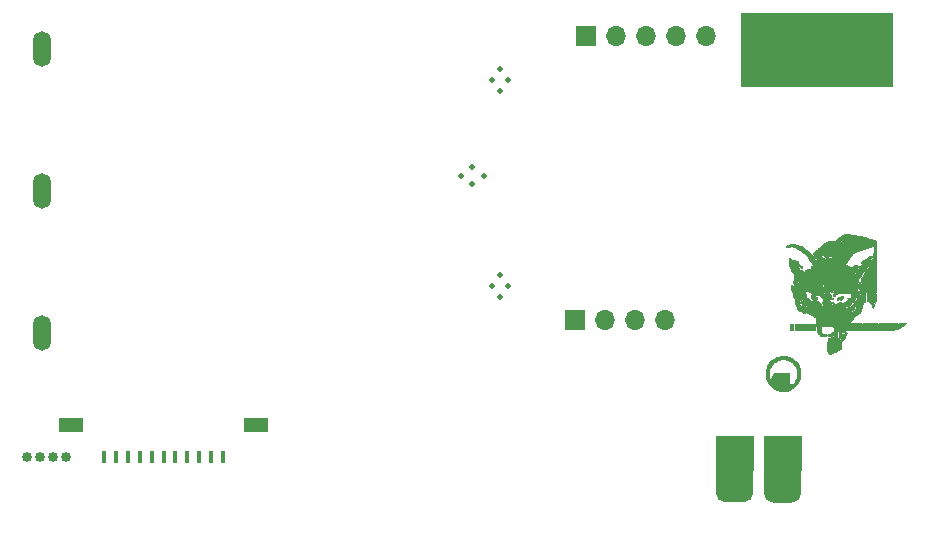
<source format=gbr>
%TF.GenerationSoftware,KiCad,Pcbnew,(5.1.8)-1*%
%TF.CreationDate,2020-11-11T18:37:22-08:00*%
%TF.ProjectId,MicroMotor,4d696372-6f4d-46f7-946f-722e6b696361,rev?*%
%TF.SameCoordinates,Original*%
%TF.FileFunction,Soldermask,Bot*%
%TF.FilePolarity,Negative*%
%FSLAX46Y46*%
G04 Gerber Fmt 4.6, Leading zero omitted, Abs format (unit mm)*
G04 Created by KiCad (PCBNEW (5.1.8)-1) date 2020-11-11 18:37:22*
%MOMM*%
%LPD*%
G01*
G04 APERTURE LIST*
%ADD10C,0.100000*%
%ADD11C,0.010000*%
%ADD12C,0.850000*%
%ADD13O,1.500000X3.000000*%
%ADD14R,1.700000X1.700000*%
%ADD15O,1.700000X1.700000*%
%ADD16C,0.499999*%
%ADD17R,2.000000X1.300000*%
%ADD18R,0.400000X1.000000*%
G04 APERTURE END LIST*
D10*
G36*
X183100000Y-76900000D02*
G01*
X170300000Y-76900000D01*
X170300000Y-70700000D01*
X183100000Y-70700000D01*
X183100000Y-76900000D01*
G37*
X183100000Y-76900000D02*
X170300000Y-76900000D01*
X170300000Y-70700000D01*
X183100000Y-70700000D01*
X183100000Y-76900000D01*
G36*
X171400000Y-109400000D02*
G01*
X168200000Y-109400000D01*
X168200000Y-106500000D01*
X171400000Y-106500000D01*
X171400000Y-109400000D01*
G37*
X171400000Y-109400000D02*
X168200000Y-109400000D01*
X168200000Y-106500000D01*
X171400000Y-106500000D01*
X171400000Y-109400000D01*
G36*
X175450000Y-109400000D02*
G01*
X172250000Y-109400000D01*
X172250000Y-106500000D01*
X175450000Y-106500000D01*
X175450000Y-109400000D01*
G37*
X175450000Y-109400000D02*
X172250000Y-109400000D01*
X172250000Y-106500000D01*
X175450000Y-106500000D01*
X175450000Y-109400000D01*
D11*
%TO.C,G\u002A\u002A\u002A*%
G36*
X176574114Y-94708919D02*
G01*
X176558953Y-94730847D01*
X176556470Y-94737568D01*
X176552056Y-94765076D01*
X176552437Y-94802024D01*
X176556861Y-94844250D01*
X176564575Y-94887594D01*
X176574825Y-94927893D01*
X176586860Y-94960988D01*
X176599926Y-94982717D01*
X176601038Y-94983884D01*
X176625179Y-94997494D01*
X176659665Y-95002229D01*
X176701577Y-94997937D01*
X176730301Y-94990587D01*
X176769457Y-94973252D01*
X176793789Y-94950372D01*
X176803311Y-94922048D01*
X176798034Y-94888380D01*
X176777974Y-94849470D01*
X176743142Y-94805418D01*
X176700711Y-94762877D01*
X176658888Y-94728087D01*
X176623941Y-94707514D01*
X176595730Y-94701133D01*
X176574114Y-94708919D01*
G37*
X176574114Y-94708919D02*
X176558953Y-94730847D01*
X176556470Y-94737568D01*
X176552056Y-94765076D01*
X176552437Y-94802024D01*
X176556861Y-94844250D01*
X176564575Y-94887594D01*
X176574825Y-94927893D01*
X176586860Y-94960988D01*
X176599926Y-94982717D01*
X176601038Y-94983884D01*
X176625179Y-94997494D01*
X176659665Y-95002229D01*
X176701577Y-94997937D01*
X176730301Y-94990587D01*
X176769457Y-94973252D01*
X176793789Y-94950372D01*
X176803311Y-94922048D01*
X176798034Y-94888380D01*
X176777974Y-94849470D01*
X176743142Y-94805418D01*
X176700711Y-94762877D01*
X176658888Y-94728087D01*
X176623941Y-94707514D01*
X176595730Y-94701133D01*
X176574114Y-94708919D01*
G36*
X176336805Y-94538819D02*
G01*
X176301633Y-94558146D01*
X176272847Y-94586046D01*
X176257581Y-94612077D01*
X176247323Y-94653908D01*
X176246473Y-94704702D01*
X176254545Y-94761010D01*
X176271048Y-94819383D01*
X176294807Y-94875023D01*
X176328227Y-94932564D01*
X176362019Y-94974283D01*
X176396253Y-95000227D01*
X176431000Y-95010444D01*
X176466332Y-95004984D01*
X176477437Y-95000104D01*
X176495360Y-94985548D01*
X176508274Y-94967141D01*
X176513202Y-94954407D01*
X176514325Y-94941220D01*
X176511127Y-94923435D01*
X176503091Y-94896907D01*
X176497436Y-94880061D01*
X176486291Y-94842594D01*
X176477150Y-94803292D01*
X176471805Y-94769994D01*
X176471506Y-94766796D01*
X176470078Y-94736688D01*
X176472844Y-94715042D01*
X176481179Y-94694698D01*
X176487557Y-94683301D01*
X176499313Y-94661421D01*
X176503198Y-94646326D01*
X176500287Y-94631688D01*
X176497500Y-94624638D01*
X176479621Y-94593619D01*
X176454701Y-94564688D01*
X176427390Y-94542659D01*
X176410089Y-94534165D01*
X176374308Y-94530134D01*
X176336805Y-94538819D01*
G37*
X176336805Y-94538819D02*
X176301633Y-94558146D01*
X176272847Y-94586046D01*
X176257581Y-94612077D01*
X176247323Y-94653908D01*
X176246473Y-94704702D01*
X176254545Y-94761010D01*
X176271048Y-94819383D01*
X176294807Y-94875023D01*
X176328227Y-94932564D01*
X176362019Y-94974283D01*
X176396253Y-95000227D01*
X176431000Y-95010444D01*
X176466332Y-95004984D01*
X176477437Y-95000104D01*
X176495360Y-94985548D01*
X176508274Y-94967141D01*
X176513202Y-94954407D01*
X176514325Y-94941220D01*
X176511127Y-94923435D01*
X176503091Y-94896907D01*
X176497436Y-94880061D01*
X176486291Y-94842594D01*
X176477150Y-94803292D01*
X176471805Y-94769994D01*
X176471506Y-94766796D01*
X176470078Y-94736688D01*
X176472844Y-94715042D01*
X176481179Y-94694698D01*
X176487557Y-94683301D01*
X176499313Y-94661421D01*
X176503198Y-94646326D01*
X176500287Y-94631688D01*
X176497500Y-94624638D01*
X176479621Y-94593619D01*
X176454701Y-94564688D01*
X176427390Y-94542659D01*
X176410089Y-94534165D01*
X176374308Y-94530134D01*
X176336805Y-94538819D01*
G36*
X174720523Y-91612715D02*
G01*
X174695724Y-91628055D01*
X174680729Y-91651881D01*
X174678191Y-91679441D01*
X174679693Y-91685962D01*
X174689159Y-91702859D01*
X174707923Y-91726332D01*
X174732775Y-91753183D01*
X174760503Y-91780214D01*
X174787897Y-91804229D01*
X174811744Y-91822028D01*
X174822469Y-91828143D01*
X174863213Y-91840520D01*
X174904609Y-91841603D01*
X174940947Y-91831258D01*
X174941531Y-91830960D01*
X174962058Y-91817891D01*
X174977250Y-91804216D01*
X174992125Y-91794285D01*
X175018889Y-91787712D01*
X175040750Y-91785156D01*
X175091926Y-91777987D01*
X175128153Y-91766905D01*
X175149219Y-91751981D01*
X175152124Y-91747597D01*
X175154773Y-91735588D01*
X175148421Y-91721279D01*
X175134873Y-91704335D01*
X175109770Y-91675745D01*
X175049463Y-91680816D01*
X174974623Y-91681631D01*
X174907376Y-91671188D01*
X174849609Y-91649835D01*
X174834131Y-91641184D01*
X174797768Y-91620791D01*
X174769293Y-91609938D01*
X174744724Y-91607628D01*
X174720523Y-91612715D01*
G37*
X174720523Y-91612715D02*
X174695724Y-91628055D01*
X174680729Y-91651881D01*
X174678191Y-91679441D01*
X174679693Y-91685962D01*
X174689159Y-91702859D01*
X174707923Y-91726332D01*
X174732775Y-91753183D01*
X174760503Y-91780214D01*
X174787897Y-91804229D01*
X174811744Y-91822028D01*
X174822469Y-91828143D01*
X174863213Y-91840520D01*
X174904609Y-91841603D01*
X174940947Y-91831258D01*
X174941531Y-91830960D01*
X174962058Y-91817891D01*
X174977250Y-91804216D01*
X174992125Y-91794285D01*
X175018889Y-91787712D01*
X175040750Y-91785156D01*
X175091926Y-91777987D01*
X175128153Y-91766905D01*
X175149219Y-91751981D01*
X175152124Y-91747597D01*
X175154773Y-91735588D01*
X175148421Y-91721279D01*
X175134873Y-91704335D01*
X175109770Y-91675745D01*
X175049463Y-91680816D01*
X174974623Y-91681631D01*
X174907376Y-91671188D01*
X174849609Y-91649835D01*
X174834131Y-91641184D01*
X174797768Y-91620791D01*
X174769293Y-91609938D01*
X174744724Y-91607628D01*
X174720523Y-91612715D01*
G36*
X175393605Y-92103678D02*
G01*
X175363773Y-92113390D01*
X175341383Y-92128595D01*
X175336985Y-92134086D01*
X175326973Y-92161445D01*
X175328798Y-92191267D01*
X175340294Y-92221419D01*
X175359294Y-92249770D01*
X175383632Y-92274186D01*
X175411142Y-92292536D01*
X175439656Y-92302688D01*
X175467007Y-92302508D01*
X175491030Y-92289866D01*
X175493187Y-92287813D01*
X175504376Y-92266476D01*
X175507616Y-92236317D01*
X175503908Y-92201628D01*
X175494251Y-92166699D01*
X175479646Y-92135823D01*
X175461092Y-92113290D01*
X175450983Y-92106653D01*
X175424727Y-92100938D01*
X175393605Y-92103678D01*
G37*
X175393605Y-92103678D02*
X175363773Y-92113390D01*
X175341383Y-92128595D01*
X175336985Y-92134086D01*
X175326973Y-92161445D01*
X175328798Y-92191267D01*
X175340294Y-92221419D01*
X175359294Y-92249770D01*
X175383632Y-92274186D01*
X175411142Y-92292536D01*
X175439656Y-92302688D01*
X175467007Y-92302508D01*
X175491030Y-92289866D01*
X175493187Y-92287813D01*
X175504376Y-92266476D01*
X175507616Y-92236317D01*
X175503908Y-92201628D01*
X175494251Y-92166699D01*
X175479646Y-92135823D01*
X175461092Y-92113290D01*
X175450983Y-92106653D01*
X175424727Y-92100938D01*
X175393605Y-92103678D01*
G36*
X180022767Y-92020501D02*
G01*
X179990584Y-92028300D01*
X179964736Y-92045212D01*
X179941680Y-92073436D01*
X179921271Y-92108638D01*
X179903078Y-92139310D01*
X179885290Y-92162592D01*
X179871909Y-92174111D01*
X179862277Y-92177403D01*
X179846428Y-92179908D01*
X179822715Y-92181684D01*
X179789491Y-92182789D01*
X179745109Y-92183281D01*
X179687922Y-92183218D01*
X179627210Y-92182765D01*
X179403051Y-92180656D01*
X179398154Y-92156844D01*
X179391434Y-92133356D01*
X179384172Y-92116126D01*
X179368626Y-92100614D01*
X179341274Y-92086124D01*
X179306169Y-92074429D01*
X179274585Y-92068188D01*
X179252884Y-92066043D01*
X179242672Y-92068298D01*
X179239886Y-92076143D01*
X179239862Y-92078374D01*
X179245628Y-92104134D01*
X179260669Y-92135589D01*
X179282345Y-92167945D01*
X179301128Y-92189671D01*
X179327351Y-92214711D01*
X179357434Y-92239563D01*
X179393477Y-92265671D01*
X179437581Y-92294475D01*
X179491845Y-92327419D01*
X179555134Y-92364099D01*
X179614538Y-92398449D01*
X179662964Y-92427768D01*
X179703540Y-92454305D01*
X179739393Y-92480313D01*
X179773652Y-92508040D01*
X179809444Y-92539737D01*
X179843510Y-92571578D01*
X179870547Y-92596955D01*
X179893295Y-92617751D01*
X179909375Y-92631832D01*
X179916410Y-92637062D01*
X179916424Y-92637063D01*
X179924105Y-92631763D01*
X179930203Y-92625213D01*
X179943814Y-92615785D01*
X179965680Y-92606819D01*
X179972847Y-92604721D01*
X180020813Y-92586619D01*
X180062676Y-92560354D01*
X180096617Y-92528144D01*
X180120816Y-92492208D01*
X180133454Y-92454766D01*
X180132712Y-92418037D01*
X180131044Y-92411760D01*
X180128290Y-92377915D01*
X180138067Y-92342033D01*
X180158840Y-92309439D01*
X180161277Y-92306763D01*
X180178025Y-92291286D01*
X180198059Y-92277997D01*
X180223331Y-92266288D01*
X180255794Y-92255551D01*
X180297402Y-92245179D01*
X180350108Y-92234565D01*
X180415865Y-92223101D01*
X180446187Y-92218153D01*
X180469338Y-92212862D01*
X180480790Y-92205057D01*
X180484427Y-92194665D01*
X180479927Y-92173725D01*
X180462217Y-92153935D01*
X180433961Y-92136655D01*
X180397822Y-92123247D01*
X180356464Y-92115071D01*
X180324906Y-92113188D01*
X180302798Y-92113967D01*
X180283166Y-92117207D01*
X180262056Y-92124257D01*
X180235519Y-92136466D01*
X180199601Y-92155184D01*
X180195448Y-92157409D01*
X180152620Y-92179541D01*
X180121337Y-92193172D01*
X180099766Y-92198340D01*
X180086072Y-92195085D01*
X180078419Y-92183448D01*
X180074973Y-92163469D01*
X180074724Y-92160040D01*
X180074690Y-92136685D01*
X180079951Y-92118625D01*
X180093044Y-92099021D01*
X180100913Y-92089367D01*
X180118297Y-92064896D01*
X180126750Y-92044849D01*
X180127095Y-92038545D01*
X180124331Y-92029966D01*
X180116781Y-92024704D01*
X180101028Y-92021719D01*
X180073653Y-92019973D01*
X180064829Y-92019617D01*
X180022767Y-92020501D01*
G37*
X180022767Y-92020501D02*
X179990584Y-92028300D01*
X179964736Y-92045212D01*
X179941680Y-92073436D01*
X179921271Y-92108638D01*
X179903078Y-92139310D01*
X179885290Y-92162592D01*
X179871909Y-92174111D01*
X179862277Y-92177403D01*
X179846428Y-92179908D01*
X179822715Y-92181684D01*
X179789491Y-92182789D01*
X179745109Y-92183281D01*
X179687922Y-92183218D01*
X179627210Y-92182765D01*
X179403051Y-92180656D01*
X179398154Y-92156844D01*
X179391434Y-92133356D01*
X179384172Y-92116126D01*
X179368626Y-92100614D01*
X179341274Y-92086124D01*
X179306169Y-92074429D01*
X179274585Y-92068188D01*
X179252884Y-92066043D01*
X179242672Y-92068298D01*
X179239886Y-92076143D01*
X179239862Y-92078374D01*
X179245628Y-92104134D01*
X179260669Y-92135589D01*
X179282345Y-92167945D01*
X179301128Y-92189671D01*
X179327351Y-92214711D01*
X179357434Y-92239563D01*
X179393477Y-92265671D01*
X179437581Y-92294475D01*
X179491845Y-92327419D01*
X179555134Y-92364099D01*
X179614538Y-92398449D01*
X179662964Y-92427768D01*
X179703540Y-92454305D01*
X179739393Y-92480313D01*
X179773652Y-92508040D01*
X179809444Y-92539737D01*
X179843510Y-92571578D01*
X179870547Y-92596955D01*
X179893295Y-92617751D01*
X179909375Y-92631832D01*
X179916410Y-92637062D01*
X179916424Y-92637063D01*
X179924105Y-92631763D01*
X179930203Y-92625213D01*
X179943814Y-92615785D01*
X179965680Y-92606819D01*
X179972847Y-92604721D01*
X180020813Y-92586619D01*
X180062676Y-92560354D01*
X180096617Y-92528144D01*
X180120816Y-92492208D01*
X180133454Y-92454766D01*
X180132712Y-92418037D01*
X180131044Y-92411760D01*
X180128290Y-92377915D01*
X180138067Y-92342033D01*
X180158840Y-92309439D01*
X180161277Y-92306763D01*
X180178025Y-92291286D01*
X180198059Y-92277997D01*
X180223331Y-92266288D01*
X180255794Y-92255551D01*
X180297402Y-92245179D01*
X180350108Y-92234565D01*
X180415865Y-92223101D01*
X180446187Y-92218153D01*
X180469338Y-92212862D01*
X180480790Y-92205057D01*
X180484427Y-92194665D01*
X180479927Y-92173725D01*
X180462217Y-92153935D01*
X180433961Y-92136655D01*
X180397822Y-92123247D01*
X180356464Y-92115071D01*
X180324906Y-92113188D01*
X180302798Y-92113967D01*
X180283166Y-92117207D01*
X180262056Y-92124257D01*
X180235519Y-92136466D01*
X180199601Y-92155184D01*
X180195448Y-92157409D01*
X180152620Y-92179541D01*
X180121337Y-92193172D01*
X180099766Y-92198340D01*
X180086072Y-92195085D01*
X180078419Y-92183448D01*
X180074973Y-92163469D01*
X180074724Y-92160040D01*
X180074690Y-92136685D01*
X180079951Y-92118625D01*
X180093044Y-92099021D01*
X180100913Y-92089367D01*
X180118297Y-92064896D01*
X180126750Y-92044849D01*
X180127095Y-92038545D01*
X180124331Y-92029966D01*
X180116781Y-92024704D01*
X180101028Y-92021719D01*
X180073653Y-92019973D01*
X180064829Y-92019617D01*
X180022767Y-92020501D01*
G36*
X174402555Y-91444142D02*
G01*
X174390072Y-91461959D01*
X174381172Y-91493286D01*
X174377109Y-91520448D01*
X174375804Y-91559086D01*
X174378951Y-91607680D01*
X174385869Y-91661165D01*
X174395877Y-91714475D01*
X174408296Y-91762545D01*
X174410619Y-91769897D01*
X174425782Y-91838345D01*
X174429340Y-91911261D01*
X174421097Y-91982074D01*
X174417441Y-91997641D01*
X174411550Y-92022637D01*
X174409439Y-92042400D01*
X174411308Y-92062954D01*
X174417356Y-92090319D01*
X174420979Y-92104480D01*
X174449680Y-92195328D01*
X174490395Y-92294027D01*
X174542356Y-92399017D01*
X174604795Y-92508732D01*
X174669395Y-92610346D01*
X174749493Y-92730472D01*
X174845512Y-92743319D01*
X174939473Y-92752864D01*
X175027854Y-92755877D01*
X175107996Y-92752404D01*
X175177241Y-92742491D01*
X175199500Y-92737218D01*
X175242699Y-92725482D01*
X175292163Y-92711786D01*
X175345169Y-92696910D01*
X175398991Y-92681637D01*
X175450903Y-92666747D01*
X175498182Y-92653021D01*
X175538101Y-92641242D01*
X175567936Y-92632189D01*
X175584082Y-92626960D01*
X175615444Y-92615889D01*
X175556300Y-92575980D01*
X175447155Y-92511422D01*
X175333695Y-92462135D01*
X175322531Y-92458192D01*
X175292288Y-92447081D01*
X175267493Y-92436797D01*
X175252308Y-92429107D01*
X175250169Y-92427492D01*
X175244462Y-92416279D01*
X175236619Y-92393564D01*
X175227950Y-92363341D01*
X175223881Y-92347344D01*
X175200777Y-92269948D01*
X175171550Y-92204589D01*
X175134505Y-92148057D01*
X175095448Y-92104397D01*
X175072827Y-92081118D01*
X175056143Y-92062052D01*
X175047531Y-92049754D01*
X175047184Y-92046648D01*
X175060866Y-92045640D01*
X175087229Y-92050631D01*
X175124454Y-92061157D01*
X175170723Y-92076752D01*
X175184463Y-92081747D01*
X175231766Y-92096401D01*
X175268653Y-92101831D01*
X175294310Y-92098017D01*
X175307923Y-92084944D01*
X175308151Y-92084372D01*
X175309500Y-92060228D01*
X175299020Y-92030788D01*
X175278702Y-91998567D01*
X175250540Y-91966078D01*
X175216525Y-91935834D01*
X175178651Y-91910351D01*
X175164141Y-91902672D01*
X175143863Y-91893227D01*
X175126586Y-91887208D01*
X175108083Y-91884050D01*
X175084123Y-91883191D01*
X175050478Y-91884067D01*
X175030700Y-91884892D01*
X174987781Y-91887856D01*
X174944300Y-91892699D01*
X174906512Y-91898643D01*
X174888493Y-91902590D01*
X174835456Y-91916409D01*
X174792291Y-91896647D01*
X174758459Y-91878864D01*
X174727737Y-91857165D01*
X174698564Y-91829706D01*
X174669381Y-91794644D01*
X174638627Y-91750135D01*
X174604742Y-91694336D01*
X174572469Y-91636938D01*
X174536705Y-91573462D01*
X174506337Y-91523554D01*
X174480559Y-91486167D01*
X174458563Y-91460257D01*
X174439542Y-91444779D01*
X174422689Y-91438685D01*
X174419309Y-91438500D01*
X174402555Y-91444142D01*
G37*
X174402555Y-91444142D02*
X174390072Y-91461959D01*
X174381172Y-91493286D01*
X174377109Y-91520448D01*
X174375804Y-91559086D01*
X174378951Y-91607680D01*
X174385869Y-91661165D01*
X174395877Y-91714475D01*
X174408296Y-91762545D01*
X174410619Y-91769897D01*
X174425782Y-91838345D01*
X174429340Y-91911261D01*
X174421097Y-91982074D01*
X174417441Y-91997641D01*
X174411550Y-92022637D01*
X174409439Y-92042400D01*
X174411308Y-92062954D01*
X174417356Y-92090319D01*
X174420979Y-92104480D01*
X174449680Y-92195328D01*
X174490395Y-92294027D01*
X174542356Y-92399017D01*
X174604795Y-92508732D01*
X174669395Y-92610346D01*
X174749493Y-92730472D01*
X174845512Y-92743319D01*
X174939473Y-92752864D01*
X175027854Y-92755877D01*
X175107996Y-92752404D01*
X175177241Y-92742491D01*
X175199500Y-92737218D01*
X175242699Y-92725482D01*
X175292163Y-92711786D01*
X175345169Y-92696910D01*
X175398991Y-92681637D01*
X175450903Y-92666747D01*
X175498182Y-92653021D01*
X175538101Y-92641242D01*
X175567936Y-92632189D01*
X175584082Y-92626960D01*
X175615444Y-92615889D01*
X175556300Y-92575980D01*
X175447155Y-92511422D01*
X175333695Y-92462135D01*
X175322531Y-92458192D01*
X175292288Y-92447081D01*
X175267493Y-92436797D01*
X175252308Y-92429107D01*
X175250169Y-92427492D01*
X175244462Y-92416279D01*
X175236619Y-92393564D01*
X175227950Y-92363341D01*
X175223881Y-92347344D01*
X175200777Y-92269948D01*
X175171550Y-92204589D01*
X175134505Y-92148057D01*
X175095448Y-92104397D01*
X175072827Y-92081118D01*
X175056143Y-92062052D01*
X175047531Y-92049754D01*
X175047184Y-92046648D01*
X175060866Y-92045640D01*
X175087229Y-92050631D01*
X175124454Y-92061157D01*
X175170723Y-92076752D01*
X175184463Y-92081747D01*
X175231766Y-92096401D01*
X175268653Y-92101831D01*
X175294310Y-92098017D01*
X175307923Y-92084944D01*
X175308151Y-92084372D01*
X175309500Y-92060228D01*
X175299020Y-92030788D01*
X175278702Y-91998567D01*
X175250540Y-91966078D01*
X175216525Y-91935834D01*
X175178651Y-91910351D01*
X175164141Y-91902672D01*
X175143863Y-91893227D01*
X175126586Y-91887208D01*
X175108083Y-91884050D01*
X175084123Y-91883191D01*
X175050478Y-91884067D01*
X175030700Y-91884892D01*
X174987781Y-91887856D01*
X174944300Y-91892699D01*
X174906512Y-91898643D01*
X174888493Y-91902590D01*
X174835456Y-91916409D01*
X174792291Y-91896647D01*
X174758459Y-91878864D01*
X174727737Y-91857165D01*
X174698564Y-91829706D01*
X174669381Y-91794644D01*
X174638627Y-91750135D01*
X174604742Y-91694336D01*
X174572469Y-91636938D01*
X174536705Y-91573462D01*
X174506337Y-91523554D01*
X174480559Y-91486167D01*
X174458563Y-91460257D01*
X174439542Y-91444779D01*
X174422689Y-91438685D01*
X174419309Y-91438500D01*
X174402555Y-91444142D01*
G36*
X181260760Y-91257944D02*
G01*
X181229000Y-91269370D01*
X181197702Y-91292375D01*
X181163548Y-91328254D01*
X181157425Y-91335481D01*
X181123152Y-91373756D01*
X181086725Y-91408537D01*
X181045962Y-91441328D01*
X180998685Y-91473634D01*
X180942712Y-91506960D01*
X180875864Y-91542809D01*
X180807205Y-91577201D01*
X180751498Y-91604668D01*
X180707806Y-91626847D01*
X180673756Y-91645165D01*
X180646977Y-91661049D01*
X180625098Y-91675925D01*
X180605746Y-91691218D01*
X180586551Y-91708354D01*
X180581988Y-91712631D01*
X180545165Y-91750815D01*
X180522253Y-91783046D01*
X180512812Y-91810158D01*
X180516400Y-91832983D01*
X180517320Y-91834804D01*
X180527769Y-91848832D01*
X180543575Y-91859060D01*
X180567464Y-91866369D01*
X180602165Y-91871639D01*
X180642446Y-91875192D01*
X180690565Y-91880230D01*
X180724365Y-91887654D01*
X180745295Y-91898029D01*
X180754808Y-91911921D01*
X180755750Y-91919373D01*
X180748836Y-91933301D01*
X180731242Y-91947921D01*
X180707691Y-91960079D01*
X180685492Y-91966282D01*
X180624487Y-91976783D01*
X180578199Y-91988180D01*
X180545470Y-92001109D01*
X180525143Y-92016208D01*
X180516063Y-92034113D01*
X180517071Y-92055461D01*
X180517894Y-92058562D01*
X180525072Y-92076455D01*
X180538160Y-92103074D01*
X180554752Y-92133625D01*
X180560919Y-92144320D01*
X180582487Y-92184113D01*
X180594062Y-92214527D01*
X180595825Y-92238368D01*
X180587963Y-92258438D01*
X180570656Y-92277542D01*
X180569696Y-92278391D01*
X180547225Y-92293885D01*
X180518189Y-92305597D01*
X180479993Y-92314192D01*
X180430045Y-92320332D01*
X180395609Y-92322971D01*
X180342713Y-92330224D01*
X180298570Y-92344021D01*
X180265627Y-92363401D01*
X180250463Y-92379896D01*
X180242461Y-92401855D01*
X180242341Y-92432683D01*
X180250200Y-92474344D01*
X180256054Y-92496077D01*
X180262006Y-92519590D01*
X180262241Y-92534623D01*
X180256155Y-92547725D01*
X180250544Y-92555608D01*
X180233597Y-92572622D01*
X180215470Y-92583113D01*
X180215189Y-92583198D01*
X180198143Y-92588172D01*
X180171490Y-92595843D01*
X180140898Y-92604579D01*
X180139880Y-92604869D01*
X180095175Y-92620159D01*
X180064367Y-92637246D01*
X180045482Y-92657587D01*
X180036867Y-92680802D01*
X180038411Y-92715274D01*
X180055223Y-92753856D01*
X180087318Y-92796577D01*
X180115454Y-92825689D01*
X180165350Y-92873602D01*
X180217088Y-92869449D01*
X180265890Y-92870519D01*
X180309520Y-92883128D01*
X180351719Y-92908696D01*
X180377409Y-92930390D01*
X180411926Y-92957007D01*
X180443685Y-92971361D01*
X180470000Y-92972585D01*
X180479457Y-92964762D01*
X180493653Y-92946587D01*
X180509814Y-92921691D01*
X180512851Y-92916545D01*
X180566366Y-92828559D01*
X180628608Y-92733263D01*
X180697445Y-92633510D01*
X180770743Y-92532153D01*
X180846371Y-92432045D01*
X180922196Y-92336039D01*
X180996086Y-92246987D01*
X181065908Y-92167743D01*
X181099069Y-92132229D01*
X181129823Y-92098382D01*
X181156371Y-92066000D01*
X181176034Y-92038501D01*
X181184641Y-92023153D01*
X181192708Y-91999021D01*
X181199959Y-91964225D01*
X181206696Y-91917005D01*
X181212970Y-91858246D01*
X181218601Y-91807330D01*
X181225732Y-91755040D01*
X181233582Y-91706482D01*
X181241368Y-91666763D01*
X181244074Y-91655334D01*
X181262766Y-91593155D01*
X181286275Y-91532897D01*
X181312931Y-91477987D01*
X181341064Y-91431848D01*
X181369005Y-91397904D01*
X181370100Y-91396843D01*
X181391160Y-91374998D01*
X181402323Y-91357839D01*
X181406372Y-91340501D01*
X181406625Y-91333014D01*
X181400666Y-91304164D01*
X181382069Y-91282746D01*
X181349755Y-91267672D01*
X181338945Y-91264650D01*
X181296303Y-91256803D01*
X181260760Y-91257944D01*
G37*
X181260760Y-91257944D02*
X181229000Y-91269370D01*
X181197702Y-91292375D01*
X181163548Y-91328254D01*
X181157425Y-91335481D01*
X181123152Y-91373756D01*
X181086725Y-91408537D01*
X181045962Y-91441328D01*
X180998685Y-91473634D01*
X180942712Y-91506960D01*
X180875864Y-91542809D01*
X180807205Y-91577201D01*
X180751498Y-91604668D01*
X180707806Y-91626847D01*
X180673756Y-91645165D01*
X180646977Y-91661049D01*
X180625098Y-91675925D01*
X180605746Y-91691218D01*
X180586551Y-91708354D01*
X180581988Y-91712631D01*
X180545165Y-91750815D01*
X180522253Y-91783046D01*
X180512812Y-91810158D01*
X180516400Y-91832983D01*
X180517320Y-91834804D01*
X180527769Y-91848832D01*
X180543575Y-91859060D01*
X180567464Y-91866369D01*
X180602165Y-91871639D01*
X180642446Y-91875192D01*
X180690565Y-91880230D01*
X180724365Y-91887654D01*
X180745295Y-91898029D01*
X180754808Y-91911921D01*
X180755750Y-91919373D01*
X180748836Y-91933301D01*
X180731242Y-91947921D01*
X180707691Y-91960079D01*
X180685492Y-91966282D01*
X180624487Y-91976783D01*
X180578199Y-91988180D01*
X180545470Y-92001109D01*
X180525143Y-92016208D01*
X180516063Y-92034113D01*
X180517071Y-92055461D01*
X180517894Y-92058562D01*
X180525072Y-92076455D01*
X180538160Y-92103074D01*
X180554752Y-92133625D01*
X180560919Y-92144320D01*
X180582487Y-92184113D01*
X180594062Y-92214527D01*
X180595825Y-92238368D01*
X180587963Y-92258438D01*
X180570656Y-92277542D01*
X180569696Y-92278391D01*
X180547225Y-92293885D01*
X180518189Y-92305597D01*
X180479993Y-92314192D01*
X180430045Y-92320332D01*
X180395609Y-92322971D01*
X180342713Y-92330224D01*
X180298570Y-92344021D01*
X180265627Y-92363401D01*
X180250463Y-92379896D01*
X180242461Y-92401855D01*
X180242341Y-92432683D01*
X180250200Y-92474344D01*
X180256054Y-92496077D01*
X180262006Y-92519590D01*
X180262241Y-92534623D01*
X180256155Y-92547725D01*
X180250544Y-92555608D01*
X180233597Y-92572622D01*
X180215470Y-92583113D01*
X180215189Y-92583198D01*
X180198143Y-92588172D01*
X180171490Y-92595843D01*
X180140898Y-92604579D01*
X180139880Y-92604869D01*
X180095175Y-92620159D01*
X180064367Y-92637246D01*
X180045482Y-92657587D01*
X180036867Y-92680802D01*
X180038411Y-92715274D01*
X180055223Y-92753856D01*
X180087318Y-92796577D01*
X180115454Y-92825689D01*
X180165350Y-92873602D01*
X180217088Y-92869449D01*
X180265890Y-92870519D01*
X180309520Y-92883128D01*
X180351719Y-92908696D01*
X180377409Y-92930390D01*
X180411926Y-92957007D01*
X180443685Y-92971361D01*
X180470000Y-92972585D01*
X180479457Y-92964762D01*
X180493653Y-92946587D01*
X180509814Y-92921691D01*
X180512851Y-92916545D01*
X180566366Y-92828559D01*
X180628608Y-92733263D01*
X180697445Y-92633510D01*
X180770743Y-92532153D01*
X180846371Y-92432045D01*
X180922196Y-92336039D01*
X180996086Y-92246987D01*
X181065908Y-92167743D01*
X181099069Y-92132229D01*
X181129823Y-92098382D01*
X181156371Y-92066000D01*
X181176034Y-92038501D01*
X181184641Y-92023153D01*
X181192708Y-91999021D01*
X181199959Y-91964225D01*
X181206696Y-91917005D01*
X181212970Y-91858246D01*
X181218601Y-91807330D01*
X181225732Y-91755040D01*
X181233582Y-91706482D01*
X181241368Y-91666763D01*
X181244074Y-91655334D01*
X181262766Y-91593155D01*
X181286275Y-91532897D01*
X181312931Y-91477987D01*
X181341064Y-91431848D01*
X181369005Y-91397904D01*
X181370100Y-91396843D01*
X181391160Y-91374998D01*
X181402323Y-91357839D01*
X181406372Y-91340501D01*
X181406625Y-91333014D01*
X181400666Y-91304164D01*
X181382069Y-91282746D01*
X181349755Y-91267672D01*
X181338945Y-91264650D01*
X181296303Y-91256803D01*
X181260760Y-91257944D01*
G36*
X178609729Y-94745249D02*
G01*
X178595991Y-94753670D01*
X178574813Y-94771438D01*
X178548873Y-94795773D01*
X178520850Y-94823893D01*
X178493425Y-94853020D01*
X178469276Y-94880371D01*
X178451082Y-94903166D01*
X178441525Y-94918625D01*
X178440926Y-94920423D01*
X178439607Y-94940518D01*
X178443315Y-94953527D01*
X178460361Y-94967703D01*
X178488458Y-94978142D01*
X178523130Y-94984392D01*
X178559897Y-94986004D01*
X178594280Y-94982529D01*
X178621803Y-94973515D01*
X178624870Y-94971776D01*
X178652243Y-94950618D01*
X178675065Y-94924889D01*
X178689754Y-94899147D01*
X178693234Y-94884750D01*
X178691931Y-94838966D01*
X178683168Y-94799918D01*
X178668133Y-94769587D01*
X178648012Y-94749955D01*
X178623991Y-94743005D01*
X178609729Y-94745249D01*
G37*
X178609729Y-94745249D02*
X178595991Y-94753670D01*
X178574813Y-94771438D01*
X178548873Y-94795773D01*
X178520850Y-94823893D01*
X178493425Y-94853020D01*
X178469276Y-94880371D01*
X178451082Y-94903166D01*
X178441525Y-94918625D01*
X178440926Y-94920423D01*
X178439607Y-94940518D01*
X178443315Y-94953527D01*
X178460361Y-94967703D01*
X178488458Y-94978142D01*
X178523130Y-94984392D01*
X178559897Y-94986004D01*
X178594280Y-94982529D01*
X178621803Y-94973515D01*
X178624870Y-94971776D01*
X178652243Y-94950618D01*
X178675065Y-94924889D01*
X178689754Y-94899147D01*
X178693234Y-94884750D01*
X178691931Y-94838966D01*
X178683168Y-94799918D01*
X178668133Y-94769587D01*
X178648012Y-94749955D01*
X178623991Y-94743005D01*
X178609729Y-94745249D01*
G36*
X178868104Y-94644988D02*
G01*
X178866075Y-94645354D01*
X178829490Y-94654953D01*
X178802082Y-94669529D01*
X178781901Y-94691545D01*
X178766997Y-94723465D01*
X178755419Y-94767754D01*
X178751085Y-94790599D01*
X178743866Y-94840944D01*
X178740180Y-94887892D01*
X178740012Y-94928574D01*
X178743348Y-94960121D01*
X178750171Y-94979663D01*
X178752098Y-94982027D01*
X178763307Y-94990517D01*
X178776560Y-94993280D01*
X178794805Y-94989759D01*
X178820988Y-94979396D01*
X178856817Y-94962254D01*
X178916829Y-94925473D01*
X178963056Y-94881858D01*
X178995152Y-94831940D01*
X179012771Y-94776248D01*
X179015798Y-94718694D01*
X179012946Y-94691345D01*
X179008632Y-94670182D01*
X179004571Y-94660959D01*
X178989063Y-94653211D01*
X178962692Y-94647179D01*
X178930429Y-94643425D01*
X178897243Y-94642508D01*
X178868104Y-94644988D01*
G37*
X178868104Y-94644988D02*
X178866075Y-94645354D01*
X178829490Y-94654953D01*
X178802082Y-94669529D01*
X178781901Y-94691545D01*
X178766997Y-94723465D01*
X178755419Y-94767754D01*
X178751085Y-94790599D01*
X178743866Y-94840944D01*
X178740180Y-94887892D01*
X178740012Y-94928574D01*
X178743348Y-94960121D01*
X178750171Y-94979663D01*
X178752098Y-94982027D01*
X178763307Y-94990517D01*
X178776560Y-94993280D01*
X178794805Y-94989759D01*
X178820988Y-94979396D01*
X178856817Y-94962254D01*
X178916829Y-94925473D01*
X178963056Y-94881858D01*
X178995152Y-94831940D01*
X179012771Y-94776248D01*
X179015798Y-94718694D01*
X179012946Y-94691345D01*
X179008632Y-94670182D01*
X179004571Y-94660959D01*
X178989063Y-94653211D01*
X178962692Y-94647179D01*
X178930429Y-94643425D01*
X178897243Y-94642508D01*
X178868104Y-94644988D01*
G36*
X181769766Y-94490952D02*
G01*
X181722053Y-94512662D01*
X181672884Y-94547770D01*
X181624309Y-94594189D01*
X181578376Y-94649835D01*
X181537136Y-94712622D01*
X181518765Y-94746337D01*
X181504619Y-94769139D01*
X181489225Y-94786792D01*
X181483914Y-94790889D01*
X181471320Y-94794810D01*
X181445363Y-94800067D01*
X181408467Y-94806324D01*
X181363058Y-94813247D01*
X181311558Y-94820503D01*
X181256392Y-94827758D01*
X181199984Y-94834677D01*
X181144759Y-94840926D01*
X181093140Y-94846171D01*
X181063733Y-94848795D01*
X181002622Y-94853886D01*
X180997844Y-95073930D01*
X181041026Y-95086470D01*
X181109588Y-95112449D01*
X181179595Y-95149851D01*
X181246146Y-95195546D01*
X181304341Y-95246406D01*
X181323721Y-95266973D01*
X181372372Y-95331575D01*
X181414010Y-95405898D01*
X181446621Y-95485339D01*
X181468188Y-95565294D01*
X181475076Y-95612521D01*
X181478419Y-95640949D01*
X181482273Y-95662533D01*
X181485857Y-95672992D01*
X181486171Y-95673262D01*
X181490936Y-95667233D01*
X181502124Y-95648526D01*
X181518940Y-95618606D01*
X181540590Y-95578935D01*
X181566278Y-95530975D01*
X181595211Y-95476189D01*
X181626592Y-95416040D01*
X181639789Y-95390541D01*
X181787625Y-95104247D01*
X181787625Y-94485430D01*
X181769766Y-94490952D01*
G37*
X181769766Y-94490952D02*
X181722053Y-94512662D01*
X181672884Y-94547770D01*
X181624309Y-94594189D01*
X181578376Y-94649835D01*
X181537136Y-94712622D01*
X181518765Y-94746337D01*
X181504619Y-94769139D01*
X181489225Y-94786792D01*
X181483914Y-94790889D01*
X181471320Y-94794810D01*
X181445363Y-94800067D01*
X181408467Y-94806324D01*
X181363058Y-94813247D01*
X181311558Y-94820503D01*
X181256392Y-94827758D01*
X181199984Y-94834677D01*
X181144759Y-94840926D01*
X181093140Y-94846171D01*
X181063733Y-94848795D01*
X181002622Y-94853886D01*
X180997844Y-95073930D01*
X181041026Y-95086470D01*
X181109588Y-95112449D01*
X181179595Y-95149851D01*
X181246146Y-95195546D01*
X181304341Y-95246406D01*
X181323721Y-95266973D01*
X181372372Y-95331575D01*
X181414010Y-95405898D01*
X181446621Y-95485339D01*
X181468188Y-95565294D01*
X181475076Y-95612521D01*
X181478419Y-95640949D01*
X181482273Y-95662533D01*
X181485857Y-95672992D01*
X181486171Y-95673262D01*
X181490936Y-95667233D01*
X181502124Y-95648526D01*
X181518940Y-95618606D01*
X181540590Y-95578935D01*
X181566278Y-95530975D01*
X181595211Y-95476189D01*
X181626592Y-95416040D01*
X181639789Y-95390541D01*
X181787625Y-95104247D01*
X181787625Y-94485430D01*
X181769766Y-94490952D01*
G36*
X179011227Y-89500607D02*
G01*
X178933026Y-89540378D01*
X178865431Y-89576167D01*
X178804463Y-89610252D01*
X178746138Y-89644909D01*
X178686475Y-89682415D01*
X178638612Y-89713679D01*
X178591402Y-89746211D01*
X178545490Y-89780230D01*
X178502715Y-89814140D01*
X178464915Y-89846346D01*
X178433927Y-89875252D01*
X178411588Y-89899263D01*
X178399737Y-89916782D01*
X178398312Y-89922320D01*
X178405160Y-89940091D01*
X178423275Y-89960225D01*
X178449015Y-89979638D01*
X178478735Y-89995244D01*
X178488903Y-89999068D01*
X178539977Y-90009818D01*
X178601844Y-90012277D01*
X178672054Y-90006914D01*
X178748161Y-89994197D01*
X178827715Y-89974593D01*
X178908269Y-89948570D01*
X178987374Y-89916597D01*
X179032167Y-89895237D01*
X179061913Y-89882303D01*
X179080382Y-89879605D01*
X179088389Y-89887090D01*
X179088875Y-89891631D01*
X179083063Y-89903504D01*
X179067621Y-89922139D01*
X179045542Y-89944669D01*
X179019816Y-89968226D01*
X178993436Y-89989944D01*
X178969394Y-90006956D01*
X178967010Y-90008423D01*
X178875461Y-90055076D01*
X178781093Y-90086213D01*
X178684248Y-90101747D01*
X178605827Y-90102908D01*
X178542105Y-90097351D01*
X178489080Y-90086552D01*
X178442048Y-90069122D01*
X178396305Y-90043675D01*
X178389223Y-90039053D01*
X178363896Y-90023572D01*
X178340565Y-90013362D01*
X178313378Y-90006470D01*
X178276486Y-90000943D01*
X178274191Y-90000656D01*
X178230022Y-89997106D01*
X178174504Y-89995565D01*
X178112017Y-89995898D01*
X178046940Y-89997967D01*
X177983654Y-90001638D01*
X177926539Y-90006774D01*
X177882375Y-90012818D01*
X177755524Y-90039383D01*
X177639202Y-90073407D01*
X177534656Y-90114443D01*
X177443135Y-90162045D01*
X177414343Y-90180220D01*
X177391158Y-90197349D01*
X177363864Y-90220122D01*
X177335039Y-90246045D01*
X177307261Y-90272628D01*
X177283106Y-90297378D01*
X177265151Y-90317803D01*
X177255975Y-90331410D01*
X177255312Y-90333999D01*
X177249180Y-90341496D01*
X177233345Y-90354119D01*
X177217609Y-90364925D01*
X177184671Y-90388288D01*
X177141159Y-90422396D01*
X177087684Y-90466728D01*
X177024857Y-90520765D01*
X176953288Y-90583987D01*
X176873590Y-90655872D01*
X176840232Y-90686329D01*
X176760923Y-90758771D01*
X176692671Y-90820667D01*
X176635028Y-90872413D01*
X176587549Y-90914404D01*
X176549786Y-90947035D01*
X176521292Y-90970701D01*
X176501817Y-90985658D01*
X176475688Y-91004265D01*
X176479233Y-91140023D01*
X176480849Y-91192231D01*
X176482826Y-91231691D01*
X176485536Y-91261531D01*
X176489347Y-91284877D01*
X176494630Y-91304857D01*
X176500766Y-91322072D01*
X176528117Y-91375562D01*
X176564112Y-91416043D01*
X176609996Y-91444552D01*
X176667016Y-91462127D01*
X176669633Y-91462634D01*
X176694098Y-91466651D01*
X176709734Y-91465593D01*
X176723279Y-91457502D01*
X176739510Y-91442336D01*
X176772372Y-91417636D01*
X176812938Y-91397738D01*
X176854547Y-91385475D01*
X176879290Y-91382938D01*
X176894314Y-91381533D01*
X176908374Y-91375868D01*
X176924747Y-91363762D01*
X176946711Y-91343035D01*
X176960876Y-91328696D01*
X177013968Y-91280812D01*
X177066188Y-91247533D01*
X177119594Y-91227862D01*
X177176242Y-91220801D01*
X177183496Y-91220754D01*
X177217142Y-91221925D01*
X177243911Y-91226127D01*
X177270772Y-91235035D01*
X177302937Y-91249487D01*
X177336794Y-91268124D01*
X177375520Y-91293219D01*
X177412433Y-91320340D01*
X177424130Y-91329863D01*
X177453851Y-91354247D01*
X177475954Y-91370072D01*
X177494492Y-91379538D01*
X177513516Y-91384846D01*
X177529967Y-91387351D01*
X177586029Y-91386972D01*
X177643608Y-91373279D01*
X177698053Y-91347582D01*
X177717518Y-91334525D01*
X177755866Y-91308529D01*
X177793658Y-91286976D01*
X177827348Y-91271639D01*
X177853392Y-91264295D01*
X177858562Y-91263913D01*
X177896699Y-91270302D01*
X177939463Y-91288781D01*
X177983521Y-91317705D01*
X178006382Y-91336822D01*
X178031570Y-91358900D01*
X178054246Y-91377500D01*
X178070423Y-91389388D01*
X178073223Y-91391061D01*
X178099506Y-91398462D01*
X178133474Y-91399138D01*
X178168532Y-91393301D01*
X178185729Y-91387459D01*
X178227149Y-91376424D01*
X178268116Y-91379134D01*
X178309911Y-91396023D01*
X178353811Y-91427526D01*
X178382438Y-91454375D01*
X178426060Y-91493364D01*
X178467132Y-91518593D01*
X178508143Y-91531355D01*
X178534957Y-91533576D01*
X178578214Y-91528865D01*
X178623512Y-91515967D01*
X178662973Y-91497284D01*
X178670783Y-91492147D01*
X178690095Y-91481870D01*
X178700320Y-91484097D01*
X178700989Y-91498001D01*
X178691636Y-91522756D01*
X178689984Y-91526086D01*
X178664084Y-91560710D01*
X178627478Y-91587083D01*
X178583076Y-91605114D01*
X178533788Y-91614716D01*
X178482524Y-91615798D01*
X178432195Y-91608271D01*
X178385710Y-91592046D01*
X178345979Y-91567034D01*
X178318771Y-91537477D01*
X178285669Y-91502298D01*
X178243557Y-91480053D01*
X178192182Y-91470621D01*
X178178341Y-91470250D01*
X178149486Y-91471650D01*
X178124232Y-91477024D01*
X178096269Y-91488137D01*
X178072668Y-91499777D01*
X178015268Y-91529304D01*
X177978587Y-91507552D01*
X177951365Y-91492200D01*
X177917892Y-91474402D01*
X177891197Y-91460887D01*
X177834312Y-91439856D01*
X177773807Y-91431377D01*
X177708381Y-91435559D01*
X177636737Y-91452511D01*
X177557575Y-91482342D01*
X177539551Y-91490401D01*
X177489058Y-91511570D01*
X177450607Y-91523220D01*
X177429393Y-91525813D01*
X177387646Y-91519070D01*
X177340929Y-91498665D01*
X177288771Y-91464330D01*
X177230705Y-91415796D01*
X177221338Y-91407164D01*
X177191796Y-91380461D01*
X177165539Y-91358254D01*
X177145113Y-91342591D01*
X177133063Y-91335517D01*
X177131913Y-91335313D01*
X177105359Y-91342445D01*
X177075584Y-91362524D01*
X177044781Y-91393575D01*
X177015144Y-91433621D01*
X177005717Y-91448947D01*
X176985270Y-91483837D01*
X176929254Y-91488533D01*
X176884077Y-91495049D01*
X176850715Y-91507288D01*
X176825504Y-91527438D01*
X176804784Y-91557687D01*
X176800761Y-91565330D01*
X176772960Y-91611744D01*
X176744158Y-91642837D01*
X176713570Y-91659159D01*
X176680413Y-91661263D01*
X176668127Y-91658761D01*
X176644923Y-91647160D01*
X176615811Y-91624297D01*
X176583033Y-91592539D01*
X176548829Y-91554247D01*
X176515439Y-91511786D01*
X176485104Y-91467520D01*
X176481696Y-91462071D01*
X176437048Y-91390881D01*
X176397776Y-91330614D01*
X176361768Y-91278195D01*
X176326915Y-91230547D01*
X176292602Y-91186463D01*
X176163685Y-91037193D01*
X176025824Y-90900155D01*
X175879672Y-90775763D01*
X175725883Y-90664427D01*
X175565114Y-90566561D01*
X175398016Y-90482575D01*
X175225246Y-90412881D01*
X175047457Y-90357892D01*
X174933594Y-90331073D01*
X174874505Y-90319727D01*
X174812088Y-90309347D01*
X174750167Y-90300442D01*
X174692569Y-90293523D01*
X174643120Y-90289099D01*
X174608156Y-90287672D01*
X174533464Y-90291876D01*
X174454896Y-90303903D01*
X174376030Y-90322677D01*
X174300441Y-90347122D01*
X174231708Y-90376160D01*
X174173408Y-90408717D01*
X174149766Y-90425601D01*
X174126806Y-90449638D01*
X174119710Y-90473283D01*
X174128474Y-90496597D01*
X174143250Y-90512090D01*
X174163592Y-90525163D01*
X174189125Y-90533548D01*
X174221543Y-90537214D01*
X174262537Y-90536127D01*
X174313800Y-90530258D01*
X174377025Y-90519575D01*
X174442183Y-90506528D01*
X174516292Y-90492873D01*
X174581433Y-90484818D01*
X174635691Y-90482529D01*
X174676244Y-90486001D01*
X174716434Y-90496310D01*
X174767999Y-90513919D01*
X174828794Y-90537802D01*
X174896678Y-90566934D01*
X174969507Y-90600290D01*
X175045139Y-90636843D01*
X175121432Y-90675569D01*
X175196241Y-90715441D01*
X175267425Y-90755434D01*
X175332841Y-90794523D01*
X175369506Y-90817817D01*
X175510424Y-90915660D01*
X175642979Y-91020023D01*
X175768318Y-91132178D01*
X175887589Y-91253394D01*
X176001940Y-91384941D01*
X176112518Y-91528090D01*
X176220473Y-91684111D01*
X176326951Y-91854273D01*
X176365582Y-91919999D01*
X176389612Y-91961674D01*
X176406625Y-91992049D01*
X176417556Y-92013561D01*
X176423341Y-92028649D01*
X176424918Y-92039750D01*
X176423222Y-92049303D01*
X176419218Y-92059679D01*
X176399064Y-92088076D01*
X176364804Y-92112131D01*
X176324359Y-92128808D01*
X176301291Y-92140027D01*
X176283552Y-92155142D01*
X176281670Y-92157712D01*
X176275410Y-92169072D01*
X176273575Y-92180665D01*
X176276498Y-92197054D01*
X176284509Y-92222802D01*
X176286912Y-92229953D01*
X176299319Y-92270955D01*
X176303888Y-92300852D01*
X176299870Y-92322746D01*
X176286511Y-92339737D01*
X176263062Y-92354927D01*
X176255719Y-92358714D01*
X176229735Y-92367383D01*
X176190362Y-92373796D01*
X176140094Y-92377946D01*
X176053589Y-92386927D01*
X175976486Y-92403038D01*
X175910012Y-92425793D01*
X175855395Y-92454709D01*
X175813862Y-92489298D01*
X175794511Y-92514520D01*
X175783954Y-92537019D01*
X175773761Y-92567513D01*
X175767950Y-92591062D01*
X175760732Y-92620711D01*
X175752164Y-92639674D01*
X175739538Y-92653082D01*
X175732527Y-92658187D01*
X175704902Y-92673168D01*
X175661767Y-92691164D01*
X175603193Y-92712149D01*
X175529252Y-92736098D01*
X175440014Y-92762986D01*
X175433832Y-92764792D01*
X175382948Y-92779839D01*
X175330827Y-92795611D01*
X175282084Y-92810685D01*
X175241336Y-92823643D01*
X175223312Y-92829585D01*
X175191913Y-92839823D01*
X175166330Y-92846845D01*
X175142192Y-92851233D01*
X175115127Y-92853570D01*
X175080766Y-92854437D01*
X175036781Y-92854427D01*
X174987808Y-92853286D01*
X174938963Y-92850577D01*
X174895575Y-92846677D01*
X174864141Y-92842190D01*
X174835395Y-92836793D01*
X174813829Y-92832873D01*
X174803157Y-92831100D01*
X174802625Y-92831075D01*
X174804981Y-92838302D01*
X174811289Y-92857165D01*
X174820410Y-92884263D01*
X174825407Y-92899062D01*
X174836839Y-92936387D01*
X174846633Y-92974644D01*
X174853011Y-93006734D01*
X174853791Y-93012364D01*
X174858892Y-93041884D01*
X174865941Y-93068150D01*
X174870648Y-93079833D01*
X174880350Y-93111932D01*
X174876275Y-93146097D01*
X174858067Y-93183868D01*
X174841190Y-93207649D01*
X174828159Y-93235507D01*
X174830493Y-93266259D01*
X174846281Y-93297580D01*
X174858388Y-93317050D01*
X174865413Y-93331547D01*
X174866125Y-93334691D01*
X174859045Y-93347136D01*
X174841139Y-93358312D01*
X174817407Y-93365713D01*
X174801019Y-93367313D01*
X174783682Y-93368469D01*
X174771480Y-93374153D01*
X174760128Y-93387689D01*
X174747298Y-93408984D01*
X174727688Y-93454704D01*
X174722550Y-93499269D01*
X174732138Y-93543775D01*
X174756708Y-93589315D01*
X174796514Y-93636983D01*
X174801738Y-93642306D01*
X174831507Y-93676001D01*
X174847035Y-93704232D01*
X174848174Y-93728836D01*
X174834776Y-93751654D01*
X174806695Y-93774524D01*
X174790353Y-93784665D01*
X174769277Y-93798194D01*
X174758795Y-93810008D01*
X174755280Y-93825442D01*
X174755000Y-93836634D01*
X174762248Y-93881672D01*
X174782100Y-93925819D01*
X174811722Y-93964492D01*
X174848278Y-93993108D01*
X174853575Y-93995944D01*
X174901005Y-94023341D01*
X174951373Y-94058099D01*
X174999187Y-94096084D01*
X175038952Y-94133167D01*
X175045948Y-94140653D01*
X175089174Y-94197571D01*
X175127176Y-94265395D01*
X175158159Y-94339569D01*
X175180328Y-94415537D01*
X175191887Y-94488741D01*
X175193117Y-94514281D01*
X175192153Y-94549120D01*
X175187020Y-94578394D01*
X175176028Y-94610041D01*
X175169428Y-94625561D01*
X175148732Y-94681230D01*
X175139265Y-94730288D01*
X175140507Y-94776799D01*
X175146392Y-94806003D01*
X175168716Y-94866681D01*
X175201236Y-94915476D01*
X175244688Y-94953254D01*
X175292747Y-94978150D01*
X175322901Y-94984275D01*
X175363478Y-94983907D01*
X175410540Y-94977326D01*
X175453500Y-94966818D01*
X175511531Y-94957564D01*
X175568588Y-94963837D01*
X175623780Y-94985288D01*
X175676212Y-95021572D01*
X175724993Y-95072339D01*
X175725275Y-95072689D01*
X175744782Y-95099236D01*
X175753171Y-95118575D01*
X175750915Y-95134343D01*
X175738488Y-95150179D01*
X175735721Y-95152837D01*
X175715531Y-95165335D01*
X175693768Y-95164932D01*
X175668667Y-95151125D01*
X175640812Y-95125848D01*
X175604822Y-95095774D01*
X175566316Y-95075512D01*
X175528345Y-95065926D01*
X175493960Y-95067882D01*
X175471749Y-95077868D01*
X175452494Y-95100611D01*
X175441757Y-95134175D01*
X175439285Y-95176147D01*
X175444825Y-95224117D01*
X175458124Y-95275672D01*
X175478929Y-95328401D01*
X175502710Y-95372977D01*
X175528292Y-95415188D01*
X175573665Y-95415188D01*
X175670662Y-95422083D01*
X175761380Y-95442447D01*
X175844727Y-95475794D01*
X175919610Y-95521640D01*
X175984937Y-95579499D01*
X176010883Y-95609274D01*
X176048830Y-95656516D01*
X176118275Y-95654612D01*
X176191178Y-95657188D01*
X176263364Y-95668156D01*
X176329368Y-95686499D01*
X176362344Y-95699967D01*
X176390858Y-95716450D01*
X176424233Y-95740404D01*
X176458930Y-95768745D01*
X176491408Y-95798390D01*
X176518129Y-95826255D01*
X176535553Y-95849256D01*
X176537315Y-95852420D01*
X176545586Y-95876766D01*
X176548875Y-95902334D01*
X176549836Y-95915801D01*
X176554311Y-95925940D01*
X176564688Y-95933972D01*
X176583355Y-95941113D01*
X176612700Y-95948583D01*
X176655110Y-95957600D01*
X176658554Y-95958305D01*
X176692045Y-95966765D01*
X176723568Y-95977432D01*
X176745866Y-95987769D01*
X176820584Y-96041019D01*
X176893489Y-96109568D01*
X176964226Y-96192903D01*
X177032443Y-96290517D01*
X177097784Y-96401898D01*
X177159895Y-96526537D01*
X177218422Y-96663923D01*
X177222358Y-96673957D01*
X177245412Y-96734811D01*
X177262490Y-96785083D01*
X177274345Y-96828566D01*
X177281731Y-96869054D01*
X177285403Y-96910343D01*
X177286114Y-96956226D01*
X177285331Y-96990781D01*
X177283169Y-97039395D01*
X177279877Y-97076545D01*
X177274821Y-97106636D01*
X177267368Y-97134071D01*
X177262825Y-97147390D01*
X177255969Y-97165734D01*
X177250491Y-97181104D01*
X177247587Y-97193768D01*
X177248453Y-97203991D01*
X177254286Y-97212039D01*
X177266282Y-97218180D01*
X177285637Y-97222679D01*
X177313548Y-97225804D01*
X177351211Y-97227819D01*
X177399823Y-97228992D01*
X177460580Y-97229588D01*
X177534678Y-97229875D01*
X177623313Y-97230119D01*
X177634604Y-97230156D01*
X177709395Y-97230332D01*
X177779587Y-97230338D01*
X177843529Y-97230185D01*
X177899567Y-97229886D01*
X177946048Y-97229452D01*
X177981319Y-97228893D01*
X178003728Y-97228221D01*
X178011354Y-97227591D01*
X178026783Y-97215804D01*
X178032778Y-97191992D01*
X178029395Y-97156854D01*
X178016694Y-97111090D01*
X177997843Y-97062561D01*
X177976942Y-97007926D01*
X177965769Y-96962961D01*
X177963904Y-96925132D01*
X177969931Y-96894794D01*
X177985163Y-96865431D01*
X178011368Y-96832158D01*
X178045362Y-96798250D01*
X178083961Y-96766983D01*
X178112441Y-96748167D01*
X178144929Y-96724752D01*
X178184578Y-96689380D01*
X178230100Y-96643535D01*
X178280209Y-96588701D01*
X178333616Y-96526360D01*
X178389036Y-96457997D01*
X178445179Y-96385096D01*
X178500760Y-96309139D01*
X178531983Y-96264630D01*
X178559984Y-96225021D01*
X178594714Y-96177363D01*
X178632960Y-96125981D01*
X178671509Y-96075201D01*
X178700020Y-96038411D01*
X178732549Y-95996346D01*
X178763568Y-95955196D01*
X178790999Y-95917800D01*
X178812762Y-95886995D01*
X178826777Y-95865617D01*
X178827193Y-95864921D01*
X178884761Y-95782230D01*
X178952527Y-95710140D01*
X178967702Y-95698236D01*
X178245878Y-95698236D01*
X178245067Y-95703768D01*
X178238675Y-95712988D01*
X178227464Y-95715633D01*
X178209159Y-95711223D01*
X178181488Y-95699277D01*
X178150848Y-95683850D01*
X178107558Y-95657758D01*
X178063120Y-95624804D01*
X178020914Y-95588055D01*
X177984317Y-95550581D01*
X177956708Y-95515450D01*
X177946655Y-95498391D01*
X177928746Y-95452708D01*
X177924214Y-95412383D01*
X177932915Y-95374454D01*
X177939890Y-95359625D01*
X177966392Y-95322879D01*
X177999066Y-95298637D01*
X178035729Y-95288420D01*
X178042276Y-95288188D01*
X178065342Y-95291145D01*
X178086417Y-95301974D01*
X178104602Y-95316892D01*
X178126654Y-95340358D01*
X178134960Y-95360644D01*
X178129393Y-95380867D01*
X178109824Y-95404140D01*
X178100656Y-95412676D01*
X178079455Y-95433583D01*
X178068544Y-95450408D01*
X178065035Y-95467922D01*
X178064967Y-95471652D01*
X178070922Y-95503276D01*
X178089467Y-95535924D01*
X178121726Y-95571472D01*
X178128776Y-95578050D01*
X178169818Y-95615755D01*
X178200401Y-95644392D01*
X178221911Y-95665459D01*
X178235736Y-95680456D01*
X178243263Y-95690882D01*
X178245878Y-95698236D01*
X178967702Y-95698236D01*
X179028841Y-95650279D01*
X179069031Y-95625808D01*
X179090770Y-95614026D01*
X179105957Y-95606324D01*
X179110601Y-95604499D01*
X179118302Y-95602082D01*
X179135793Y-95595132D01*
X179147595Y-95590160D01*
X179179748Y-95578930D01*
X179223115Y-95567334D01*
X179273095Y-95556347D01*
X179325083Y-95546948D01*
X179374476Y-95540112D01*
X179391459Y-95538404D01*
X179421661Y-95535283D01*
X179443138Y-95530759D01*
X179461306Y-95522495D01*
X179481583Y-95508156D01*
X179503967Y-95489910D01*
X179548179Y-95449217D01*
X179583051Y-95408839D01*
X179606953Y-95370958D01*
X179618252Y-95337755D01*
X179618383Y-95336825D01*
X179618936Y-95308609D01*
X179610888Y-95287266D01*
X179592582Y-95271576D01*
X179562359Y-95260320D01*
X179518560Y-95252280D01*
X179500353Y-95250070D01*
X179471630Y-95245941D01*
X179455405Y-95240673D01*
X179448302Y-95232976D01*
X179447417Y-95229856D01*
X179451315Y-95212547D01*
X179466313Y-95193142D01*
X179488670Y-95175176D01*
X179514642Y-95162190D01*
X179521091Y-95160182D01*
X179555407Y-95155535D01*
X179601092Y-95156263D01*
X179654688Y-95162071D01*
X179712736Y-95172664D01*
X179738523Y-95178696D01*
X179804765Y-95195267D01*
X179824052Y-95172274D01*
X179858293Y-95127474D01*
X179891517Y-95076832D01*
X179921437Y-95024437D01*
X179945765Y-94974373D01*
X179962214Y-94930729D01*
X179965065Y-94920344D01*
X179971712Y-94900272D01*
X179982669Y-94873549D01*
X179990210Y-94857150D01*
X180009810Y-94816520D01*
X179982885Y-94772557D01*
X179951124Y-94716660D01*
X179922370Y-94656951D01*
X179895643Y-94590863D01*
X179869964Y-94515831D01*
X179844354Y-94429288D01*
X179826714Y-94363469D01*
X179816232Y-94323843D01*
X179807242Y-94291433D01*
X179800404Y-94268494D01*
X179796380Y-94257283D01*
X179795588Y-94257230D01*
X179790752Y-94276632D01*
X179778273Y-94304805D01*
X179760300Y-94338029D01*
X179738986Y-94372583D01*
X179716484Y-94404747D01*
X179695618Y-94430076D01*
X179652890Y-94476227D01*
X179660555Y-94523035D01*
X179666339Y-94574456D01*
X179667901Y-94628221D01*
X179665349Y-94678899D01*
X179658792Y-94721059D01*
X179656383Y-94730165D01*
X179644779Y-94756363D01*
X179625808Y-94785861D01*
X179602286Y-94815525D01*
X179577035Y-94842221D01*
X179552871Y-94862815D01*
X179532615Y-94874173D01*
X179525719Y-94875438D01*
X179509933Y-94871439D01*
X179485648Y-94860862D01*
X179457639Y-94845836D01*
X179452551Y-94842812D01*
X179413952Y-94823021D01*
X179384366Y-94815425D01*
X179364262Y-94819835D01*
X179354105Y-94836060D01*
X179354363Y-94863912D01*
X179358257Y-94881118D01*
X179366747Y-94929760D01*
X179362722Y-94973468D01*
X179345342Y-95015211D01*
X179313766Y-95057956D01*
X179305647Y-95066915D01*
X179282085Y-95090062D01*
X179250603Y-95118033D01*
X179214677Y-95148044D01*
X179177781Y-95177311D01*
X179143392Y-95203050D01*
X179114986Y-95222476D01*
X179101899Y-95230131D01*
X179047751Y-95253128D01*
X178992449Y-95267641D01*
X178939378Y-95273307D01*
X178891923Y-95269766D01*
X178853499Y-95256670D01*
X178826034Y-95240314D01*
X178798607Y-95222101D01*
X178795187Y-95219642D01*
X178775797Y-95208090D01*
X178754989Y-95201950D01*
X178730827Y-95201667D01*
X178701375Y-95207683D01*
X178664696Y-95220444D01*
X178618856Y-95240391D01*
X178561917Y-95267970D01*
X178543193Y-95277387D01*
X178493112Y-95302434D01*
X178454417Y-95320939D01*
X178424534Y-95333920D01*
X178400890Y-95342394D01*
X178380910Y-95347378D01*
X178362020Y-95349889D01*
X178359134Y-95350114D01*
X178312075Y-95353518D01*
X178237381Y-95282360D01*
X178190717Y-95240082D01*
X178150259Y-95208970D01*
X178112855Y-95187369D01*
X178075349Y-95173621D01*
X178034588Y-95166072D01*
X178012132Y-95164113D01*
X177971985Y-95161273D01*
X177943851Y-95157961D01*
X177923879Y-95153069D01*
X177908217Y-95145488D01*
X177893016Y-95134110D01*
X177885548Y-95127674D01*
X177852249Y-95092758D01*
X177326612Y-95092758D01*
X177326246Y-95116603D01*
X177323394Y-95133266D01*
X177315681Y-95147534D01*
X177300733Y-95164190D01*
X177282226Y-95182204D01*
X177237701Y-95224985D01*
X177244522Y-95322070D01*
X177247481Y-95374582D01*
X177249547Y-95433134D01*
X177250741Y-95494972D01*
X177251085Y-95557339D01*
X177250598Y-95617477D01*
X177249304Y-95672632D01*
X177247222Y-95720047D01*
X177244375Y-95756965D01*
X177240998Y-95779725D01*
X177228920Y-95819814D01*
X177213955Y-95850271D01*
X177197429Y-95869016D01*
X177180976Y-95874010D01*
X177174817Y-95872625D01*
X177170423Y-95868990D01*
X177167558Y-95860845D01*
X177165989Y-95845927D01*
X177165481Y-95821975D01*
X177165799Y-95786726D01*
X177166709Y-95737918D01*
X177166734Y-95736656D01*
X177167174Y-95676636D01*
X177166086Y-95622893D01*
X177163585Y-95578653D01*
X177159954Y-95548076D01*
X177145565Y-95488221D01*
X177123787Y-95424166D01*
X177097422Y-95363495D01*
X177079238Y-95329608D01*
X177053934Y-95293307D01*
X177019730Y-95252922D01*
X176981027Y-95213035D01*
X176942228Y-95178227D01*
X176912522Y-95156096D01*
X176900903Y-95149030D01*
X176888684Y-95143138D01*
X176874260Y-95138255D01*
X176856025Y-95134217D01*
X176832371Y-95130859D01*
X176801694Y-95128015D01*
X176762387Y-95125522D01*
X176712842Y-95123213D01*
X176651455Y-95120926D01*
X176576619Y-95118493D01*
X176533000Y-95117152D01*
X176454981Y-95114167D01*
X176390386Y-95110077D01*
X176336772Y-95104366D01*
X176291700Y-95096518D01*
X176252729Y-95086016D01*
X176217417Y-95072346D01*
X176183323Y-95054992D01*
X176153463Y-95036949D01*
X176116954Y-95010314D01*
X176074303Y-94973777D01*
X176028624Y-94930330D01*
X175983035Y-94882965D01*
X175940653Y-94834674D01*
X175932727Y-94825035D01*
X175882125Y-94762726D01*
X175882125Y-94694991D01*
X175881521Y-94659820D01*
X175878711Y-94634077D01*
X175872202Y-94611330D01*
X175860499Y-94585146D01*
X175853262Y-94570769D01*
X175820747Y-94499983D01*
X175797740Y-94434195D01*
X175784355Y-94374654D01*
X175780705Y-94322608D01*
X175786904Y-94279307D01*
X175803065Y-94246000D01*
X175822191Y-94228065D01*
X175849504Y-94218763D01*
X175885345Y-94218930D01*
X175926236Y-94227653D01*
X175968696Y-94244017D01*
X176009246Y-94267108D01*
X176029822Y-94282635D01*
X176058120Y-94298398D01*
X176100694Y-94309871D01*
X176108864Y-94311326D01*
X176173159Y-94329171D01*
X176228116Y-94359278D01*
X176272806Y-94401125D01*
X176275836Y-94404872D01*
X176303684Y-94439777D01*
X176324607Y-94464184D01*
X176341625Y-94479970D01*
X176357754Y-94489012D01*
X176376013Y-94493189D01*
X176399419Y-94494378D01*
X176419780Y-94494438D01*
X176473097Y-94497915D01*
X176514466Y-94508971D01*
X176546354Y-94528538D01*
X176565771Y-94549684D01*
X176583048Y-94573051D01*
X176766383Y-94571585D01*
X176825455Y-94571190D01*
X176871051Y-94571186D01*
X176905569Y-94571747D01*
X176931408Y-94573049D01*
X176950965Y-94575264D01*
X176966638Y-94578569D01*
X176980825Y-94583136D01*
X176993375Y-94588087D01*
X177038591Y-94610830D01*
X177071259Y-94637887D01*
X177094666Y-94672434D01*
X177104755Y-94695702D01*
X177118391Y-94726334D01*
X177134675Y-94747916D01*
X177158576Y-94767065D01*
X177215874Y-94811307D01*
X177257869Y-94855043D01*
X177282960Y-94894297D01*
X177301415Y-94941767D01*
X177315817Y-94997867D01*
X177324617Y-95055549D01*
X177326612Y-95092758D01*
X177852249Y-95092758D01*
X177851592Y-95092070D01*
X177827975Y-95055066D01*
X177815543Y-95019057D01*
X177815139Y-94986438D01*
X177826688Y-94960743D01*
X177844361Y-94944685D01*
X177865265Y-94939946D01*
X177892631Y-94946329D01*
X177913490Y-94955411D01*
X177946904Y-94966684D01*
X177984447Y-94971700D01*
X178022350Y-94970878D01*
X178056844Y-94964636D01*
X178084162Y-94953391D01*
X178100533Y-94937560D01*
X178101921Y-94934536D01*
X178103687Y-94910652D01*
X178091281Y-94890042D01*
X178068065Y-94876214D01*
X178047475Y-94865207D01*
X178021779Y-94846589D01*
X177997101Y-94824911D01*
X177965937Y-94788450D01*
X177945251Y-94748504D01*
X177933715Y-94701444D01*
X177930004Y-94643642D01*
X177930000Y-94641248D01*
X177930000Y-94584564D01*
X177894690Y-94566929D01*
X177852084Y-94537792D01*
X177821983Y-94499593D01*
X177810589Y-94473538D01*
X177807166Y-94454869D01*
X177481266Y-94454869D01*
X177480980Y-94479297D01*
X177466473Y-94497042D01*
X177438063Y-94507794D01*
X177424971Y-94509838D01*
X177401425Y-94513529D01*
X177389469Y-94519234D01*
X177384826Y-94529500D01*
X177384191Y-94534125D01*
X177379300Y-94574743D01*
X177374027Y-94603271D01*
X177367323Y-94623480D01*
X177358143Y-94639141D01*
X177353345Y-94645212D01*
X177334186Y-94662797D01*
X177315374Y-94667394D01*
X177294415Y-94658661D01*
X177268813Y-94636255D01*
X177265858Y-94633204D01*
X177241736Y-94603924D01*
X177231642Y-94579517D01*
X177235502Y-94557571D01*
X177253240Y-94535673D01*
X177262580Y-94527680D01*
X177292072Y-94496218D01*
X177306142Y-94461817D01*
X177304643Y-94424879D01*
X177302406Y-94417047D01*
X177286544Y-94381975D01*
X177260935Y-94341337D01*
X177228345Y-94299335D01*
X177214891Y-94284094D01*
X177196930Y-94258810D01*
X177177414Y-94221980D01*
X177157985Y-94177611D01*
X177140284Y-94129706D01*
X177125951Y-94082272D01*
X177118098Y-94047819D01*
X177113811Y-94020400D01*
X177113889Y-94003696D01*
X177118601Y-93993085D01*
X177121442Y-93989906D01*
X177131849Y-93982402D01*
X177140958Y-93987328D01*
X177145213Y-93992144D01*
X177155437Y-94007927D01*
X177167412Y-94031292D01*
X177172181Y-94042000D01*
X177209559Y-94116566D01*
X177259484Y-94194431D01*
X177319881Y-94272712D01*
X177388675Y-94348528D01*
X177403493Y-94363372D01*
X177431561Y-94392154D01*
X177455430Y-94418739D01*
X177472717Y-94440322D01*
X177481036Y-94454097D01*
X177481266Y-94454869D01*
X177807166Y-94454869D01*
X177804910Y-94442571D01*
X177804854Y-94405470D01*
X177809607Y-94366290D01*
X177818356Y-94329084D01*
X177830286Y-94297907D01*
X177844584Y-94276812D01*
X177851058Y-94271956D01*
X177869434Y-94265492D01*
X177890455Y-94266169D01*
X177918185Y-94274534D01*
X177941145Y-94284094D01*
X177969911Y-94294942D01*
X177997139Y-94302150D01*
X178011879Y-94303938D01*
X178026207Y-94302604D01*
X178037448Y-94296597D01*
X178048900Y-94282904D01*
X178063861Y-94258513D01*
X178066355Y-94254192D01*
X178098233Y-94203124D01*
X178135253Y-94150991D01*
X178175359Y-94100116D01*
X178216493Y-94052819D01*
X178256597Y-94011423D01*
X178293614Y-93978248D01*
X178308527Y-93967659D01*
X175563617Y-93967659D01*
X175553164Y-93985895D01*
X175551489Y-93987797D01*
X175536983Y-93999338D01*
X175520980Y-94001514D01*
X175501450Y-93993499D01*
X175476364Y-93974468D01*
X175444274Y-93944175D01*
X175383999Y-93892080D01*
X175321913Y-93853721D01*
X175259403Y-93829832D01*
X175213502Y-93821886D01*
X175183626Y-93820367D01*
X175162821Y-93822578D01*
X175144463Y-93829852D01*
X175129221Y-93838863D01*
X175095958Y-93857437D01*
X175070830Y-93864860D01*
X175050819Y-93861278D01*
X175032909Y-93846841D01*
X175030191Y-93843716D01*
X175016865Y-93825096D01*
X175014190Y-93811527D01*
X175017073Y-93803623D01*
X175035750Y-93781367D01*
X175064956Y-93760511D01*
X175099470Y-93744474D01*
X175114002Y-93740072D01*
X175157876Y-93736163D01*
X175210495Y-93743560D01*
X175270193Y-93761586D01*
X175335305Y-93789564D01*
X175404165Y-93826815D01*
X175475107Y-93872664D01*
X175518984Y-93904787D01*
X175547350Y-93929208D01*
X175561953Y-93949464D01*
X175563617Y-93967659D01*
X178308527Y-93967659D01*
X178325487Y-93955617D01*
X178335638Y-93950346D01*
X178355574Y-93942009D01*
X178367751Y-93940920D01*
X178378854Y-93947736D01*
X178387263Y-93955409D01*
X178403750Y-93972916D01*
X178415445Y-93988900D01*
X178415713Y-93989389D01*
X178417568Y-94006536D01*
X178406674Y-94021768D01*
X178386135Y-94032351D01*
X178363162Y-94035650D01*
X178350272Y-94036413D01*
X178339171Y-94040107D01*
X178327432Y-94048838D01*
X178312628Y-94064711D01*
X178292331Y-94089834D01*
X178275072Y-94112084D01*
X178230462Y-94173586D01*
X178198176Y-94226611D01*
X178177743Y-94272082D01*
X178168693Y-94310923D01*
X178168125Y-94322246D01*
X178169249Y-94344609D01*
X178174976Y-94359150D01*
X178188837Y-94372025D01*
X178201859Y-94381064D01*
X178227237Y-94401869D01*
X178237387Y-94421356D01*
X178232576Y-94441663D01*
X178213069Y-94464925D01*
X178212406Y-94465553D01*
X178182680Y-94500059D01*
X178161895Y-94537483D01*
X178150186Y-94575306D01*
X178147691Y-94611008D01*
X178154546Y-94642070D01*
X178170887Y-94665973D01*
X178196853Y-94680196D01*
X178200698Y-94681150D01*
X178226250Y-94683821D01*
X178250778Y-94679055D01*
X178277158Y-94665485D01*
X178308263Y-94641745D01*
X178335996Y-94616842D01*
X178416192Y-94549314D01*
X178497703Y-94496146D01*
X178581971Y-94456959D01*
X178670442Y-94431373D01*
X178764559Y-94419008D01*
X178865766Y-94419484D01*
X178975507Y-94432424D01*
X179012339Y-94439071D01*
X179090202Y-94450242D01*
X179172922Y-94455069D01*
X179257457Y-94453870D01*
X179340763Y-94446965D01*
X179419800Y-94434672D01*
X179491524Y-94417310D01*
X179552893Y-94395198D01*
X179584666Y-94379091D01*
X179620214Y-94353706D01*
X179652752Y-94322376D01*
X179677779Y-94289801D01*
X179687078Y-94272188D01*
X179700730Y-94250410D01*
X179721499Y-94228159D01*
X179730684Y-94220594D01*
X179743510Y-94209821D01*
X179754304Y-94197076D01*
X179763847Y-94180237D01*
X179772921Y-94157184D01*
X179782307Y-94125796D01*
X179792785Y-94083952D01*
X179805139Y-94029531D01*
X179811096Y-94002313D01*
X179830732Y-93920808D01*
X179851749Y-93852635D01*
X179859703Y-93833309D01*
X177360946Y-93833309D01*
X177359272Y-93882241D01*
X177345456Y-93924551D01*
X177339598Y-93934520D01*
X177324455Y-93951066D01*
X177309096Y-93952411D01*
X177291086Y-93938667D01*
X177289375Y-93936828D01*
X177269575Y-93910257D01*
X177253801Y-93877025D01*
X177240810Y-93833928D01*
X177230746Y-93785578D01*
X177219289Y-93731119D01*
X177205193Y-93685104D01*
X177186588Y-93644548D01*
X177176753Y-93629556D01*
X176779879Y-93629556D01*
X176776500Y-93657059D01*
X176759622Y-93681162D01*
X176744843Y-93692307D01*
X176728670Y-93694997D01*
X176707728Y-93688738D01*
X176678640Y-93673033D01*
X176670565Y-93668109D01*
X176642492Y-93646256D01*
X176615517Y-93617500D01*
X176602085Y-93599113D01*
X175445562Y-93599113D01*
X175438456Y-93615190D01*
X175419121Y-93626407D01*
X175390535Y-93632467D01*
X175355672Y-93633074D01*
X175317510Y-93627931D01*
X175279026Y-93616743D01*
X175276873Y-93615912D01*
X175218001Y-93584569D01*
X175165389Y-93539788D01*
X175120957Y-93483401D01*
X175100411Y-93447531D01*
X175089331Y-93414721D01*
X175087985Y-93382772D01*
X175096356Y-93356782D01*
X175100718Y-93350955D01*
X175117683Y-93337847D01*
X175134242Y-93338132D01*
X175152086Y-93352450D01*
X175170238Y-93377234D01*
X175216567Y-93437651D01*
X175270688Y-93488182D01*
X175329959Y-93526667D01*
X175377260Y-93546670D01*
X175414463Y-93561636D01*
X175436832Y-93577810D01*
X175445402Y-93595986D01*
X175445562Y-93599113D01*
X176602085Y-93599113D01*
X176592166Y-93585536D01*
X176574965Y-93554058D01*
X176566440Y-93526761D01*
X176566262Y-93515531D01*
X176574852Y-93501672D01*
X176593578Y-93496356D01*
X176619735Y-93498794D01*
X176650620Y-93508197D01*
X176683526Y-93523775D01*
X176715750Y-93544738D01*
X176740890Y-93566509D01*
X176768044Y-93599588D01*
X176779879Y-93629556D01*
X177176753Y-93629556D01*
X177161603Y-93606465D01*
X177128368Y-93567869D01*
X177085012Y-93525774D01*
X177046723Y-93491835D01*
X177016573Y-93464054D01*
X176999251Y-93443568D01*
X176994123Y-93429260D01*
X177000554Y-93420010D01*
X177004863Y-93417969D01*
X177019328Y-93419268D01*
X177043255Y-93428771D01*
X177073662Y-93444830D01*
X177107565Y-93465792D01*
X177141982Y-93490007D01*
X177158958Y-93503230D01*
X177214028Y-93553427D01*
X177261559Y-93607993D01*
X177300783Y-93665096D01*
X177330934Y-93722904D01*
X177351244Y-93779586D01*
X177360946Y-93833309D01*
X179859703Y-93833309D01*
X179875367Y-93795253D01*
X179902805Y-93746119D01*
X179935283Y-93702692D01*
X179974020Y-93662429D01*
X179974293Y-93662173D01*
X180003156Y-93636086D01*
X180026026Y-93618449D01*
X180047910Y-93606265D01*
X180073815Y-93596537D01*
X180094219Y-93590388D01*
X180153374Y-93570152D01*
X180197370Y-93547281D01*
X180226847Y-93520696D01*
X180242445Y-93489322D01*
X180244802Y-93452081D01*
X180234558Y-93407897D01*
X180227468Y-93390031D01*
X179801701Y-93390031D01*
X179793569Y-93410615D01*
X179774325Y-93422668D01*
X179742998Y-93426516D01*
X179702796Y-93423106D01*
X179666345Y-93419104D01*
X179623441Y-93416221D01*
X179584227Y-93415095D01*
X179519985Y-93414938D01*
X179487179Y-93453844D01*
X179465151Y-93476757D01*
X179437919Y-93500475D01*
X179408809Y-93522630D01*
X179381146Y-93540857D01*
X179358259Y-93552789D01*
X179343481Y-93556064D01*
X179332644Y-93547240D01*
X179328395Y-93535621D01*
X179331743Y-93513835D01*
X179345188Y-93485118D01*
X179366427Y-93452454D01*
X179393156Y-93418824D01*
X179423074Y-93387210D01*
X179453875Y-93360593D01*
X179474241Y-93346816D01*
X179537699Y-93318599D01*
X179605555Y-93305422D01*
X179676746Y-93307420D01*
X179720223Y-93315856D01*
X179759983Y-93330425D01*
X179787228Y-93350168D01*
X179800735Y-93373969D01*
X179801701Y-93390031D01*
X180227468Y-93390031D01*
X180221753Y-93375634D01*
X180211274Y-93344967D01*
X180208891Y-93315680D01*
X180215472Y-93286207D01*
X180231890Y-93254984D01*
X180259014Y-93220446D01*
X180297715Y-93181028D01*
X180348863Y-93135164D01*
X180361529Y-93124345D01*
X180384387Y-93098752D01*
X180391732Y-93073207D01*
X180383546Y-93046655D01*
X180359812Y-93018043D01*
X180359768Y-93018001D01*
X180323261Y-92992009D01*
X180278353Y-92976427D01*
X180222819Y-92970531D01*
X180213728Y-92970437D01*
X180160744Y-92964138D01*
X180104413Y-92946474D01*
X180050180Y-92919303D01*
X180035148Y-92909586D01*
X180016885Y-92894687D01*
X179990674Y-92870097D01*
X179958879Y-92838197D01*
X179923864Y-92801365D01*
X179887992Y-92761982D01*
X179883527Y-92756954D01*
X179829682Y-92696637D01*
X179783582Y-92646570D01*
X179742818Y-92604801D01*
X179704978Y-92569381D01*
X179667650Y-92538358D01*
X179628423Y-92509783D01*
X179584886Y-92481706D01*
X179534627Y-92452175D01*
X179475236Y-92419240D01*
X179447261Y-92404070D01*
X179378581Y-92364989D01*
X179323148Y-92328810D01*
X179278956Y-92294036D01*
X179244001Y-92259171D01*
X179229739Y-92241735D01*
X179190584Y-92180143D01*
X179166953Y-92117823D01*
X179158506Y-92053453D01*
X179164514Y-91987722D01*
X179177050Y-91935130D01*
X179194081Y-91891472D01*
X179218344Y-91851582D01*
X179252574Y-91810294D01*
X179266103Y-91795920D01*
X179292824Y-91767827D01*
X179315369Y-91743045D01*
X179335517Y-91719154D01*
X179355046Y-91693734D01*
X179375734Y-91664364D01*
X179399358Y-91628624D01*
X179427698Y-91584095D01*
X179461644Y-91529781D01*
X179505776Y-91459724D01*
X179544054Y-91401105D01*
X179578296Y-91351464D01*
X179610320Y-91308341D01*
X179641946Y-91269278D01*
X179674992Y-91231814D01*
X179707369Y-91197518D01*
X179771346Y-91135219D01*
X179837593Y-91078678D01*
X179907873Y-91026916D01*
X179983953Y-90978957D01*
X180067596Y-90933822D01*
X180160569Y-90890534D01*
X180264635Y-90848114D01*
X180381560Y-90805584D01*
X180466031Y-90777177D01*
X180514850Y-90761487D01*
X180562386Y-90746893D01*
X180611251Y-90732685D01*
X180664054Y-90718152D01*
X180723406Y-90702584D01*
X180791919Y-90685269D01*
X180872202Y-90665496D01*
X180910531Y-90656174D01*
X181061491Y-90613283D01*
X181203011Y-90559714D01*
X181338573Y-90494017D01*
X181438240Y-90436029D01*
X181470407Y-90416455D01*
X181497638Y-90400783D01*
X181517188Y-90390528D01*
X181526310Y-90387209D01*
X181526491Y-90387278D01*
X181530312Y-90396279D01*
X181534595Y-90415923D01*
X181536925Y-90431045D01*
X181545908Y-90476647D01*
X181561273Y-90530993D01*
X181581397Y-90589122D01*
X181604656Y-90646069D01*
X181613854Y-90666105D01*
X181630781Y-90704460D01*
X181640508Y-90735995D01*
X181643630Y-90766250D01*
X181640743Y-90800768D01*
X181632876Y-90843032D01*
X181617593Y-90900807D01*
X181597230Y-90948109D01*
X181569162Y-90990149D01*
X181544638Y-91018072D01*
X181518474Y-91048430D01*
X181504850Y-91073785D01*
X181503224Y-91098133D01*
X181513058Y-91125467D01*
X181526911Y-91149212D01*
X181545692Y-91185505D01*
X181550988Y-91215328D01*
X181542933Y-91240364D01*
X181534948Y-91250561D01*
X181524432Y-91265677D01*
X181519122Y-91285683D01*
X181517583Y-91315980D01*
X181513183Y-91362742D01*
X181499721Y-91411704D01*
X181476304Y-91465047D01*
X181442041Y-91524955D01*
X181415713Y-91565241D01*
X181368812Y-91637454D01*
X181332156Y-91701958D01*
X181304637Y-91762141D01*
X181285147Y-91821387D01*
X181272574Y-91883083D01*
X181265812Y-91950615D01*
X181263751Y-92027368D01*
X181263750Y-92029228D01*
X181263750Y-92102869D01*
X181218109Y-92142583D01*
X181145668Y-92209276D01*
X181074572Y-92281510D01*
X181010845Y-92353136D01*
X181004689Y-92360537D01*
X180978417Y-92392752D01*
X180955487Y-92422071D01*
X180934722Y-92450462D01*
X180914949Y-92479894D01*
X180894992Y-92512334D01*
X180873676Y-92549751D01*
X180849827Y-92594112D01*
X180822269Y-92647385D01*
X180789828Y-92711539D01*
X180762321Y-92766505D01*
X180718125Y-92854115D01*
X180678898Y-92929694D01*
X180643227Y-92995747D01*
X180609701Y-93054778D01*
X180576906Y-93109293D01*
X180543431Y-93161795D01*
X180517526Y-93200625D01*
X180497651Y-93230815D01*
X180481033Y-93257717D01*
X180469892Y-93277650D01*
X180466667Y-93285027D01*
X180465317Y-93310890D01*
X180472815Y-93348557D01*
X180488846Y-93396870D01*
X180513070Y-93454625D01*
X180538035Y-93512908D01*
X180554426Y-93560409D01*
X180562404Y-93599602D01*
X180562131Y-93632962D01*
X180553769Y-93662960D01*
X180537479Y-93692071D01*
X180529338Y-93703291D01*
X180514088Y-93725627D01*
X180503993Y-93744933D01*
X180501576Y-93753789D01*
X180496671Y-93775898D01*
X180482219Y-93808811D01*
X180457996Y-93852971D01*
X180423780Y-93908822D01*
X180422689Y-93910538D01*
X180401623Y-93944900D01*
X180382822Y-93977853D01*
X180368635Y-94005149D01*
X180362279Y-94019788D01*
X180351626Y-94068701D01*
X180356054Y-94112721D01*
X180375666Y-94152184D01*
X180410566Y-94187425D01*
X180414666Y-94190554D01*
X180434821Y-94207090D01*
X180448969Y-94223819D01*
X180460402Y-94245752D01*
X180472411Y-94277900D01*
X180472805Y-94279044D01*
X180495624Y-94359858D01*
X180505751Y-94432107D01*
X180503204Y-94495541D01*
X180488004Y-94549915D01*
X180460169Y-94594979D01*
X180446896Y-94609032D01*
X180431732Y-94624959D01*
X180423119Y-94636934D01*
X180422375Y-94639352D01*
X180426560Y-94649358D01*
X180437302Y-94667515D01*
X180446601Y-94681570D01*
X180461888Y-94706127D01*
X180480083Y-94738753D01*
X180497625Y-94773018D01*
X180500146Y-94778250D01*
X180514535Y-94809766D01*
X180523261Y-94834381D01*
X180527725Y-94858436D01*
X180529328Y-94888270D01*
X180529498Y-94911156D01*
X180523465Y-94981806D01*
X180506340Y-95052090D01*
X180479682Y-95116577D01*
X180461720Y-95147307D01*
X180431062Y-95183884D01*
X180388009Y-95221307D01*
X180335704Y-95257158D01*
X180277749Y-95288800D01*
X180244689Y-95304760D01*
X180213675Y-95319777D01*
X180189918Y-95331326D01*
X180184250Y-95334097D01*
X180162873Y-95349384D01*
X180143077Y-95374819D01*
X180130902Y-95396056D01*
X180111974Y-95436177D01*
X180097458Y-95477955D01*
X180086482Y-95525044D01*
X180078171Y-95581098D01*
X180072357Y-95640876D01*
X180067505Y-95691721D01*
X180061514Y-95730484D01*
X180053071Y-95760961D01*
X180040862Y-95786943D01*
X180023577Y-95812225D01*
X180005477Y-95834187D01*
X179954141Y-95882690D01*
X179888393Y-95926215D01*
X179809007Y-95964419D01*
X179716754Y-95996956D01*
X179612409Y-96023480D01*
X179557883Y-96034041D01*
X179499670Y-96045153D01*
X179455536Y-96055765D01*
X179423723Y-96066489D01*
X179402476Y-96077934D01*
X179390038Y-96090712D01*
X179388805Y-96092814D01*
X179384655Y-96105358D01*
X179382342Y-96125657D01*
X179381811Y-96155844D01*
X179383009Y-96198055D01*
X179385058Y-96239803D01*
X179384273Y-96257604D01*
X179376945Y-96269542D01*
X179359322Y-96281029D01*
X179354781Y-96283459D01*
X179316244Y-96295986D01*
X179266315Y-96299476D01*
X179206659Y-96293923D01*
X179158692Y-96284337D01*
X179125431Y-96277031D01*
X179101953Y-96274066D01*
X179082845Y-96275188D01*
X179063487Y-96279909D01*
X179011213Y-96303613D01*
X178966761Y-96340703D01*
X178930545Y-96390527D01*
X178902979Y-96452430D01*
X178884479Y-96525760D01*
X178878150Y-96572406D01*
X178877246Y-96621300D01*
X178885695Y-96658139D01*
X178903897Y-96683977D01*
X178925571Y-96697361D01*
X178942627Y-96703554D01*
X178960802Y-96707563D01*
X178983628Y-96709685D01*
X179014637Y-96710221D01*
X179057361Y-96709468D01*
X179066034Y-96709233D01*
X179113344Y-96711050D01*
X179149214Y-96720772D01*
X179176092Y-96740304D01*
X179196425Y-96771546D01*
X179212661Y-96816403D01*
X179215077Y-96825100D01*
X179221952Y-96845382D01*
X179231923Y-96857151D01*
X179250132Y-96865234D01*
X179261546Y-96868711D01*
X179292281Y-96874328D01*
X179338405Y-96877840D01*
X179399568Y-96879226D01*
X179418281Y-96879233D01*
X179465148Y-96878882D01*
X179499512Y-96877927D01*
X179524747Y-96875938D01*
X179544224Y-96872485D01*
X179561316Y-96867138D01*
X179579394Y-96859467D01*
X179581766Y-96858380D01*
X179617337Y-96839038D01*
X179643595Y-96818658D01*
X179658182Y-96799293D01*
X179660375Y-96789937D01*
X179665381Y-96777471D01*
X179679367Y-96755080D01*
X179700786Y-96724720D01*
X179728090Y-96688349D01*
X179759731Y-96647922D01*
X179794163Y-96605397D01*
X179829836Y-96562730D01*
X179865205Y-96521879D01*
X179898721Y-96484799D01*
X179916928Y-96465557D01*
X179967278Y-96414628D01*
X180014163Y-96370051D01*
X180060783Y-96329189D01*
X180110340Y-96289402D01*
X180166034Y-96248052D01*
X180231065Y-96202501D01*
X180259656Y-96183023D01*
X180332578Y-96131051D01*
X180394840Y-96081284D01*
X180445432Y-96034656D01*
X180483343Y-95992098D01*
X180507560Y-95954545D01*
X180507793Y-95954068D01*
X180518138Y-95927862D01*
X180523731Y-95899076D01*
X180525675Y-95861609D01*
X180525720Y-95854849D01*
X180528212Y-95790972D01*
X180535812Y-95725548D01*
X180549192Y-95653851D01*
X180562270Y-95597750D01*
X180598151Y-95482782D01*
X180646220Y-95377813D01*
X180706393Y-95283005D01*
X180764348Y-95213338D01*
X180814147Y-95160103D01*
X180820455Y-94972130D01*
X180824692Y-94862565D01*
X180829686Y-94766975D01*
X180835662Y-94683472D01*
X180842844Y-94610164D01*
X180851459Y-94545162D01*
X180861730Y-94486575D01*
X180873882Y-94432514D01*
X180888140Y-94381088D01*
X180892371Y-94367438D01*
X180931870Y-94261806D01*
X180980099Y-94165858D01*
X181017834Y-94106673D01*
X181041023Y-94075726D01*
X181057295Y-94058776D01*
X181066785Y-94055944D01*
X181069628Y-94067346D01*
X181065960Y-94093101D01*
X181055915Y-94133329D01*
X181054416Y-94138680D01*
X181045467Y-94172008D01*
X181038099Y-94204008D01*
X181032102Y-94236855D01*
X181027267Y-94272727D01*
X181023384Y-94313799D01*
X181020244Y-94362248D01*
X181017639Y-94420250D01*
X181015357Y-94489981D01*
X181013397Y-94565006D01*
X181007757Y-94798294D01*
X181030582Y-94793180D01*
X181065352Y-94785989D01*
X181111297Y-94777332D01*
X181163877Y-94767985D01*
X181218550Y-94758724D01*
X181270775Y-94750326D01*
X181316013Y-94743564D01*
X181339156Y-94740460D01*
X181380270Y-94734502D01*
X181408695Y-94728155D01*
X181427610Y-94720552D01*
X181437250Y-94713701D01*
X181460121Y-94688976D01*
X181486459Y-94654013D01*
X181513381Y-94613122D01*
X181538002Y-94570614D01*
X181553038Y-94540664D01*
X181573806Y-94498596D01*
X181593399Y-94466868D01*
X181615442Y-94440686D01*
X181643556Y-94415258D01*
X181654540Y-94406409D01*
X181678254Y-94388895D01*
X181697264Y-94379571D01*
X181718578Y-94375916D01*
X181740713Y-94375375D01*
X181787625Y-94375375D01*
X181787625Y-93654676D01*
X181286645Y-93654676D01*
X181285229Y-93692483D01*
X181277619Y-93741672D01*
X181262668Y-93781152D01*
X181238152Y-93816240D01*
X181229554Y-93825703D01*
X181203702Y-93845486D01*
X181178367Y-93851177D01*
X181155801Y-93842470D01*
X181149580Y-93836646D01*
X181142728Y-93827503D01*
X181141751Y-93818149D01*
X181147583Y-93804268D01*
X181161154Y-93781547D01*
X181161667Y-93780721D01*
X181177065Y-93752880D01*
X181184908Y-93728015D01*
X181187624Y-93697665D01*
X181187771Y-93689788D01*
X181187008Y-93659517D01*
X181182696Y-93638533D01*
X181173079Y-93620350D01*
X181166525Y-93611317D01*
X181145556Y-93581207D01*
X181135744Y-93559157D01*
X181136568Y-93542476D01*
X181147504Y-93528472D01*
X181150047Y-93526387D01*
X181175191Y-93512768D01*
X181200036Y-93513219D01*
X181227060Y-93528060D01*
X181238880Y-93537958D01*
X181265299Y-93569399D01*
X181280974Y-93607481D01*
X181286645Y-93654676D01*
X181787625Y-93654676D01*
X181787625Y-90009357D01*
X181765797Y-90000756D01*
X181696140Y-89974278D01*
X181613970Y-89944674D01*
X181522124Y-89912860D01*
X181423440Y-89879757D01*
X181320756Y-89846281D01*
X181216908Y-89813352D01*
X181114736Y-89781887D01*
X181017077Y-89752806D01*
X180926767Y-89727026D01*
X180882750Y-89714987D01*
X180834050Y-89701952D01*
X180793766Y-89691320D01*
X180757888Y-89682092D01*
X180722401Y-89673271D01*
X180683295Y-89663857D01*
X180636557Y-89652853D01*
X180581125Y-89639946D01*
X180288594Y-89577020D01*
X180005656Y-89526370D01*
X179731913Y-89487938D01*
X179466961Y-89461667D01*
X179251456Y-89448977D01*
X179124319Y-89443922D01*
X179011227Y-89500607D01*
G37*
X179011227Y-89500607D02*
X178933026Y-89540378D01*
X178865431Y-89576167D01*
X178804463Y-89610252D01*
X178746138Y-89644909D01*
X178686475Y-89682415D01*
X178638612Y-89713679D01*
X178591402Y-89746211D01*
X178545490Y-89780230D01*
X178502715Y-89814140D01*
X178464915Y-89846346D01*
X178433927Y-89875252D01*
X178411588Y-89899263D01*
X178399737Y-89916782D01*
X178398312Y-89922320D01*
X178405160Y-89940091D01*
X178423275Y-89960225D01*
X178449015Y-89979638D01*
X178478735Y-89995244D01*
X178488903Y-89999068D01*
X178539977Y-90009818D01*
X178601844Y-90012277D01*
X178672054Y-90006914D01*
X178748161Y-89994197D01*
X178827715Y-89974593D01*
X178908269Y-89948570D01*
X178987374Y-89916597D01*
X179032167Y-89895237D01*
X179061913Y-89882303D01*
X179080382Y-89879605D01*
X179088389Y-89887090D01*
X179088875Y-89891631D01*
X179083063Y-89903504D01*
X179067621Y-89922139D01*
X179045542Y-89944669D01*
X179019816Y-89968226D01*
X178993436Y-89989944D01*
X178969394Y-90006956D01*
X178967010Y-90008423D01*
X178875461Y-90055076D01*
X178781093Y-90086213D01*
X178684248Y-90101747D01*
X178605827Y-90102908D01*
X178542105Y-90097351D01*
X178489080Y-90086552D01*
X178442048Y-90069122D01*
X178396305Y-90043675D01*
X178389223Y-90039053D01*
X178363896Y-90023572D01*
X178340565Y-90013362D01*
X178313378Y-90006470D01*
X178276486Y-90000943D01*
X178274191Y-90000656D01*
X178230022Y-89997106D01*
X178174504Y-89995565D01*
X178112017Y-89995898D01*
X178046940Y-89997967D01*
X177983654Y-90001638D01*
X177926539Y-90006774D01*
X177882375Y-90012818D01*
X177755524Y-90039383D01*
X177639202Y-90073407D01*
X177534656Y-90114443D01*
X177443135Y-90162045D01*
X177414343Y-90180220D01*
X177391158Y-90197349D01*
X177363864Y-90220122D01*
X177335039Y-90246045D01*
X177307261Y-90272628D01*
X177283106Y-90297378D01*
X177265151Y-90317803D01*
X177255975Y-90331410D01*
X177255312Y-90333999D01*
X177249180Y-90341496D01*
X177233345Y-90354119D01*
X177217609Y-90364925D01*
X177184671Y-90388288D01*
X177141159Y-90422396D01*
X177087684Y-90466728D01*
X177024857Y-90520765D01*
X176953288Y-90583987D01*
X176873590Y-90655872D01*
X176840232Y-90686329D01*
X176760923Y-90758771D01*
X176692671Y-90820667D01*
X176635028Y-90872413D01*
X176587549Y-90914404D01*
X176549786Y-90947035D01*
X176521292Y-90970701D01*
X176501817Y-90985658D01*
X176475688Y-91004265D01*
X176479233Y-91140023D01*
X176480849Y-91192231D01*
X176482826Y-91231691D01*
X176485536Y-91261531D01*
X176489347Y-91284877D01*
X176494630Y-91304857D01*
X176500766Y-91322072D01*
X176528117Y-91375562D01*
X176564112Y-91416043D01*
X176609996Y-91444552D01*
X176667016Y-91462127D01*
X176669633Y-91462634D01*
X176694098Y-91466651D01*
X176709734Y-91465593D01*
X176723279Y-91457502D01*
X176739510Y-91442336D01*
X176772372Y-91417636D01*
X176812938Y-91397738D01*
X176854547Y-91385475D01*
X176879290Y-91382938D01*
X176894314Y-91381533D01*
X176908374Y-91375868D01*
X176924747Y-91363762D01*
X176946711Y-91343035D01*
X176960876Y-91328696D01*
X177013968Y-91280812D01*
X177066188Y-91247533D01*
X177119594Y-91227862D01*
X177176242Y-91220801D01*
X177183496Y-91220754D01*
X177217142Y-91221925D01*
X177243911Y-91226127D01*
X177270772Y-91235035D01*
X177302937Y-91249487D01*
X177336794Y-91268124D01*
X177375520Y-91293219D01*
X177412433Y-91320340D01*
X177424130Y-91329863D01*
X177453851Y-91354247D01*
X177475954Y-91370072D01*
X177494492Y-91379538D01*
X177513516Y-91384846D01*
X177529967Y-91387351D01*
X177586029Y-91386972D01*
X177643608Y-91373279D01*
X177698053Y-91347582D01*
X177717518Y-91334525D01*
X177755866Y-91308529D01*
X177793658Y-91286976D01*
X177827348Y-91271639D01*
X177853392Y-91264295D01*
X177858562Y-91263913D01*
X177896699Y-91270302D01*
X177939463Y-91288781D01*
X177983521Y-91317705D01*
X178006382Y-91336822D01*
X178031570Y-91358900D01*
X178054246Y-91377500D01*
X178070423Y-91389388D01*
X178073223Y-91391061D01*
X178099506Y-91398462D01*
X178133474Y-91399138D01*
X178168532Y-91393301D01*
X178185729Y-91387459D01*
X178227149Y-91376424D01*
X178268116Y-91379134D01*
X178309911Y-91396023D01*
X178353811Y-91427526D01*
X178382438Y-91454375D01*
X178426060Y-91493364D01*
X178467132Y-91518593D01*
X178508143Y-91531355D01*
X178534957Y-91533576D01*
X178578214Y-91528865D01*
X178623512Y-91515967D01*
X178662973Y-91497284D01*
X178670783Y-91492147D01*
X178690095Y-91481870D01*
X178700320Y-91484097D01*
X178700989Y-91498001D01*
X178691636Y-91522756D01*
X178689984Y-91526086D01*
X178664084Y-91560710D01*
X178627478Y-91587083D01*
X178583076Y-91605114D01*
X178533788Y-91614716D01*
X178482524Y-91615798D01*
X178432195Y-91608271D01*
X178385710Y-91592046D01*
X178345979Y-91567034D01*
X178318771Y-91537477D01*
X178285669Y-91502298D01*
X178243557Y-91480053D01*
X178192182Y-91470621D01*
X178178341Y-91470250D01*
X178149486Y-91471650D01*
X178124232Y-91477024D01*
X178096269Y-91488137D01*
X178072668Y-91499777D01*
X178015268Y-91529304D01*
X177978587Y-91507552D01*
X177951365Y-91492200D01*
X177917892Y-91474402D01*
X177891197Y-91460887D01*
X177834312Y-91439856D01*
X177773807Y-91431377D01*
X177708381Y-91435559D01*
X177636737Y-91452511D01*
X177557575Y-91482342D01*
X177539551Y-91490401D01*
X177489058Y-91511570D01*
X177450607Y-91523220D01*
X177429393Y-91525813D01*
X177387646Y-91519070D01*
X177340929Y-91498665D01*
X177288771Y-91464330D01*
X177230705Y-91415796D01*
X177221338Y-91407164D01*
X177191796Y-91380461D01*
X177165539Y-91358254D01*
X177145113Y-91342591D01*
X177133063Y-91335517D01*
X177131913Y-91335313D01*
X177105359Y-91342445D01*
X177075584Y-91362524D01*
X177044781Y-91393575D01*
X177015144Y-91433621D01*
X177005717Y-91448947D01*
X176985270Y-91483837D01*
X176929254Y-91488533D01*
X176884077Y-91495049D01*
X176850715Y-91507288D01*
X176825504Y-91527438D01*
X176804784Y-91557687D01*
X176800761Y-91565330D01*
X176772960Y-91611744D01*
X176744158Y-91642837D01*
X176713570Y-91659159D01*
X176680413Y-91661263D01*
X176668127Y-91658761D01*
X176644923Y-91647160D01*
X176615811Y-91624297D01*
X176583033Y-91592539D01*
X176548829Y-91554247D01*
X176515439Y-91511786D01*
X176485104Y-91467520D01*
X176481696Y-91462071D01*
X176437048Y-91390881D01*
X176397776Y-91330614D01*
X176361768Y-91278195D01*
X176326915Y-91230547D01*
X176292602Y-91186463D01*
X176163685Y-91037193D01*
X176025824Y-90900155D01*
X175879672Y-90775763D01*
X175725883Y-90664427D01*
X175565114Y-90566561D01*
X175398016Y-90482575D01*
X175225246Y-90412881D01*
X175047457Y-90357892D01*
X174933594Y-90331073D01*
X174874505Y-90319727D01*
X174812088Y-90309347D01*
X174750167Y-90300442D01*
X174692569Y-90293523D01*
X174643120Y-90289099D01*
X174608156Y-90287672D01*
X174533464Y-90291876D01*
X174454896Y-90303903D01*
X174376030Y-90322677D01*
X174300441Y-90347122D01*
X174231708Y-90376160D01*
X174173408Y-90408717D01*
X174149766Y-90425601D01*
X174126806Y-90449638D01*
X174119710Y-90473283D01*
X174128474Y-90496597D01*
X174143250Y-90512090D01*
X174163592Y-90525163D01*
X174189125Y-90533548D01*
X174221543Y-90537214D01*
X174262537Y-90536127D01*
X174313800Y-90530258D01*
X174377025Y-90519575D01*
X174442183Y-90506528D01*
X174516292Y-90492873D01*
X174581433Y-90484818D01*
X174635691Y-90482529D01*
X174676244Y-90486001D01*
X174716434Y-90496310D01*
X174767999Y-90513919D01*
X174828794Y-90537802D01*
X174896678Y-90566934D01*
X174969507Y-90600290D01*
X175045139Y-90636843D01*
X175121432Y-90675569D01*
X175196241Y-90715441D01*
X175267425Y-90755434D01*
X175332841Y-90794523D01*
X175369506Y-90817817D01*
X175510424Y-90915660D01*
X175642979Y-91020023D01*
X175768318Y-91132178D01*
X175887589Y-91253394D01*
X176001940Y-91384941D01*
X176112518Y-91528090D01*
X176220473Y-91684111D01*
X176326951Y-91854273D01*
X176365582Y-91919999D01*
X176389612Y-91961674D01*
X176406625Y-91992049D01*
X176417556Y-92013561D01*
X176423341Y-92028649D01*
X176424918Y-92039750D01*
X176423222Y-92049303D01*
X176419218Y-92059679D01*
X176399064Y-92088076D01*
X176364804Y-92112131D01*
X176324359Y-92128808D01*
X176301291Y-92140027D01*
X176283552Y-92155142D01*
X176281670Y-92157712D01*
X176275410Y-92169072D01*
X176273575Y-92180665D01*
X176276498Y-92197054D01*
X176284509Y-92222802D01*
X176286912Y-92229953D01*
X176299319Y-92270955D01*
X176303888Y-92300852D01*
X176299870Y-92322746D01*
X176286511Y-92339737D01*
X176263062Y-92354927D01*
X176255719Y-92358714D01*
X176229735Y-92367383D01*
X176190362Y-92373796D01*
X176140094Y-92377946D01*
X176053589Y-92386927D01*
X175976486Y-92403038D01*
X175910012Y-92425793D01*
X175855395Y-92454709D01*
X175813862Y-92489298D01*
X175794511Y-92514520D01*
X175783954Y-92537019D01*
X175773761Y-92567513D01*
X175767950Y-92591062D01*
X175760732Y-92620711D01*
X175752164Y-92639674D01*
X175739538Y-92653082D01*
X175732527Y-92658187D01*
X175704902Y-92673168D01*
X175661767Y-92691164D01*
X175603193Y-92712149D01*
X175529252Y-92736098D01*
X175440014Y-92762986D01*
X175433832Y-92764792D01*
X175382948Y-92779839D01*
X175330827Y-92795611D01*
X175282084Y-92810685D01*
X175241336Y-92823643D01*
X175223312Y-92829585D01*
X175191913Y-92839823D01*
X175166330Y-92846845D01*
X175142192Y-92851233D01*
X175115127Y-92853570D01*
X175080766Y-92854437D01*
X175036781Y-92854427D01*
X174987808Y-92853286D01*
X174938963Y-92850577D01*
X174895575Y-92846677D01*
X174864141Y-92842190D01*
X174835395Y-92836793D01*
X174813829Y-92832873D01*
X174803157Y-92831100D01*
X174802625Y-92831075D01*
X174804981Y-92838302D01*
X174811289Y-92857165D01*
X174820410Y-92884263D01*
X174825407Y-92899062D01*
X174836839Y-92936387D01*
X174846633Y-92974644D01*
X174853011Y-93006734D01*
X174853791Y-93012364D01*
X174858892Y-93041884D01*
X174865941Y-93068150D01*
X174870648Y-93079833D01*
X174880350Y-93111932D01*
X174876275Y-93146097D01*
X174858067Y-93183868D01*
X174841190Y-93207649D01*
X174828159Y-93235507D01*
X174830493Y-93266259D01*
X174846281Y-93297580D01*
X174858388Y-93317050D01*
X174865413Y-93331547D01*
X174866125Y-93334691D01*
X174859045Y-93347136D01*
X174841139Y-93358312D01*
X174817407Y-93365713D01*
X174801019Y-93367313D01*
X174783682Y-93368469D01*
X174771480Y-93374153D01*
X174760128Y-93387689D01*
X174747298Y-93408984D01*
X174727688Y-93454704D01*
X174722550Y-93499269D01*
X174732138Y-93543775D01*
X174756708Y-93589315D01*
X174796514Y-93636983D01*
X174801738Y-93642306D01*
X174831507Y-93676001D01*
X174847035Y-93704232D01*
X174848174Y-93728836D01*
X174834776Y-93751654D01*
X174806695Y-93774524D01*
X174790353Y-93784665D01*
X174769277Y-93798194D01*
X174758795Y-93810008D01*
X174755280Y-93825442D01*
X174755000Y-93836634D01*
X174762248Y-93881672D01*
X174782100Y-93925819D01*
X174811722Y-93964492D01*
X174848278Y-93993108D01*
X174853575Y-93995944D01*
X174901005Y-94023341D01*
X174951373Y-94058099D01*
X174999187Y-94096084D01*
X175038952Y-94133167D01*
X175045948Y-94140653D01*
X175089174Y-94197571D01*
X175127176Y-94265395D01*
X175158159Y-94339569D01*
X175180328Y-94415537D01*
X175191887Y-94488741D01*
X175193117Y-94514281D01*
X175192153Y-94549120D01*
X175187020Y-94578394D01*
X175176028Y-94610041D01*
X175169428Y-94625561D01*
X175148732Y-94681230D01*
X175139265Y-94730288D01*
X175140507Y-94776799D01*
X175146392Y-94806003D01*
X175168716Y-94866681D01*
X175201236Y-94915476D01*
X175244688Y-94953254D01*
X175292747Y-94978150D01*
X175322901Y-94984275D01*
X175363478Y-94983907D01*
X175410540Y-94977326D01*
X175453500Y-94966818D01*
X175511531Y-94957564D01*
X175568588Y-94963837D01*
X175623780Y-94985288D01*
X175676212Y-95021572D01*
X175724993Y-95072339D01*
X175725275Y-95072689D01*
X175744782Y-95099236D01*
X175753171Y-95118575D01*
X175750915Y-95134343D01*
X175738488Y-95150179D01*
X175735721Y-95152837D01*
X175715531Y-95165335D01*
X175693768Y-95164932D01*
X175668667Y-95151125D01*
X175640812Y-95125848D01*
X175604822Y-95095774D01*
X175566316Y-95075512D01*
X175528345Y-95065926D01*
X175493960Y-95067882D01*
X175471749Y-95077868D01*
X175452494Y-95100611D01*
X175441757Y-95134175D01*
X175439285Y-95176147D01*
X175444825Y-95224117D01*
X175458124Y-95275672D01*
X175478929Y-95328401D01*
X175502710Y-95372977D01*
X175528292Y-95415188D01*
X175573665Y-95415188D01*
X175670662Y-95422083D01*
X175761380Y-95442447D01*
X175844727Y-95475794D01*
X175919610Y-95521640D01*
X175984937Y-95579499D01*
X176010883Y-95609274D01*
X176048830Y-95656516D01*
X176118275Y-95654612D01*
X176191178Y-95657188D01*
X176263364Y-95668156D01*
X176329368Y-95686499D01*
X176362344Y-95699967D01*
X176390858Y-95716450D01*
X176424233Y-95740404D01*
X176458930Y-95768745D01*
X176491408Y-95798390D01*
X176518129Y-95826255D01*
X176535553Y-95849256D01*
X176537315Y-95852420D01*
X176545586Y-95876766D01*
X176548875Y-95902334D01*
X176549836Y-95915801D01*
X176554311Y-95925940D01*
X176564688Y-95933972D01*
X176583355Y-95941113D01*
X176612700Y-95948583D01*
X176655110Y-95957600D01*
X176658554Y-95958305D01*
X176692045Y-95966765D01*
X176723568Y-95977432D01*
X176745866Y-95987769D01*
X176820584Y-96041019D01*
X176893489Y-96109568D01*
X176964226Y-96192903D01*
X177032443Y-96290517D01*
X177097784Y-96401898D01*
X177159895Y-96526537D01*
X177218422Y-96663923D01*
X177222358Y-96673957D01*
X177245412Y-96734811D01*
X177262490Y-96785083D01*
X177274345Y-96828566D01*
X177281731Y-96869054D01*
X177285403Y-96910343D01*
X177286114Y-96956226D01*
X177285331Y-96990781D01*
X177283169Y-97039395D01*
X177279877Y-97076545D01*
X177274821Y-97106636D01*
X177267368Y-97134071D01*
X177262825Y-97147390D01*
X177255969Y-97165734D01*
X177250491Y-97181104D01*
X177247587Y-97193768D01*
X177248453Y-97203991D01*
X177254286Y-97212039D01*
X177266282Y-97218180D01*
X177285637Y-97222679D01*
X177313548Y-97225804D01*
X177351211Y-97227819D01*
X177399823Y-97228992D01*
X177460580Y-97229588D01*
X177534678Y-97229875D01*
X177623313Y-97230119D01*
X177634604Y-97230156D01*
X177709395Y-97230332D01*
X177779587Y-97230338D01*
X177843529Y-97230185D01*
X177899567Y-97229886D01*
X177946048Y-97229452D01*
X177981319Y-97228893D01*
X178003728Y-97228221D01*
X178011354Y-97227591D01*
X178026783Y-97215804D01*
X178032778Y-97191992D01*
X178029395Y-97156854D01*
X178016694Y-97111090D01*
X177997843Y-97062561D01*
X177976942Y-97007926D01*
X177965769Y-96962961D01*
X177963904Y-96925132D01*
X177969931Y-96894794D01*
X177985163Y-96865431D01*
X178011368Y-96832158D01*
X178045362Y-96798250D01*
X178083961Y-96766983D01*
X178112441Y-96748167D01*
X178144929Y-96724752D01*
X178184578Y-96689380D01*
X178230100Y-96643535D01*
X178280209Y-96588701D01*
X178333616Y-96526360D01*
X178389036Y-96457997D01*
X178445179Y-96385096D01*
X178500760Y-96309139D01*
X178531983Y-96264630D01*
X178559984Y-96225021D01*
X178594714Y-96177363D01*
X178632960Y-96125981D01*
X178671509Y-96075201D01*
X178700020Y-96038411D01*
X178732549Y-95996346D01*
X178763568Y-95955196D01*
X178790999Y-95917800D01*
X178812762Y-95886995D01*
X178826777Y-95865617D01*
X178827193Y-95864921D01*
X178884761Y-95782230D01*
X178952527Y-95710140D01*
X178967702Y-95698236D01*
X178245878Y-95698236D01*
X178245067Y-95703768D01*
X178238675Y-95712988D01*
X178227464Y-95715633D01*
X178209159Y-95711223D01*
X178181488Y-95699277D01*
X178150848Y-95683850D01*
X178107558Y-95657758D01*
X178063120Y-95624804D01*
X178020914Y-95588055D01*
X177984317Y-95550581D01*
X177956708Y-95515450D01*
X177946655Y-95498391D01*
X177928746Y-95452708D01*
X177924214Y-95412383D01*
X177932915Y-95374454D01*
X177939890Y-95359625D01*
X177966392Y-95322879D01*
X177999066Y-95298637D01*
X178035729Y-95288420D01*
X178042276Y-95288188D01*
X178065342Y-95291145D01*
X178086417Y-95301974D01*
X178104602Y-95316892D01*
X178126654Y-95340358D01*
X178134960Y-95360644D01*
X178129393Y-95380867D01*
X178109824Y-95404140D01*
X178100656Y-95412676D01*
X178079455Y-95433583D01*
X178068544Y-95450408D01*
X178065035Y-95467922D01*
X178064967Y-95471652D01*
X178070922Y-95503276D01*
X178089467Y-95535924D01*
X178121726Y-95571472D01*
X178128776Y-95578050D01*
X178169818Y-95615755D01*
X178200401Y-95644392D01*
X178221911Y-95665459D01*
X178235736Y-95680456D01*
X178243263Y-95690882D01*
X178245878Y-95698236D01*
X178967702Y-95698236D01*
X179028841Y-95650279D01*
X179069031Y-95625808D01*
X179090770Y-95614026D01*
X179105957Y-95606324D01*
X179110601Y-95604499D01*
X179118302Y-95602082D01*
X179135793Y-95595132D01*
X179147595Y-95590160D01*
X179179748Y-95578930D01*
X179223115Y-95567334D01*
X179273095Y-95556347D01*
X179325083Y-95546948D01*
X179374476Y-95540112D01*
X179391459Y-95538404D01*
X179421661Y-95535283D01*
X179443138Y-95530759D01*
X179461306Y-95522495D01*
X179481583Y-95508156D01*
X179503967Y-95489910D01*
X179548179Y-95449217D01*
X179583051Y-95408839D01*
X179606953Y-95370958D01*
X179618252Y-95337755D01*
X179618383Y-95336825D01*
X179618936Y-95308609D01*
X179610888Y-95287266D01*
X179592582Y-95271576D01*
X179562359Y-95260320D01*
X179518560Y-95252280D01*
X179500353Y-95250070D01*
X179471630Y-95245941D01*
X179455405Y-95240673D01*
X179448302Y-95232976D01*
X179447417Y-95229856D01*
X179451315Y-95212547D01*
X179466313Y-95193142D01*
X179488670Y-95175176D01*
X179514642Y-95162190D01*
X179521091Y-95160182D01*
X179555407Y-95155535D01*
X179601092Y-95156263D01*
X179654688Y-95162071D01*
X179712736Y-95172664D01*
X179738523Y-95178696D01*
X179804765Y-95195267D01*
X179824052Y-95172274D01*
X179858293Y-95127474D01*
X179891517Y-95076832D01*
X179921437Y-95024437D01*
X179945765Y-94974373D01*
X179962214Y-94930729D01*
X179965065Y-94920344D01*
X179971712Y-94900272D01*
X179982669Y-94873549D01*
X179990210Y-94857150D01*
X180009810Y-94816520D01*
X179982885Y-94772557D01*
X179951124Y-94716660D01*
X179922370Y-94656951D01*
X179895643Y-94590863D01*
X179869964Y-94515831D01*
X179844354Y-94429288D01*
X179826714Y-94363469D01*
X179816232Y-94323843D01*
X179807242Y-94291433D01*
X179800404Y-94268494D01*
X179796380Y-94257283D01*
X179795588Y-94257230D01*
X179790752Y-94276632D01*
X179778273Y-94304805D01*
X179760300Y-94338029D01*
X179738986Y-94372583D01*
X179716484Y-94404747D01*
X179695618Y-94430076D01*
X179652890Y-94476227D01*
X179660555Y-94523035D01*
X179666339Y-94574456D01*
X179667901Y-94628221D01*
X179665349Y-94678899D01*
X179658792Y-94721059D01*
X179656383Y-94730165D01*
X179644779Y-94756363D01*
X179625808Y-94785861D01*
X179602286Y-94815525D01*
X179577035Y-94842221D01*
X179552871Y-94862815D01*
X179532615Y-94874173D01*
X179525719Y-94875438D01*
X179509933Y-94871439D01*
X179485648Y-94860862D01*
X179457639Y-94845836D01*
X179452551Y-94842812D01*
X179413952Y-94823021D01*
X179384366Y-94815425D01*
X179364262Y-94819835D01*
X179354105Y-94836060D01*
X179354363Y-94863912D01*
X179358257Y-94881118D01*
X179366747Y-94929760D01*
X179362722Y-94973468D01*
X179345342Y-95015211D01*
X179313766Y-95057956D01*
X179305647Y-95066915D01*
X179282085Y-95090062D01*
X179250603Y-95118033D01*
X179214677Y-95148044D01*
X179177781Y-95177311D01*
X179143392Y-95203050D01*
X179114986Y-95222476D01*
X179101899Y-95230131D01*
X179047751Y-95253128D01*
X178992449Y-95267641D01*
X178939378Y-95273307D01*
X178891923Y-95269766D01*
X178853499Y-95256670D01*
X178826034Y-95240314D01*
X178798607Y-95222101D01*
X178795187Y-95219642D01*
X178775797Y-95208090D01*
X178754989Y-95201950D01*
X178730827Y-95201667D01*
X178701375Y-95207683D01*
X178664696Y-95220444D01*
X178618856Y-95240391D01*
X178561917Y-95267970D01*
X178543193Y-95277387D01*
X178493112Y-95302434D01*
X178454417Y-95320939D01*
X178424534Y-95333920D01*
X178400890Y-95342394D01*
X178380910Y-95347378D01*
X178362020Y-95349889D01*
X178359134Y-95350114D01*
X178312075Y-95353518D01*
X178237381Y-95282360D01*
X178190717Y-95240082D01*
X178150259Y-95208970D01*
X178112855Y-95187369D01*
X178075349Y-95173621D01*
X178034588Y-95166072D01*
X178012132Y-95164113D01*
X177971985Y-95161273D01*
X177943851Y-95157961D01*
X177923879Y-95153069D01*
X177908217Y-95145488D01*
X177893016Y-95134110D01*
X177885548Y-95127674D01*
X177852249Y-95092758D01*
X177326612Y-95092758D01*
X177326246Y-95116603D01*
X177323394Y-95133266D01*
X177315681Y-95147534D01*
X177300733Y-95164190D01*
X177282226Y-95182204D01*
X177237701Y-95224985D01*
X177244522Y-95322070D01*
X177247481Y-95374582D01*
X177249547Y-95433134D01*
X177250741Y-95494972D01*
X177251085Y-95557339D01*
X177250598Y-95617477D01*
X177249304Y-95672632D01*
X177247222Y-95720047D01*
X177244375Y-95756965D01*
X177240998Y-95779725D01*
X177228920Y-95819814D01*
X177213955Y-95850271D01*
X177197429Y-95869016D01*
X177180976Y-95874010D01*
X177174817Y-95872625D01*
X177170423Y-95868990D01*
X177167558Y-95860845D01*
X177165989Y-95845927D01*
X177165481Y-95821975D01*
X177165799Y-95786726D01*
X177166709Y-95737918D01*
X177166734Y-95736656D01*
X177167174Y-95676636D01*
X177166086Y-95622893D01*
X177163585Y-95578653D01*
X177159954Y-95548076D01*
X177145565Y-95488221D01*
X177123787Y-95424166D01*
X177097422Y-95363495D01*
X177079238Y-95329608D01*
X177053934Y-95293307D01*
X177019730Y-95252922D01*
X176981027Y-95213035D01*
X176942228Y-95178227D01*
X176912522Y-95156096D01*
X176900903Y-95149030D01*
X176888684Y-95143138D01*
X176874260Y-95138255D01*
X176856025Y-95134217D01*
X176832371Y-95130859D01*
X176801694Y-95128015D01*
X176762387Y-95125522D01*
X176712842Y-95123213D01*
X176651455Y-95120926D01*
X176576619Y-95118493D01*
X176533000Y-95117152D01*
X176454981Y-95114167D01*
X176390386Y-95110077D01*
X176336772Y-95104366D01*
X176291700Y-95096518D01*
X176252729Y-95086016D01*
X176217417Y-95072346D01*
X176183323Y-95054992D01*
X176153463Y-95036949D01*
X176116954Y-95010314D01*
X176074303Y-94973777D01*
X176028624Y-94930330D01*
X175983035Y-94882965D01*
X175940653Y-94834674D01*
X175932727Y-94825035D01*
X175882125Y-94762726D01*
X175882125Y-94694991D01*
X175881521Y-94659820D01*
X175878711Y-94634077D01*
X175872202Y-94611330D01*
X175860499Y-94585146D01*
X175853262Y-94570769D01*
X175820747Y-94499983D01*
X175797740Y-94434195D01*
X175784355Y-94374654D01*
X175780705Y-94322608D01*
X175786904Y-94279307D01*
X175803065Y-94246000D01*
X175822191Y-94228065D01*
X175849504Y-94218763D01*
X175885345Y-94218930D01*
X175926236Y-94227653D01*
X175968696Y-94244017D01*
X176009246Y-94267108D01*
X176029822Y-94282635D01*
X176058120Y-94298398D01*
X176100694Y-94309871D01*
X176108864Y-94311326D01*
X176173159Y-94329171D01*
X176228116Y-94359278D01*
X176272806Y-94401125D01*
X176275836Y-94404872D01*
X176303684Y-94439777D01*
X176324607Y-94464184D01*
X176341625Y-94479970D01*
X176357754Y-94489012D01*
X176376013Y-94493189D01*
X176399419Y-94494378D01*
X176419780Y-94494438D01*
X176473097Y-94497915D01*
X176514466Y-94508971D01*
X176546354Y-94528538D01*
X176565771Y-94549684D01*
X176583048Y-94573051D01*
X176766383Y-94571585D01*
X176825455Y-94571190D01*
X176871051Y-94571186D01*
X176905569Y-94571747D01*
X176931408Y-94573049D01*
X176950965Y-94575264D01*
X176966638Y-94578569D01*
X176980825Y-94583136D01*
X176993375Y-94588087D01*
X177038591Y-94610830D01*
X177071259Y-94637887D01*
X177094666Y-94672434D01*
X177104755Y-94695702D01*
X177118391Y-94726334D01*
X177134675Y-94747916D01*
X177158576Y-94767065D01*
X177215874Y-94811307D01*
X177257869Y-94855043D01*
X177282960Y-94894297D01*
X177301415Y-94941767D01*
X177315817Y-94997867D01*
X177324617Y-95055549D01*
X177326612Y-95092758D01*
X177852249Y-95092758D01*
X177851592Y-95092070D01*
X177827975Y-95055066D01*
X177815543Y-95019057D01*
X177815139Y-94986438D01*
X177826688Y-94960743D01*
X177844361Y-94944685D01*
X177865265Y-94939946D01*
X177892631Y-94946329D01*
X177913490Y-94955411D01*
X177946904Y-94966684D01*
X177984447Y-94971700D01*
X178022350Y-94970878D01*
X178056844Y-94964636D01*
X178084162Y-94953391D01*
X178100533Y-94937560D01*
X178101921Y-94934536D01*
X178103687Y-94910652D01*
X178091281Y-94890042D01*
X178068065Y-94876214D01*
X178047475Y-94865207D01*
X178021779Y-94846589D01*
X177997101Y-94824911D01*
X177965937Y-94788450D01*
X177945251Y-94748504D01*
X177933715Y-94701444D01*
X177930004Y-94643642D01*
X177930000Y-94641248D01*
X177930000Y-94584564D01*
X177894690Y-94566929D01*
X177852084Y-94537792D01*
X177821983Y-94499593D01*
X177810589Y-94473538D01*
X177807166Y-94454869D01*
X177481266Y-94454869D01*
X177480980Y-94479297D01*
X177466473Y-94497042D01*
X177438063Y-94507794D01*
X177424971Y-94509838D01*
X177401425Y-94513529D01*
X177389469Y-94519234D01*
X177384826Y-94529500D01*
X177384191Y-94534125D01*
X177379300Y-94574743D01*
X177374027Y-94603271D01*
X177367323Y-94623480D01*
X177358143Y-94639141D01*
X177353345Y-94645212D01*
X177334186Y-94662797D01*
X177315374Y-94667394D01*
X177294415Y-94658661D01*
X177268813Y-94636255D01*
X177265858Y-94633204D01*
X177241736Y-94603924D01*
X177231642Y-94579517D01*
X177235502Y-94557571D01*
X177253240Y-94535673D01*
X177262580Y-94527680D01*
X177292072Y-94496218D01*
X177306142Y-94461817D01*
X177304643Y-94424879D01*
X177302406Y-94417047D01*
X177286544Y-94381975D01*
X177260935Y-94341337D01*
X177228345Y-94299335D01*
X177214891Y-94284094D01*
X177196930Y-94258810D01*
X177177414Y-94221980D01*
X177157985Y-94177611D01*
X177140284Y-94129706D01*
X177125951Y-94082272D01*
X177118098Y-94047819D01*
X177113811Y-94020400D01*
X177113889Y-94003696D01*
X177118601Y-93993085D01*
X177121442Y-93989906D01*
X177131849Y-93982402D01*
X177140958Y-93987328D01*
X177145213Y-93992144D01*
X177155437Y-94007927D01*
X177167412Y-94031292D01*
X177172181Y-94042000D01*
X177209559Y-94116566D01*
X177259484Y-94194431D01*
X177319881Y-94272712D01*
X177388675Y-94348528D01*
X177403493Y-94363372D01*
X177431561Y-94392154D01*
X177455430Y-94418739D01*
X177472717Y-94440322D01*
X177481036Y-94454097D01*
X177481266Y-94454869D01*
X177807166Y-94454869D01*
X177804910Y-94442571D01*
X177804854Y-94405470D01*
X177809607Y-94366290D01*
X177818356Y-94329084D01*
X177830286Y-94297907D01*
X177844584Y-94276812D01*
X177851058Y-94271956D01*
X177869434Y-94265492D01*
X177890455Y-94266169D01*
X177918185Y-94274534D01*
X177941145Y-94284094D01*
X177969911Y-94294942D01*
X177997139Y-94302150D01*
X178011879Y-94303938D01*
X178026207Y-94302604D01*
X178037448Y-94296597D01*
X178048900Y-94282904D01*
X178063861Y-94258513D01*
X178066355Y-94254192D01*
X178098233Y-94203124D01*
X178135253Y-94150991D01*
X178175359Y-94100116D01*
X178216493Y-94052819D01*
X178256597Y-94011423D01*
X178293614Y-93978248D01*
X178308527Y-93967659D01*
X175563617Y-93967659D01*
X175553164Y-93985895D01*
X175551489Y-93987797D01*
X175536983Y-93999338D01*
X175520980Y-94001514D01*
X175501450Y-93993499D01*
X175476364Y-93974468D01*
X175444274Y-93944175D01*
X175383999Y-93892080D01*
X175321913Y-93853721D01*
X175259403Y-93829832D01*
X175213502Y-93821886D01*
X175183626Y-93820367D01*
X175162821Y-93822578D01*
X175144463Y-93829852D01*
X175129221Y-93838863D01*
X175095958Y-93857437D01*
X175070830Y-93864860D01*
X175050819Y-93861278D01*
X175032909Y-93846841D01*
X175030191Y-93843716D01*
X175016865Y-93825096D01*
X175014190Y-93811527D01*
X175017073Y-93803623D01*
X175035750Y-93781367D01*
X175064956Y-93760511D01*
X175099470Y-93744474D01*
X175114002Y-93740072D01*
X175157876Y-93736163D01*
X175210495Y-93743560D01*
X175270193Y-93761586D01*
X175335305Y-93789564D01*
X175404165Y-93826815D01*
X175475107Y-93872664D01*
X175518984Y-93904787D01*
X175547350Y-93929208D01*
X175561953Y-93949464D01*
X175563617Y-93967659D01*
X178308527Y-93967659D01*
X178325487Y-93955617D01*
X178335638Y-93950346D01*
X178355574Y-93942009D01*
X178367751Y-93940920D01*
X178378854Y-93947736D01*
X178387263Y-93955409D01*
X178403750Y-93972916D01*
X178415445Y-93988900D01*
X178415713Y-93989389D01*
X178417568Y-94006536D01*
X178406674Y-94021768D01*
X178386135Y-94032351D01*
X178363162Y-94035650D01*
X178350272Y-94036413D01*
X178339171Y-94040107D01*
X178327432Y-94048838D01*
X178312628Y-94064711D01*
X178292331Y-94089834D01*
X178275072Y-94112084D01*
X178230462Y-94173586D01*
X178198176Y-94226611D01*
X178177743Y-94272082D01*
X178168693Y-94310923D01*
X178168125Y-94322246D01*
X178169249Y-94344609D01*
X178174976Y-94359150D01*
X178188837Y-94372025D01*
X178201859Y-94381064D01*
X178227237Y-94401869D01*
X178237387Y-94421356D01*
X178232576Y-94441663D01*
X178213069Y-94464925D01*
X178212406Y-94465553D01*
X178182680Y-94500059D01*
X178161895Y-94537483D01*
X178150186Y-94575306D01*
X178147691Y-94611008D01*
X178154546Y-94642070D01*
X178170887Y-94665973D01*
X178196853Y-94680196D01*
X178200698Y-94681150D01*
X178226250Y-94683821D01*
X178250778Y-94679055D01*
X178277158Y-94665485D01*
X178308263Y-94641745D01*
X178335996Y-94616842D01*
X178416192Y-94549314D01*
X178497703Y-94496146D01*
X178581971Y-94456959D01*
X178670442Y-94431373D01*
X178764559Y-94419008D01*
X178865766Y-94419484D01*
X178975507Y-94432424D01*
X179012339Y-94439071D01*
X179090202Y-94450242D01*
X179172922Y-94455069D01*
X179257457Y-94453870D01*
X179340763Y-94446965D01*
X179419800Y-94434672D01*
X179491524Y-94417310D01*
X179552893Y-94395198D01*
X179584666Y-94379091D01*
X179620214Y-94353706D01*
X179652752Y-94322376D01*
X179677779Y-94289801D01*
X179687078Y-94272188D01*
X179700730Y-94250410D01*
X179721499Y-94228159D01*
X179730684Y-94220594D01*
X179743510Y-94209821D01*
X179754304Y-94197076D01*
X179763847Y-94180237D01*
X179772921Y-94157184D01*
X179782307Y-94125796D01*
X179792785Y-94083952D01*
X179805139Y-94029531D01*
X179811096Y-94002313D01*
X179830732Y-93920808D01*
X179851749Y-93852635D01*
X179859703Y-93833309D01*
X177360946Y-93833309D01*
X177359272Y-93882241D01*
X177345456Y-93924551D01*
X177339598Y-93934520D01*
X177324455Y-93951066D01*
X177309096Y-93952411D01*
X177291086Y-93938667D01*
X177289375Y-93936828D01*
X177269575Y-93910257D01*
X177253801Y-93877025D01*
X177240810Y-93833928D01*
X177230746Y-93785578D01*
X177219289Y-93731119D01*
X177205193Y-93685104D01*
X177186588Y-93644548D01*
X177176753Y-93629556D01*
X176779879Y-93629556D01*
X176776500Y-93657059D01*
X176759622Y-93681162D01*
X176744843Y-93692307D01*
X176728670Y-93694997D01*
X176707728Y-93688738D01*
X176678640Y-93673033D01*
X176670565Y-93668109D01*
X176642492Y-93646256D01*
X176615517Y-93617500D01*
X176602085Y-93599113D01*
X175445562Y-93599113D01*
X175438456Y-93615190D01*
X175419121Y-93626407D01*
X175390535Y-93632467D01*
X175355672Y-93633074D01*
X175317510Y-93627931D01*
X175279026Y-93616743D01*
X175276873Y-93615912D01*
X175218001Y-93584569D01*
X175165389Y-93539788D01*
X175120957Y-93483401D01*
X175100411Y-93447531D01*
X175089331Y-93414721D01*
X175087985Y-93382772D01*
X175096356Y-93356782D01*
X175100718Y-93350955D01*
X175117683Y-93337847D01*
X175134242Y-93338132D01*
X175152086Y-93352450D01*
X175170238Y-93377234D01*
X175216567Y-93437651D01*
X175270688Y-93488182D01*
X175329959Y-93526667D01*
X175377260Y-93546670D01*
X175414463Y-93561636D01*
X175436832Y-93577810D01*
X175445402Y-93595986D01*
X175445562Y-93599113D01*
X176602085Y-93599113D01*
X176592166Y-93585536D01*
X176574965Y-93554058D01*
X176566440Y-93526761D01*
X176566262Y-93515531D01*
X176574852Y-93501672D01*
X176593578Y-93496356D01*
X176619735Y-93498794D01*
X176650620Y-93508197D01*
X176683526Y-93523775D01*
X176715750Y-93544738D01*
X176740890Y-93566509D01*
X176768044Y-93599588D01*
X176779879Y-93629556D01*
X177176753Y-93629556D01*
X177161603Y-93606465D01*
X177128368Y-93567869D01*
X177085012Y-93525774D01*
X177046723Y-93491835D01*
X177016573Y-93464054D01*
X176999251Y-93443568D01*
X176994123Y-93429260D01*
X177000554Y-93420010D01*
X177004863Y-93417969D01*
X177019328Y-93419268D01*
X177043255Y-93428771D01*
X177073662Y-93444830D01*
X177107565Y-93465792D01*
X177141982Y-93490007D01*
X177158958Y-93503230D01*
X177214028Y-93553427D01*
X177261559Y-93607993D01*
X177300783Y-93665096D01*
X177330934Y-93722904D01*
X177351244Y-93779586D01*
X177360946Y-93833309D01*
X179859703Y-93833309D01*
X179875367Y-93795253D01*
X179902805Y-93746119D01*
X179935283Y-93702692D01*
X179974020Y-93662429D01*
X179974293Y-93662173D01*
X180003156Y-93636086D01*
X180026026Y-93618449D01*
X180047910Y-93606265D01*
X180073815Y-93596537D01*
X180094219Y-93590388D01*
X180153374Y-93570152D01*
X180197370Y-93547281D01*
X180226847Y-93520696D01*
X180242445Y-93489322D01*
X180244802Y-93452081D01*
X180234558Y-93407897D01*
X180227468Y-93390031D01*
X179801701Y-93390031D01*
X179793569Y-93410615D01*
X179774325Y-93422668D01*
X179742998Y-93426516D01*
X179702796Y-93423106D01*
X179666345Y-93419104D01*
X179623441Y-93416221D01*
X179584227Y-93415095D01*
X179519985Y-93414938D01*
X179487179Y-93453844D01*
X179465151Y-93476757D01*
X179437919Y-93500475D01*
X179408809Y-93522630D01*
X179381146Y-93540857D01*
X179358259Y-93552789D01*
X179343481Y-93556064D01*
X179332644Y-93547240D01*
X179328395Y-93535621D01*
X179331743Y-93513835D01*
X179345188Y-93485118D01*
X179366427Y-93452454D01*
X179393156Y-93418824D01*
X179423074Y-93387210D01*
X179453875Y-93360593D01*
X179474241Y-93346816D01*
X179537699Y-93318599D01*
X179605555Y-93305422D01*
X179676746Y-93307420D01*
X179720223Y-93315856D01*
X179759983Y-93330425D01*
X179787228Y-93350168D01*
X179800735Y-93373969D01*
X179801701Y-93390031D01*
X180227468Y-93390031D01*
X180221753Y-93375634D01*
X180211274Y-93344967D01*
X180208891Y-93315680D01*
X180215472Y-93286207D01*
X180231890Y-93254984D01*
X180259014Y-93220446D01*
X180297715Y-93181028D01*
X180348863Y-93135164D01*
X180361529Y-93124345D01*
X180384387Y-93098752D01*
X180391732Y-93073207D01*
X180383546Y-93046655D01*
X180359812Y-93018043D01*
X180359768Y-93018001D01*
X180323261Y-92992009D01*
X180278353Y-92976427D01*
X180222819Y-92970531D01*
X180213728Y-92970437D01*
X180160744Y-92964138D01*
X180104413Y-92946474D01*
X180050180Y-92919303D01*
X180035148Y-92909586D01*
X180016885Y-92894687D01*
X179990674Y-92870097D01*
X179958879Y-92838197D01*
X179923864Y-92801365D01*
X179887992Y-92761982D01*
X179883527Y-92756954D01*
X179829682Y-92696637D01*
X179783582Y-92646570D01*
X179742818Y-92604801D01*
X179704978Y-92569381D01*
X179667650Y-92538358D01*
X179628423Y-92509783D01*
X179584886Y-92481706D01*
X179534627Y-92452175D01*
X179475236Y-92419240D01*
X179447261Y-92404070D01*
X179378581Y-92364989D01*
X179323148Y-92328810D01*
X179278956Y-92294036D01*
X179244001Y-92259171D01*
X179229739Y-92241735D01*
X179190584Y-92180143D01*
X179166953Y-92117823D01*
X179158506Y-92053453D01*
X179164514Y-91987722D01*
X179177050Y-91935130D01*
X179194081Y-91891472D01*
X179218344Y-91851582D01*
X179252574Y-91810294D01*
X179266103Y-91795920D01*
X179292824Y-91767827D01*
X179315369Y-91743045D01*
X179335517Y-91719154D01*
X179355046Y-91693734D01*
X179375734Y-91664364D01*
X179399358Y-91628624D01*
X179427698Y-91584095D01*
X179461644Y-91529781D01*
X179505776Y-91459724D01*
X179544054Y-91401105D01*
X179578296Y-91351464D01*
X179610320Y-91308341D01*
X179641946Y-91269278D01*
X179674992Y-91231814D01*
X179707369Y-91197518D01*
X179771346Y-91135219D01*
X179837593Y-91078678D01*
X179907873Y-91026916D01*
X179983953Y-90978957D01*
X180067596Y-90933822D01*
X180160569Y-90890534D01*
X180264635Y-90848114D01*
X180381560Y-90805584D01*
X180466031Y-90777177D01*
X180514850Y-90761487D01*
X180562386Y-90746893D01*
X180611251Y-90732685D01*
X180664054Y-90718152D01*
X180723406Y-90702584D01*
X180791919Y-90685269D01*
X180872202Y-90665496D01*
X180910531Y-90656174D01*
X181061491Y-90613283D01*
X181203011Y-90559714D01*
X181338573Y-90494017D01*
X181438240Y-90436029D01*
X181470407Y-90416455D01*
X181497638Y-90400783D01*
X181517188Y-90390528D01*
X181526310Y-90387209D01*
X181526491Y-90387278D01*
X181530312Y-90396279D01*
X181534595Y-90415923D01*
X181536925Y-90431045D01*
X181545908Y-90476647D01*
X181561273Y-90530993D01*
X181581397Y-90589122D01*
X181604656Y-90646069D01*
X181613854Y-90666105D01*
X181630781Y-90704460D01*
X181640508Y-90735995D01*
X181643630Y-90766250D01*
X181640743Y-90800768D01*
X181632876Y-90843032D01*
X181617593Y-90900807D01*
X181597230Y-90948109D01*
X181569162Y-90990149D01*
X181544638Y-91018072D01*
X181518474Y-91048430D01*
X181504850Y-91073785D01*
X181503224Y-91098133D01*
X181513058Y-91125467D01*
X181526911Y-91149212D01*
X181545692Y-91185505D01*
X181550988Y-91215328D01*
X181542933Y-91240364D01*
X181534948Y-91250561D01*
X181524432Y-91265677D01*
X181519122Y-91285683D01*
X181517583Y-91315980D01*
X181513183Y-91362742D01*
X181499721Y-91411704D01*
X181476304Y-91465047D01*
X181442041Y-91524955D01*
X181415713Y-91565241D01*
X181368812Y-91637454D01*
X181332156Y-91701958D01*
X181304637Y-91762141D01*
X181285147Y-91821387D01*
X181272574Y-91883083D01*
X181265812Y-91950615D01*
X181263751Y-92027368D01*
X181263750Y-92029228D01*
X181263750Y-92102869D01*
X181218109Y-92142583D01*
X181145668Y-92209276D01*
X181074572Y-92281510D01*
X181010845Y-92353136D01*
X181004689Y-92360537D01*
X180978417Y-92392752D01*
X180955487Y-92422071D01*
X180934722Y-92450462D01*
X180914949Y-92479894D01*
X180894992Y-92512334D01*
X180873676Y-92549751D01*
X180849827Y-92594112D01*
X180822269Y-92647385D01*
X180789828Y-92711539D01*
X180762321Y-92766505D01*
X180718125Y-92854115D01*
X180678898Y-92929694D01*
X180643227Y-92995747D01*
X180609701Y-93054778D01*
X180576906Y-93109293D01*
X180543431Y-93161795D01*
X180517526Y-93200625D01*
X180497651Y-93230815D01*
X180481033Y-93257717D01*
X180469892Y-93277650D01*
X180466667Y-93285027D01*
X180465317Y-93310890D01*
X180472815Y-93348557D01*
X180488846Y-93396870D01*
X180513070Y-93454625D01*
X180538035Y-93512908D01*
X180554426Y-93560409D01*
X180562404Y-93599602D01*
X180562131Y-93632962D01*
X180553769Y-93662960D01*
X180537479Y-93692071D01*
X180529338Y-93703291D01*
X180514088Y-93725627D01*
X180503993Y-93744933D01*
X180501576Y-93753789D01*
X180496671Y-93775898D01*
X180482219Y-93808811D01*
X180457996Y-93852971D01*
X180423780Y-93908822D01*
X180422689Y-93910538D01*
X180401623Y-93944900D01*
X180382822Y-93977853D01*
X180368635Y-94005149D01*
X180362279Y-94019788D01*
X180351626Y-94068701D01*
X180356054Y-94112721D01*
X180375666Y-94152184D01*
X180410566Y-94187425D01*
X180414666Y-94190554D01*
X180434821Y-94207090D01*
X180448969Y-94223819D01*
X180460402Y-94245752D01*
X180472411Y-94277900D01*
X180472805Y-94279044D01*
X180495624Y-94359858D01*
X180505751Y-94432107D01*
X180503204Y-94495541D01*
X180488004Y-94549915D01*
X180460169Y-94594979D01*
X180446896Y-94609032D01*
X180431732Y-94624959D01*
X180423119Y-94636934D01*
X180422375Y-94639352D01*
X180426560Y-94649358D01*
X180437302Y-94667515D01*
X180446601Y-94681570D01*
X180461888Y-94706127D01*
X180480083Y-94738753D01*
X180497625Y-94773018D01*
X180500146Y-94778250D01*
X180514535Y-94809766D01*
X180523261Y-94834381D01*
X180527725Y-94858436D01*
X180529328Y-94888270D01*
X180529498Y-94911156D01*
X180523465Y-94981806D01*
X180506340Y-95052090D01*
X180479682Y-95116577D01*
X180461720Y-95147307D01*
X180431062Y-95183884D01*
X180388009Y-95221307D01*
X180335704Y-95257158D01*
X180277749Y-95288800D01*
X180244689Y-95304760D01*
X180213675Y-95319777D01*
X180189918Y-95331326D01*
X180184250Y-95334097D01*
X180162873Y-95349384D01*
X180143077Y-95374819D01*
X180130902Y-95396056D01*
X180111974Y-95436177D01*
X180097458Y-95477955D01*
X180086482Y-95525044D01*
X180078171Y-95581098D01*
X180072357Y-95640876D01*
X180067505Y-95691721D01*
X180061514Y-95730484D01*
X180053071Y-95760961D01*
X180040862Y-95786943D01*
X180023577Y-95812225D01*
X180005477Y-95834187D01*
X179954141Y-95882690D01*
X179888393Y-95926215D01*
X179809007Y-95964419D01*
X179716754Y-95996956D01*
X179612409Y-96023480D01*
X179557883Y-96034041D01*
X179499670Y-96045153D01*
X179455536Y-96055765D01*
X179423723Y-96066489D01*
X179402476Y-96077934D01*
X179390038Y-96090712D01*
X179388805Y-96092814D01*
X179384655Y-96105358D01*
X179382342Y-96125657D01*
X179381811Y-96155844D01*
X179383009Y-96198055D01*
X179385058Y-96239803D01*
X179384273Y-96257604D01*
X179376945Y-96269542D01*
X179359322Y-96281029D01*
X179354781Y-96283459D01*
X179316244Y-96295986D01*
X179266315Y-96299476D01*
X179206659Y-96293923D01*
X179158692Y-96284337D01*
X179125431Y-96277031D01*
X179101953Y-96274066D01*
X179082845Y-96275188D01*
X179063487Y-96279909D01*
X179011213Y-96303613D01*
X178966761Y-96340703D01*
X178930545Y-96390527D01*
X178902979Y-96452430D01*
X178884479Y-96525760D01*
X178878150Y-96572406D01*
X178877246Y-96621300D01*
X178885695Y-96658139D01*
X178903897Y-96683977D01*
X178925571Y-96697361D01*
X178942627Y-96703554D01*
X178960802Y-96707563D01*
X178983628Y-96709685D01*
X179014637Y-96710221D01*
X179057361Y-96709468D01*
X179066034Y-96709233D01*
X179113344Y-96711050D01*
X179149214Y-96720772D01*
X179176092Y-96740304D01*
X179196425Y-96771546D01*
X179212661Y-96816403D01*
X179215077Y-96825100D01*
X179221952Y-96845382D01*
X179231923Y-96857151D01*
X179250132Y-96865234D01*
X179261546Y-96868711D01*
X179292281Y-96874328D01*
X179338405Y-96877840D01*
X179399568Y-96879226D01*
X179418281Y-96879233D01*
X179465148Y-96878882D01*
X179499512Y-96877927D01*
X179524747Y-96875938D01*
X179544224Y-96872485D01*
X179561316Y-96867138D01*
X179579394Y-96859467D01*
X179581766Y-96858380D01*
X179617337Y-96839038D01*
X179643595Y-96818658D01*
X179658182Y-96799293D01*
X179660375Y-96789937D01*
X179665381Y-96777471D01*
X179679367Y-96755080D01*
X179700786Y-96724720D01*
X179728090Y-96688349D01*
X179759731Y-96647922D01*
X179794163Y-96605397D01*
X179829836Y-96562730D01*
X179865205Y-96521879D01*
X179898721Y-96484799D01*
X179916928Y-96465557D01*
X179967278Y-96414628D01*
X180014163Y-96370051D01*
X180060783Y-96329189D01*
X180110340Y-96289402D01*
X180166034Y-96248052D01*
X180231065Y-96202501D01*
X180259656Y-96183023D01*
X180332578Y-96131051D01*
X180394840Y-96081284D01*
X180445432Y-96034656D01*
X180483343Y-95992098D01*
X180507560Y-95954545D01*
X180507793Y-95954068D01*
X180518138Y-95927862D01*
X180523731Y-95899076D01*
X180525675Y-95861609D01*
X180525720Y-95854849D01*
X180528212Y-95790972D01*
X180535812Y-95725548D01*
X180549192Y-95653851D01*
X180562270Y-95597750D01*
X180598151Y-95482782D01*
X180646220Y-95377813D01*
X180706393Y-95283005D01*
X180764348Y-95213338D01*
X180814147Y-95160103D01*
X180820455Y-94972130D01*
X180824692Y-94862565D01*
X180829686Y-94766975D01*
X180835662Y-94683472D01*
X180842844Y-94610164D01*
X180851459Y-94545162D01*
X180861730Y-94486575D01*
X180873882Y-94432514D01*
X180888140Y-94381088D01*
X180892371Y-94367438D01*
X180931870Y-94261806D01*
X180980099Y-94165858D01*
X181017834Y-94106673D01*
X181041023Y-94075726D01*
X181057295Y-94058776D01*
X181066785Y-94055944D01*
X181069628Y-94067346D01*
X181065960Y-94093101D01*
X181055915Y-94133329D01*
X181054416Y-94138680D01*
X181045467Y-94172008D01*
X181038099Y-94204008D01*
X181032102Y-94236855D01*
X181027267Y-94272727D01*
X181023384Y-94313799D01*
X181020244Y-94362248D01*
X181017639Y-94420250D01*
X181015357Y-94489981D01*
X181013397Y-94565006D01*
X181007757Y-94798294D01*
X181030582Y-94793180D01*
X181065352Y-94785989D01*
X181111297Y-94777332D01*
X181163877Y-94767985D01*
X181218550Y-94758724D01*
X181270775Y-94750326D01*
X181316013Y-94743564D01*
X181339156Y-94740460D01*
X181380270Y-94734502D01*
X181408695Y-94728155D01*
X181427610Y-94720552D01*
X181437250Y-94713701D01*
X181460121Y-94688976D01*
X181486459Y-94654013D01*
X181513381Y-94613122D01*
X181538002Y-94570614D01*
X181553038Y-94540664D01*
X181573806Y-94498596D01*
X181593399Y-94466868D01*
X181615442Y-94440686D01*
X181643556Y-94415258D01*
X181654540Y-94406409D01*
X181678254Y-94388895D01*
X181697264Y-94379571D01*
X181718578Y-94375916D01*
X181740713Y-94375375D01*
X181787625Y-94375375D01*
X181787625Y-93654676D01*
X181286645Y-93654676D01*
X181285229Y-93692483D01*
X181277619Y-93741672D01*
X181262668Y-93781152D01*
X181238152Y-93816240D01*
X181229554Y-93825703D01*
X181203702Y-93845486D01*
X181178367Y-93851177D01*
X181155801Y-93842470D01*
X181149580Y-93836646D01*
X181142728Y-93827503D01*
X181141751Y-93818149D01*
X181147583Y-93804268D01*
X181161154Y-93781547D01*
X181161667Y-93780721D01*
X181177065Y-93752880D01*
X181184908Y-93728015D01*
X181187624Y-93697665D01*
X181187771Y-93689788D01*
X181187008Y-93659517D01*
X181182696Y-93638533D01*
X181173079Y-93620350D01*
X181166525Y-93611317D01*
X181145556Y-93581207D01*
X181135744Y-93559157D01*
X181136568Y-93542476D01*
X181147504Y-93528472D01*
X181150047Y-93526387D01*
X181175191Y-93512768D01*
X181200036Y-93513219D01*
X181227060Y-93528060D01*
X181238880Y-93537958D01*
X181265299Y-93569399D01*
X181280974Y-93607481D01*
X181286645Y-93654676D01*
X181787625Y-93654676D01*
X181787625Y-90009357D01*
X181765797Y-90000756D01*
X181696140Y-89974278D01*
X181613970Y-89944674D01*
X181522124Y-89912860D01*
X181423440Y-89879757D01*
X181320756Y-89846281D01*
X181216908Y-89813352D01*
X181114736Y-89781887D01*
X181017077Y-89752806D01*
X180926767Y-89727026D01*
X180882750Y-89714987D01*
X180834050Y-89701952D01*
X180793766Y-89691320D01*
X180757888Y-89682092D01*
X180722401Y-89673271D01*
X180683295Y-89663857D01*
X180636557Y-89652853D01*
X180581125Y-89639946D01*
X180288594Y-89577020D01*
X180005656Y-89526370D01*
X179731913Y-89487938D01*
X179466961Y-89461667D01*
X179251456Y-89448977D01*
X179124319Y-89443922D01*
X179011227Y-89500607D01*
G36*
X183049270Y-96978712D02*
G01*
X182935834Y-96978808D01*
X182807560Y-96978873D01*
X182779812Y-96978875D01*
X181994000Y-96978875D01*
X181994000Y-97010157D01*
X181992357Y-97031139D01*
X181988274Y-97044391D01*
X181986908Y-97045821D01*
X181977743Y-97043315D01*
X181960293Y-97032600D01*
X181938204Y-97015938D01*
X181936496Y-97014539D01*
X181893174Y-96978875D01*
X181724125Y-96978875D01*
X181724125Y-97010157D01*
X181722292Y-97031283D01*
X181717739Y-97044812D01*
X181716238Y-97046312D01*
X181706504Y-97044316D01*
X181687776Y-97034645D01*
X181663691Y-97019245D01*
X181657683Y-97015031D01*
X181607015Y-96978875D01*
X181462187Y-96978875D01*
X181462187Y-97014125D01*
X181460784Y-97036373D01*
X181457247Y-97051076D01*
X181455383Y-97053581D01*
X181446394Y-97051007D01*
X181428519Y-97040449D01*
X181405150Y-97023982D01*
X181397836Y-97018402D01*
X181347094Y-96979017D01*
X181261917Y-96978946D01*
X181176741Y-96978875D01*
X181181494Y-97013547D01*
X181182820Y-97036067D01*
X181180332Y-97050692D01*
X181178505Y-97053003D01*
X181169074Y-97050693D01*
X181150854Y-97040324D01*
X181127301Y-97023941D01*
X181120023Y-97018402D01*
X181069281Y-96979017D01*
X180899623Y-96978875D01*
X180904075Y-97006309D01*
X180906940Y-97033585D01*
X180903772Y-97047657D01*
X180893465Y-97048806D01*
X180874913Y-97037313D01*
X180853388Y-97019201D01*
X180808144Y-96978875D01*
X180636687Y-96978875D01*
X180636687Y-97014125D01*
X180635382Y-97036296D01*
X180632093Y-97050851D01*
X180630350Y-97053292D01*
X180621735Y-97050388D01*
X180604698Y-97039144D01*
X180582615Y-97021839D01*
X180578114Y-97018042D01*
X180532215Y-96978875D01*
X180372685Y-96978875D01*
X180376726Y-97014719D01*
X180377891Y-97036961D01*
X180376164Y-97051722D01*
X180374510Y-97054429D01*
X180365914Y-97051533D01*
X180348740Y-97040381D01*
X180326333Y-97023204D01*
X180320731Y-97018585D01*
X180273207Y-96978875D01*
X180112812Y-96978875D01*
X180112812Y-97013271D01*
X180111729Y-97035491D01*
X180109009Y-97050340D01*
X180107714Y-97052765D01*
X180099767Y-97050406D01*
X180083349Y-97039541D01*
X180061707Y-97022374D01*
X180057027Y-97018369D01*
X180011438Y-96978875D01*
X179581000Y-96978875D01*
X179581000Y-97256688D01*
X181305422Y-97255498D01*
X181470038Y-97255372D01*
X181630601Y-97255224D01*
X181786377Y-97255055D01*
X181936631Y-97254868D01*
X182080629Y-97254663D01*
X182217637Y-97254444D01*
X182346920Y-97254211D01*
X182467745Y-97253966D01*
X182579376Y-97253711D01*
X182681079Y-97253447D01*
X182772121Y-97253176D01*
X182851766Y-97252901D01*
X182919281Y-97252622D01*
X182973931Y-97252341D01*
X183014982Y-97252060D01*
X183041700Y-97251781D01*
X183053350Y-97251505D01*
X183053656Y-97251478D01*
X183134643Y-97240923D01*
X183202591Y-97229840D01*
X183260332Y-97217546D01*
X183310702Y-97203358D01*
X183356534Y-97186596D01*
X183394969Y-97169367D01*
X183447276Y-97141400D01*
X183487114Y-97113514D01*
X183517653Y-97083081D01*
X183542058Y-97047486D01*
X183549080Y-97036244D01*
X183555909Y-97026289D01*
X183561682Y-97017544D01*
X183565539Y-97009931D01*
X183566617Y-97003373D01*
X183564056Y-96997792D01*
X183556993Y-96993111D01*
X183544568Y-96989251D01*
X183525918Y-96986136D01*
X183500183Y-96983688D01*
X183466500Y-96981829D01*
X183424009Y-96980483D01*
X183371848Y-96979570D01*
X183309154Y-96979014D01*
X183235068Y-96978738D01*
X183148727Y-96978663D01*
X183049270Y-96978712D01*
G37*
X183049270Y-96978712D02*
X182935834Y-96978808D01*
X182807560Y-96978873D01*
X182779812Y-96978875D01*
X181994000Y-96978875D01*
X181994000Y-97010157D01*
X181992357Y-97031139D01*
X181988274Y-97044391D01*
X181986908Y-97045821D01*
X181977743Y-97043315D01*
X181960293Y-97032600D01*
X181938204Y-97015938D01*
X181936496Y-97014539D01*
X181893174Y-96978875D01*
X181724125Y-96978875D01*
X181724125Y-97010157D01*
X181722292Y-97031283D01*
X181717739Y-97044812D01*
X181716238Y-97046312D01*
X181706504Y-97044316D01*
X181687776Y-97034645D01*
X181663691Y-97019245D01*
X181657683Y-97015031D01*
X181607015Y-96978875D01*
X181462187Y-96978875D01*
X181462187Y-97014125D01*
X181460784Y-97036373D01*
X181457247Y-97051076D01*
X181455383Y-97053581D01*
X181446394Y-97051007D01*
X181428519Y-97040449D01*
X181405150Y-97023982D01*
X181397836Y-97018402D01*
X181347094Y-96979017D01*
X181261917Y-96978946D01*
X181176741Y-96978875D01*
X181181494Y-97013547D01*
X181182820Y-97036067D01*
X181180332Y-97050692D01*
X181178505Y-97053003D01*
X181169074Y-97050693D01*
X181150854Y-97040324D01*
X181127301Y-97023941D01*
X181120023Y-97018402D01*
X181069281Y-96979017D01*
X180899623Y-96978875D01*
X180904075Y-97006309D01*
X180906940Y-97033585D01*
X180903772Y-97047657D01*
X180893465Y-97048806D01*
X180874913Y-97037313D01*
X180853388Y-97019201D01*
X180808144Y-96978875D01*
X180636687Y-96978875D01*
X180636687Y-97014125D01*
X180635382Y-97036296D01*
X180632093Y-97050851D01*
X180630350Y-97053292D01*
X180621735Y-97050388D01*
X180604698Y-97039144D01*
X180582615Y-97021839D01*
X180578114Y-97018042D01*
X180532215Y-96978875D01*
X180372685Y-96978875D01*
X180376726Y-97014719D01*
X180377891Y-97036961D01*
X180376164Y-97051722D01*
X180374510Y-97054429D01*
X180365914Y-97051533D01*
X180348740Y-97040381D01*
X180326333Y-97023204D01*
X180320731Y-97018585D01*
X180273207Y-96978875D01*
X180112812Y-96978875D01*
X180112812Y-97013271D01*
X180111729Y-97035491D01*
X180109009Y-97050340D01*
X180107714Y-97052765D01*
X180099767Y-97050406D01*
X180083349Y-97039541D01*
X180061707Y-97022374D01*
X180057027Y-97018369D01*
X180011438Y-96978875D01*
X179581000Y-96978875D01*
X179581000Y-97256688D01*
X181305422Y-97255498D01*
X181470038Y-97255372D01*
X181630601Y-97255224D01*
X181786377Y-97255055D01*
X181936631Y-97254868D01*
X182080629Y-97254663D01*
X182217637Y-97254444D01*
X182346920Y-97254211D01*
X182467745Y-97253966D01*
X182579376Y-97253711D01*
X182681079Y-97253447D01*
X182772121Y-97253176D01*
X182851766Y-97252901D01*
X182919281Y-97252622D01*
X182973931Y-97252341D01*
X183014982Y-97252060D01*
X183041700Y-97251781D01*
X183053350Y-97251505D01*
X183053656Y-97251478D01*
X183134643Y-97240923D01*
X183202591Y-97229840D01*
X183260332Y-97217546D01*
X183310702Y-97203358D01*
X183356534Y-97186596D01*
X183394969Y-97169367D01*
X183447276Y-97141400D01*
X183487114Y-97113514D01*
X183517653Y-97083081D01*
X183542058Y-97047486D01*
X183549080Y-97036244D01*
X183555909Y-97026289D01*
X183561682Y-97017544D01*
X183565539Y-97009931D01*
X183566617Y-97003373D01*
X183564056Y-96997792D01*
X183556993Y-96993111D01*
X183544568Y-96989251D01*
X183525918Y-96986136D01*
X183500183Y-96983688D01*
X183466500Y-96981829D01*
X183424009Y-96980483D01*
X183371848Y-96979570D01*
X183309154Y-96979014D01*
X183235068Y-96978738D01*
X183148727Y-96978663D01*
X183049270Y-96978712D01*
G36*
X183654818Y-97050712D02*
G01*
X183623054Y-97082953D01*
X183589291Y-97114750D01*
X183557983Y-97142032D01*
X183537464Y-97158035D01*
X183454893Y-97208300D01*
X183363493Y-97248608D01*
X183267736Y-97277353D01*
X183172091Y-97292929D01*
X183159076Y-97293959D01*
X183128739Y-97296705D01*
X183106079Y-97300051D01*
X183094428Y-97303441D01*
X183093672Y-97304844D01*
X183102383Y-97309809D01*
X183122796Y-97318241D01*
X183151486Y-97328789D01*
X183172950Y-97336140D01*
X183255251Y-97370473D01*
X183325518Y-97414535D01*
X183370783Y-97454575D01*
X183390595Y-97473429D01*
X183406595Y-97482924D01*
X183425041Y-97485968D01*
X183438252Y-97485954D01*
X183464075Y-97484613D01*
X183485355Y-97482362D01*
X183490219Y-97481484D01*
X183547208Y-97465470D01*
X183613686Y-97441310D01*
X183686516Y-97410483D01*
X183762559Y-97374465D01*
X183838680Y-97334734D01*
X183911739Y-97292768D01*
X183971532Y-97254811D01*
X184017524Y-97222953D01*
X184064909Y-97188238D01*
X184111929Y-97152150D01*
X184156823Y-97116169D01*
X184197831Y-97081775D01*
X184233193Y-97050451D01*
X184261150Y-97023677D01*
X184279942Y-97002934D01*
X184287808Y-96989704D01*
X184287937Y-96988521D01*
X184284251Y-96985846D01*
X184272407Y-96983671D01*
X184251224Y-96981958D01*
X184219524Y-96980666D01*
X184176127Y-96979754D01*
X184119855Y-96979182D01*
X184049526Y-96978911D01*
X184005190Y-96978875D01*
X183722442Y-96978875D01*
X183654818Y-97050712D01*
G37*
X183654818Y-97050712D02*
X183623054Y-97082953D01*
X183589291Y-97114750D01*
X183557983Y-97142032D01*
X183537464Y-97158035D01*
X183454893Y-97208300D01*
X183363493Y-97248608D01*
X183267736Y-97277353D01*
X183172091Y-97292929D01*
X183159076Y-97293959D01*
X183128739Y-97296705D01*
X183106079Y-97300051D01*
X183094428Y-97303441D01*
X183093672Y-97304844D01*
X183102383Y-97309809D01*
X183122796Y-97318241D01*
X183151486Y-97328789D01*
X183172950Y-97336140D01*
X183255251Y-97370473D01*
X183325518Y-97414535D01*
X183370783Y-97454575D01*
X183390595Y-97473429D01*
X183406595Y-97482924D01*
X183425041Y-97485968D01*
X183438252Y-97485954D01*
X183464075Y-97484613D01*
X183485355Y-97482362D01*
X183490219Y-97481484D01*
X183547208Y-97465470D01*
X183613686Y-97441310D01*
X183686516Y-97410483D01*
X183762559Y-97374465D01*
X183838680Y-97334734D01*
X183911739Y-97292768D01*
X183971532Y-97254811D01*
X184017524Y-97222953D01*
X184064909Y-97188238D01*
X184111929Y-97152150D01*
X184156823Y-97116169D01*
X184197831Y-97081775D01*
X184233193Y-97050451D01*
X184261150Y-97023677D01*
X184279942Y-97002934D01*
X184287808Y-96989704D01*
X184287937Y-96988521D01*
X184284251Y-96985846D01*
X184272407Y-96983671D01*
X184251224Y-96981958D01*
X184219524Y-96980666D01*
X184176127Y-96979754D01*
X184119855Y-96979182D01*
X184049526Y-96978911D01*
X184005190Y-96978875D01*
X183722442Y-96978875D01*
X183654818Y-97050712D01*
G36*
X174469250Y-97582125D02*
G01*
X174786750Y-97582125D01*
X174786750Y-97026500D01*
X174469250Y-97026500D01*
X174469250Y-97582125D01*
G37*
X174469250Y-97582125D02*
X174786750Y-97582125D01*
X174786750Y-97026500D01*
X174469250Y-97026500D01*
X174469250Y-97582125D01*
G36*
X174882000Y-97582125D02*
G01*
X176633659Y-97582125D01*
X176638873Y-97409484D01*
X176640505Y-97350176D01*
X176641930Y-97288323D01*
X176643062Y-97228483D01*
X176643816Y-97175212D01*
X176644105Y-97133066D01*
X176644106Y-97131672D01*
X176644125Y-97026500D01*
X174882000Y-97026500D01*
X174882000Y-97582125D01*
G37*
X174882000Y-97582125D02*
X176633659Y-97582125D01*
X176638873Y-97409484D01*
X176640505Y-97350176D01*
X176641930Y-97288323D01*
X176643062Y-97228483D01*
X176643816Y-97175212D01*
X176644105Y-97133066D01*
X176644106Y-97131672D01*
X176644125Y-97026500D01*
X174882000Y-97026500D01*
X174882000Y-97582125D01*
G36*
X179292015Y-96995814D02*
G01*
X179253255Y-96997801D01*
X179223813Y-97001024D01*
X179213891Y-97003105D01*
X179184125Y-97011371D01*
X179184125Y-97268450D01*
X179184346Y-97331609D01*
X179184973Y-97390332D01*
X179185951Y-97442561D01*
X179187225Y-97486237D01*
X179188741Y-97519303D01*
X179190444Y-97539700D01*
X179191454Y-97544807D01*
X179201199Y-97561160D01*
X179210283Y-97568498D01*
X179235830Y-97574062D01*
X179276469Y-97576897D01*
X179332394Y-97577009D01*
X179392797Y-97574936D01*
X179437701Y-97572402D01*
X179468957Y-97569448D01*
X179488792Y-97565736D01*
X179499434Y-97560925D01*
X179501816Y-97558313D01*
X179503730Y-97547482D01*
X179505443Y-97522445D01*
X179506909Y-97484871D01*
X179508083Y-97436429D01*
X179508920Y-97378786D01*
X179509373Y-97313612D01*
X179509441Y-97279772D01*
X179509562Y-97013138D01*
X179478876Y-97003944D01*
X179456402Y-96999953D01*
X179422287Y-96997132D01*
X179380723Y-96995492D01*
X179335902Y-96995049D01*
X179292015Y-96995814D01*
G37*
X179292015Y-96995814D02*
X179253255Y-96997801D01*
X179223813Y-97001024D01*
X179213891Y-97003105D01*
X179184125Y-97011371D01*
X179184125Y-97268450D01*
X179184346Y-97331609D01*
X179184973Y-97390332D01*
X179185951Y-97442561D01*
X179187225Y-97486237D01*
X179188741Y-97519303D01*
X179190444Y-97539700D01*
X179191454Y-97544807D01*
X179201199Y-97561160D01*
X179210283Y-97568498D01*
X179235830Y-97574062D01*
X179276469Y-97576897D01*
X179332394Y-97577009D01*
X179392797Y-97574936D01*
X179437701Y-97572402D01*
X179468957Y-97569448D01*
X179488792Y-97565736D01*
X179499434Y-97560925D01*
X179501816Y-97558313D01*
X179503730Y-97547482D01*
X179505443Y-97522445D01*
X179506909Y-97484871D01*
X179508083Y-97436429D01*
X179508920Y-97378786D01*
X179509373Y-97313612D01*
X179509441Y-97279772D01*
X179509562Y-97013138D01*
X179478876Y-97003944D01*
X179456402Y-96999953D01*
X179422287Y-96997132D01*
X179380723Y-96995492D01*
X179335902Y-96995049D01*
X179292015Y-96995814D01*
G36*
X181245894Y-97304313D02*
G01*
X179596875Y-97304313D01*
X179596875Y-97582197D01*
X181289547Y-97581069D01*
X181453237Y-97580929D01*
X181613206Y-97580733D01*
X181768689Y-97580484D01*
X181918922Y-97580185D01*
X182063139Y-97579839D01*
X182200577Y-97579450D01*
X182330471Y-97579021D01*
X182452056Y-97578556D01*
X182564567Y-97578058D01*
X182667241Y-97577530D01*
X182759312Y-97576976D01*
X182840017Y-97576399D01*
X182908590Y-97575802D01*
X182964267Y-97575189D01*
X183006283Y-97574563D01*
X183033874Y-97573928D01*
X183045719Y-97573353D01*
X183099124Y-97566648D01*
X183151974Y-97557914D01*
X183201875Y-97547761D01*
X183246437Y-97536797D01*
X183283267Y-97525632D01*
X183309974Y-97514876D01*
X183324166Y-97505137D01*
X183325751Y-97501999D01*
X183320706Y-97489207D01*
X183303240Y-97471867D01*
X183275684Y-97451305D01*
X183240365Y-97428846D01*
X183199612Y-97405815D01*
X183155753Y-97383539D01*
X183111118Y-97363344D01*
X183068035Y-97346554D01*
X183033812Y-97335798D01*
X183020547Y-97332189D01*
X183008171Y-97328867D01*
X182996010Y-97325819D01*
X182983392Y-97323034D01*
X182969643Y-97320501D01*
X182954092Y-97318207D01*
X182936064Y-97316140D01*
X182914888Y-97314288D01*
X182889889Y-97312641D01*
X182860396Y-97311185D01*
X182825734Y-97309909D01*
X182785232Y-97308801D01*
X182738216Y-97307850D01*
X182684014Y-97307043D01*
X182621952Y-97306369D01*
X182551357Y-97305815D01*
X182471556Y-97305370D01*
X182381878Y-97305023D01*
X182281647Y-97304760D01*
X182170193Y-97304571D01*
X182046841Y-97304443D01*
X181910919Y-97304365D01*
X181761754Y-97304325D01*
X181598672Y-97304311D01*
X181421002Y-97304310D01*
X181245894Y-97304313D01*
G37*
X181245894Y-97304313D02*
X179596875Y-97304313D01*
X179596875Y-97582197D01*
X181289547Y-97581069D01*
X181453237Y-97580929D01*
X181613206Y-97580733D01*
X181768689Y-97580484D01*
X181918922Y-97580185D01*
X182063139Y-97579839D01*
X182200577Y-97579450D01*
X182330471Y-97579021D01*
X182452056Y-97578556D01*
X182564567Y-97578058D01*
X182667241Y-97577530D01*
X182759312Y-97576976D01*
X182840017Y-97576399D01*
X182908590Y-97575802D01*
X182964267Y-97575189D01*
X183006283Y-97574563D01*
X183033874Y-97573928D01*
X183045719Y-97573353D01*
X183099124Y-97566648D01*
X183151974Y-97557914D01*
X183201875Y-97547761D01*
X183246437Y-97536797D01*
X183283267Y-97525632D01*
X183309974Y-97514876D01*
X183324166Y-97505137D01*
X183325751Y-97501999D01*
X183320706Y-97489207D01*
X183303240Y-97471867D01*
X183275684Y-97451305D01*
X183240365Y-97428846D01*
X183199612Y-97405815D01*
X183155753Y-97383539D01*
X183111118Y-97363344D01*
X183068035Y-97346554D01*
X183033812Y-97335798D01*
X183020547Y-97332189D01*
X183008171Y-97328867D01*
X182996010Y-97325819D01*
X182983392Y-97323034D01*
X182969643Y-97320501D01*
X182954092Y-97318207D01*
X182936064Y-97316140D01*
X182914888Y-97314288D01*
X182889889Y-97312641D01*
X182860396Y-97311185D01*
X182825734Y-97309909D01*
X182785232Y-97308801D01*
X182738216Y-97307850D01*
X182684014Y-97307043D01*
X182621952Y-97306369D01*
X182551357Y-97305815D01*
X182471556Y-97305370D01*
X182381878Y-97305023D01*
X182281647Y-97304760D01*
X182170193Y-97304571D01*
X182046841Y-97304443D01*
X181910919Y-97304365D01*
X181761754Y-97304325D01*
X181598672Y-97304311D01*
X181421002Y-97304310D01*
X181245894Y-97304313D01*
G36*
X178882500Y-97748813D02*
G01*
X179120625Y-97748813D01*
X179120625Y-96772500D01*
X178882500Y-96772500D01*
X178882500Y-97748813D01*
G37*
X178882500Y-97748813D02*
X179120625Y-97748813D01*
X179120625Y-96772500D01*
X178882500Y-96772500D01*
X178882500Y-97748813D01*
G36*
X174585969Y-93793692D02*
G01*
X174563765Y-93811902D01*
X174547856Y-93839484D01*
X174540764Y-93857585D01*
X174537001Y-93874900D01*
X174536254Y-93896043D01*
X174538207Y-93925626D01*
X174540445Y-93948383D01*
X174547515Y-94001796D01*
X174557797Y-94051673D01*
X174572363Y-94100852D01*
X174592284Y-94152172D01*
X174618632Y-94208472D01*
X174652479Y-94272590D01*
X174683744Y-94328065D01*
X174747062Y-94438233D01*
X174747062Y-94585653D01*
X174747442Y-94645784D01*
X174748909Y-94692338D01*
X174751957Y-94727605D01*
X174757077Y-94753872D01*
X174764762Y-94773426D01*
X174775504Y-94788557D01*
X174789797Y-94801551D01*
X174794268Y-94804945D01*
X174816486Y-94818748D01*
X174845216Y-94833311D01*
X174860482Y-94839926D01*
X174901844Y-94856533D01*
X174907094Y-94988477D01*
X174913245Y-95091280D01*
X174923059Y-95186555D01*
X174936241Y-95273023D01*
X174952501Y-95349407D01*
X174971545Y-95414430D01*
X174993082Y-95466814D01*
X175016817Y-95505282D01*
X175028283Y-95517848D01*
X175055240Y-95534077D01*
X175094435Y-95544943D01*
X175142906Y-95549663D01*
X175149183Y-95549779D01*
X175198844Y-95556487D01*
X175253917Y-95574708D01*
X175310611Y-95603022D01*
X175338649Y-95620702D01*
X175370862Y-95641806D01*
X175403387Y-95661875D01*
X175430365Y-95677325D01*
X175435872Y-95680205D01*
X175474548Y-95701764D01*
X175497978Y-95719556D01*
X175506306Y-95733713D01*
X175503128Y-95741630D01*
X175495491Y-95745990D01*
X175481809Y-95747708D01*
X175459162Y-95746787D01*
X175424633Y-95743230D01*
X175411847Y-95741688D01*
X175373759Y-95736594D01*
X175346204Y-95731192D01*
X175323912Y-95723656D01*
X175301613Y-95712162D01*
X175274038Y-95694882D01*
X175270937Y-95692864D01*
X175215544Y-95659381D01*
X175170409Y-95637961D01*
X175135388Y-95628674D01*
X175110337Y-95631593D01*
X175095110Y-95646786D01*
X175089564Y-95674327D01*
X175093554Y-95714284D01*
X175106936Y-95766731D01*
X175108752Y-95772560D01*
X175119875Y-95805184D01*
X175131151Y-95829683D01*
X175145892Y-95851395D01*
X175167411Y-95875656D01*
X175182174Y-95890843D01*
X175231092Y-95933453D01*
X175281130Y-95961972D01*
X175335739Y-95978011D01*
X175378741Y-95982687D01*
X175427107Y-95990808D01*
X175472970Y-96009060D01*
X175512657Y-96035236D01*
X175542496Y-96067129D01*
X175554132Y-96088065D01*
X175572715Y-96113388D01*
X175601212Y-96129789D01*
X175635212Y-96135180D01*
X175650417Y-96133596D01*
X175669735Y-96126393D01*
X175692571Y-96110463D01*
X175721422Y-96083966D01*
X175731029Y-96074290D01*
X175762218Y-96043773D01*
X175790374Y-96020351D01*
X175818592Y-96002774D01*
X175849965Y-95989795D01*
X175887588Y-95980164D01*
X175934554Y-95972634D01*
X175993957Y-95965955D01*
X176001274Y-95965229D01*
X176060161Y-95959970D01*
X176105131Y-95957350D01*
X176137942Y-95957516D01*
X176160357Y-95960615D01*
X176174134Y-95966793D01*
X176181035Y-95976197D01*
X176182154Y-95980291D01*
X176176795Y-95993407D01*
X176156974Y-96009455D01*
X176149783Y-96013862D01*
X176129199Y-96024485D01*
X176108739Y-96030794D01*
X176083021Y-96033906D01*
X176048115Y-96034923D01*
X175994854Y-96037621D01*
X175954523Y-96044433D01*
X175927726Y-96055065D01*
X175915070Y-96069223D01*
X175917158Y-96086616D01*
X175923141Y-96095506D01*
X175934725Y-96104381D01*
X175959069Y-96118223D01*
X175996555Y-96137218D01*
X176047560Y-96161550D01*
X176112465Y-96191404D01*
X176191649Y-96226965D01*
X176207562Y-96234037D01*
X176249968Y-96253218D01*
X176291213Y-96272515D01*
X176327169Y-96289953D01*
X176353709Y-96303561D01*
X176358375Y-96306125D01*
X176452678Y-96365379D01*
X176532270Y-96429170D01*
X176597879Y-96498334D01*
X176650232Y-96573711D01*
X176690055Y-96656139D01*
X176708206Y-96709217D01*
X176712610Y-96725026D01*
X176716270Y-96740963D01*
X176719291Y-96758756D01*
X176721780Y-96780134D01*
X176723844Y-96806826D01*
X176725589Y-96840560D01*
X176727121Y-96883066D01*
X176728549Y-96936071D01*
X176729978Y-97001304D01*
X176731514Y-97080495D01*
X176731692Y-97090000D01*
X176733640Y-97184427D01*
X176735804Y-97264984D01*
X176738370Y-97333677D01*
X176741522Y-97392510D01*
X176745446Y-97443489D01*
X176750329Y-97488619D01*
X176756357Y-97529906D01*
X176763714Y-97569354D01*
X176772588Y-97608968D01*
X176783162Y-97650755D01*
X176783905Y-97653563D01*
X176796964Y-97696084D01*
X176814513Y-97744274D01*
X176833460Y-97789854D01*
X176840195Y-97804375D01*
X176861411Y-97845578D01*
X176882284Y-97878331D01*
X176907280Y-97908880D01*
X176936925Y-97939580D01*
X176991869Y-97987748D01*
X177049863Y-98025457D01*
X177113712Y-98053897D01*
X177186224Y-98074256D01*
X177270202Y-98087726D01*
X177291473Y-98089978D01*
X177332890Y-98093702D01*
X177366816Y-98095755D01*
X177398617Y-98096161D01*
X177433659Y-98094941D01*
X177477309Y-98092116D01*
X177495055Y-98090795D01*
X177525331Y-98087560D01*
X177549637Y-98083235D01*
X177563433Y-98078663D01*
X177564442Y-98077888D01*
X177570408Y-98066002D01*
X177577232Y-98043917D01*
X177581834Y-98024038D01*
X177586399Y-97989524D01*
X177583348Y-97963088D01*
X177571086Y-97943287D01*
X177548014Y-97928676D01*
X177512536Y-97917811D01*
X177463055Y-97909246D01*
X177453492Y-97907961D01*
X177374569Y-97889821D01*
X177300222Y-97857231D01*
X177233117Y-97811502D01*
X177204802Y-97785806D01*
X177154705Y-97727287D01*
X177118148Y-97664041D01*
X177094510Y-97594343D01*
X177083167Y-97516471D01*
X177082526Y-97447188D01*
X177085833Y-97398638D01*
X177092308Y-97360990D01*
X177103625Y-97329337D01*
X177121460Y-97298775D01*
X177143092Y-97269872D01*
X177166094Y-97234414D01*
X177185003Y-97189978D01*
X177200712Y-97134098D01*
X177211130Y-97082063D01*
X177222053Y-97012476D01*
X177228081Y-96954334D01*
X177229240Y-96903985D01*
X177225554Y-96857782D01*
X177217051Y-96812074D01*
X177213149Y-96796313D01*
X177188271Y-96714552D01*
X177155710Y-96628735D01*
X177116783Y-96541107D01*
X177072807Y-96453917D01*
X177025097Y-96369412D01*
X176974970Y-96289841D01*
X176923743Y-96217450D01*
X176872731Y-96154488D01*
X176823251Y-96103203D01*
X176791601Y-96076485D01*
X176753105Y-96049320D01*
X176717698Y-96029616D01*
X176679883Y-96015001D01*
X176634161Y-96003103D01*
X176609770Y-95998048D01*
X176562725Y-95986939D01*
X176527818Y-95973375D01*
X176501313Y-95954929D01*
X176479474Y-95929175D01*
X176463686Y-95903203D01*
X176429198Y-95851762D01*
X176389124Y-95813892D01*
X176341162Y-95787632D01*
X176318730Y-95779781D01*
X176293193Y-95772422D01*
X176273051Y-95768431D01*
X176253195Y-95767656D01*
X176228515Y-95769947D01*
X176193901Y-95775150D01*
X176189007Y-95775936D01*
X176129126Y-95784450D01*
X176082237Y-95788024D01*
X176046076Y-95786112D01*
X176018382Y-95778166D01*
X175996891Y-95763640D01*
X175979340Y-95741988D01*
X175968373Y-95722663D01*
X175945123Y-95688109D01*
X175910864Y-95651481D01*
X175869392Y-95616426D01*
X175830252Y-95589960D01*
X175784012Y-95562327D01*
X175688209Y-95564685D01*
X175594733Y-95562194D01*
X175512663Y-95549590D01*
X175440892Y-95526534D01*
X175378316Y-95492686D01*
X175331200Y-95454865D01*
X175302049Y-95425968D01*
X175284375Y-95403075D01*
X175277377Y-95382127D01*
X175280254Y-95359064D01*
X175292204Y-95329829D01*
X175302474Y-95309414D01*
X175321563Y-95268677D01*
X175331650Y-95234854D01*
X175331899Y-95205370D01*
X175321480Y-95177654D01*
X175299557Y-95149131D01*
X175265297Y-95117228D01*
X175231349Y-95089803D01*
X175171905Y-95038965D01*
X175126514Y-94989395D01*
X175093766Y-94938785D01*
X175072247Y-94884823D01*
X175060546Y-94825200D01*
X175058875Y-94807666D01*
X175058834Y-94747075D01*
X175069284Y-94689571D01*
X175091346Y-94629531D01*
X175096770Y-94617737D01*
X175119581Y-94551719D01*
X175127592Y-94483524D01*
X175121392Y-94414878D01*
X175101571Y-94347504D01*
X175068717Y-94283127D01*
X175023419Y-94223469D01*
X174966267Y-94170257D01*
X174936536Y-94148671D01*
X174905353Y-94126866D01*
X174867443Y-94099009D01*
X174828297Y-94069187D01*
X174802625Y-94048951D01*
X174754302Y-94007076D01*
X174718092Y-93967737D01*
X174691441Y-93927389D01*
X174671798Y-93882488D01*
X174663309Y-93855469D01*
X174653061Y-93822428D01*
X174643667Y-93802110D01*
X174633049Y-93791636D01*
X174619127Y-93788127D01*
X174614600Y-93788000D01*
X174585969Y-93793692D01*
G37*
X174585969Y-93793692D02*
X174563765Y-93811902D01*
X174547856Y-93839484D01*
X174540764Y-93857585D01*
X174537001Y-93874900D01*
X174536254Y-93896043D01*
X174538207Y-93925626D01*
X174540445Y-93948383D01*
X174547515Y-94001796D01*
X174557797Y-94051673D01*
X174572363Y-94100852D01*
X174592284Y-94152172D01*
X174618632Y-94208472D01*
X174652479Y-94272590D01*
X174683744Y-94328065D01*
X174747062Y-94438233D01*
X174747062Y-94585653D01*
X174747442Y-94645784D01*
X174748909Y-94692338D01*
X174751957Y-94727605D01*
X174757077Y-94753872D01*
X174764762Y-94773426D01*
X174775504Y-94788557D01*
X174789797Y-94801551D01*
X174794268Y-94804945D01*
X174816486Y-94818748D01*
X174845216Y-94833311D01*
X174860482Y-94839926D01*
X174901844Y-94856533D01*
X174907094Y-94988477D01*
X174913245Y-95091280D01*
X174923059Y-95186555D01*
X174936241Y-95273023D01*
X174952501Y-95349407D01*
X174971545Y-95414430D01*
X174993082Y-95466814D01*
X175016817Y-95505282D01*
X175028283Y-95517848D01*
X175055240Y-95534077D01*
X175094435Y-95544943D01*
X175142906Y-95549663D01*
X175149183Y-95549779D01*
X175198844Y-95556487D01*
X175253917Y-95574708D01*
X175310611Y-95603022D01*
X175338649Y-95620702D01*
X175370862Y-95641806D01*
X175403387Y-95661875D01*
X175430365Y-95677325D01*
X175435872Y-95680205D01*
X175474548Y-95701764D01*
X175497978Y-95719556D01*
X175506306Y-95733713D01*
X175503128Y-95741630D01*
X175495491Y-95745990D01*
X175481809Y-95747708D01*
X175459162Y-95746787D01*
X175424633Y-95743230D01*
X175411847Y-95741688D01*
X175373759Y-95736594D01*
X175346204Y-95731192D01*
X175323912Y-95723656D01*
X175301613Y-95712162D01*
X175274038Y-95694882D01*
X175270937Y-95692864D01*
X175215544Y-95659381D01*
X175170409Y-95637961D01*
X175135388Y-95628674D01*
X175110337Y-95631593D01*
X175095110Y-95646786D01*
X175089564Y-95674327D01*
X175093554Y-95714284D01*
X175106936Y-95766731D01*
X175108752Y-95772560D01*
X175119875Y-95805184D01*
X175131151Y-95829683D01*
X175145892Y-95851395D01*
X175167411Y-95875656D01*
X175182174Y-95890843D01*
X175231092Y-95933453D01*
X175281130Y-95961972D01*
X175335739Y-95978011D01*
X175378741Y-95982687D01*
X175427107Y-95990808D01*
X175472970Y-96009060D01*
X175512657Y-96035236D01*
X175542496Y-96067129D01*
X175554132Y-96088065D01*
X175572715Y-96113388D01*
X175601212Y-96129789D01*
X175635212Y-96135180D01*
X175650417Y-96133596D01*
X175669735Y-96126393D01*
X175692571Y-96110463D01*
X175721422Y-96083966D01*
X175731029Y-96074290D01*
X175762218Y-96043773D01*
X175790374Y-96020351D01*
X175818592Y-96002774D01*
X175849965Y-95989795D01*
X175887588Y-95980164D01*
X175934554Y-95972634D01*
X175993957Y-95965955D01*
X176001274Y-95965229D01*
X176060161Y-95959970D01*
X176105131Y-95957350D01*
X176137942Y-95957516D01*
X176160357Y-95960615D01*
X176174134Y-95966793D01*
X176181035Y-95976197D01*
X176182154Y-95980291D01*
X176176795Y-95993407D01*
X176156974Y-96009455D01*
X176149783Y-96013862D01*
X176129199Y-96024485D01*
X176108739Y-96030794D01*
X176083021Y-96033906D01*
X176048115Y-96034923D01*
X175994854Y-96037621D01*
X175954523Y-96044433D01*
X175927726Y-96055065D01*
X175915070Y-96069223D01*
X175917158Y-96086616D01*
X175923141Y-96095506D01*
X175934725Y-96104381D01*
X175959069Y-96118223D01*
X175996555Y-96137218D01*
X176047560Y-96161550D01*
X176112465Y-96191404D01*
X176191649Y-96226965D01*
X176207562Y-96234037D01*
X176249968Y-96253218D01*
X176291213Y-96272515D01*
X176327169Y-96289953D01*
X176353709Y-96303561D01*
X176358375Y-96306125D01*
X176452678Y-96365379D01*
X176532270Y-96429170D01*
X176597879Y-96498334D01*
X176650232Y-96573711D01*
X176690055Y-96656139D01*
X176708206Y-96709217D01*
X176712610Y-96725026D01*
X176716270Y-96740963D01*
X176719291Y-96758756D01*
X176721780Y-96780134D01*
X176723844Y-96806826D01*
X176725589Y-96840560D01*
X176727121Y-96883066D01*
X176728549Y-96936071D01*
X176729978Y-97001304D01*
X176731514Y-97080495D01*
X176731692Y-97090000D01*
X176733640Y-97184427D01*
X176735804Y-97264984D01*
X176738370Y-97333677D01*
X176741522Y-97392510D01*
X176745446Y-97443489D01*
X176750329Y-97488619D01*
X176756357Y-97529906D01*
X176763714Y-97569354D01*
X176772588Y-97608968D01*
X176783162Y-97650755D01*
X176783905Y-97653563D01*
X176796964Y-97696084D01*
X176814513Y-97744274D01*
X176833460Y-97789854D01*
X176840195Y-97804375D01*
X176861411Y-97845578D01*
X176882284Y-97878331D01*
X176907280Y-97908880D01*
X176936925Y-97939580D01*
X176991869Y-97987748D01*
X177049863Y-98025457D01*
X177113712Y-98053897D01*
X177186224Y-98074256D01*
X177270202Y-98087726D01*
X177291473Y-98089978D01*
X177332890Y-98093702D01*
X177366816Y-98095755D01*
X177398617Y-98096161D01*
X177433659Y-98094941D01*
X177477309Y-98092116D01*
X177495055Y-98090795D01*
X177525331Y-98087560D01*
X177549637Y-98083235D01*
X177563433Y-98078663D01*
X177564442Y-98077888D01*
X177570408Y-98066002D01*
X177577232Y-98043917D01*
X177581834Y-98024038D01*
X177586399Y-97989524D01*
X177583348Y-97963088D01*
X177571086Y-97943287D01*
X177548014Y-97928676D01*
X177512536Y-97917811D01*
X177463055Y-97909246D01*
X177453492Y-97907961D01*
X177374569Y-97889821D01*
X177300222Y-97857231D01*
X177233117Y-97811502D01*
X177204802Y-97785806D01*
X177154705Y-97727287D01*
X177118148Y-97664041D01*
X177094510Y-97594343D01*
X177083167Y-97516471D01*
X177082526Y-97447188D01*
X177085833Y-97398638D01*
X177092308Y-97360990D01*
X177103625Y-97329337D01*
X177121460Y-97298775D01*
X177143092Y-97269872D01*
X177166094Y-97234414D01*
X177185003Y-97189978D01*
X177200712Y-97134098D01*
X177211130Y-97082063D01*
X177222053Y-97012476D01*
X177228081Y-96954334D01*
X177229240Y-96903985D01*
X177225554Y-96857782D01*
X177217051Y-96812074D01*
X177213149Y-96796313D01*
X177188271Y-96714552D01*
X177155710Y-96628735D01*
X177116783Y-96541107D01*
X177072807Y-96453917D01*
X177025097Y-96369412D01*
X176974970Y-96289841D01*
X176923743Y-96217450D01*
X176872731Y-96154488D01*
X176823251Y-96103203D01*
X176791601Y-96076485D01*
X176753105Y-96049320D01*
X176717698Y-96029616D01*
X176679883Y-96015001D01*
X176634161Y-96003103D01*
X176609770Y-95998048D01*
X176562725Y-95986939D01*
X176527818Y-95973375D01*
X176501313Y-95954929D01*
X176479474Y-95929175D01*
X176463686Y-95903203D01*
X176429198Y-95851762D01*
X176389124Y-95813892D01*
X176341162Y-95787632D01*
X176318730Y-95779781D01*
X176293193Y-95772422D01*
X176273051Y-95768431D01*
X176253195Y-95767656D01*
X176228515Y-95769947D01*
X176193901Y-95775150D01*
X176189007Y-95775936D01*
X176129126Y-95784450D01*
X176082237Y-95788024D01*
X176046076Y-95786112D01*
X176018382Y-95778166D01*
X175996891Y-95763640D01*
X175979340Y-95741988D01*
X175968373Y-95722663D01*
X175945123Y-95688109D01*
X175910864Y-95651481D01*
X175869392Y-95616426D01*
X175830252Y-95589960D01*
X175784012Y-95562327D01*
X175688209Y-95564685D01*
X175594733Y-95562194D01*
X175512663Y-95549590D01*
X175440892Y-95526534D01*
X175378316Y-95492686D01*
X175331200Y-95454865D01*
X175302049Y-95425968D01*
X175284375Y-95403075D01*
X175277377Y-95382127D01*
X175280254Y-95359064D01*
X175292204Y-95329829D01*
X175302474Y-95309414D01*
X175321563Y-95268677D01*
X175331650Y-95234854D01*
X175331899Y-95205370D01*
X175321480Y-95177654D01*
X175299557Y-95149131D01*
X175265297Y-95117228D01*
X175231349Y-95089803D01*
X175171905Y-95038965D01*
X175126514Y-94989395D01*
X175093766Y-94938785D01*
X175072247Y-94884823D01*
X175060546Y-94825200D01*
X175058875Y-94807666D01*
X175058834Y-94747075D01*
X175069284Y-94689571D01*
X175091346Y-94629531D01*
X175096770Y-94617737D01*
X175119581Y-94551719D01*
X175127592Y-94483524D01*
X175121392Y-94414878D01*
X175101571Y-94347504D01*
X175068717Y-94283127D01*
X175023419Y-94223469D01*
X174966267Y-94170257D01*
X174936536Y-94148671D01*
X174905353Y-94126866D01*
X174867443Y-94099009D01*
X174828297Y-94069187D01*
X174802625Y-94048951D01*
X174754302Y-94007076D01*
X174718092Y-93967737D01*
X174691441Y-93927389D01*
X174671798Y-93882488D01*
X174663309Y-93855469D01*
X174653061Y-93822428D01*
X174643667Y-93802110D01*
X174633049Y-93791636D01*
X174619127Y-93788127D01*
X174614600Y-93788000D01*
X174585969Y-93793692D01*
G36*
X180369756Y-93485433D02*
G01*
X180365061Y-93502881D01*
X180363864Y-93509562D01*
X180351756Y-93544131D01*
X180328016Y-93579934D01*
X180295915Y-93612734D01*
X180269236Y-93632249D01*
X180247880Y-93643987D01*
X180226078Y-93651895D01*
X180198902Y-93657256D01*
X180161424Y-93661354D01*
X180155496Y-93661865D01*
X180110342Y-93666920D01*
X180078283Y-93674134D01*
X180056559Y-93684894D01*
X180042407Y-93700591D01*
X180033068Y-93722615D01*
X180032761Y-93723627D01*
X180015543Y-93755983D01*
X179988630Y-93783708D01*
X179967251Y-93804578D01*
X179947625Y-93830795D01*
X179928668Y-93864478D01*
X179909298Y-93907749D01*
X179888432Y-93962730D01*
X179870245Y-94015637D01*
X179855849Y-94059491D01*
X179845975Y-94092128D01*
X179839918Y-94117323D01*
X179836976Y-94138849D01*
X179836444Y-94160481D01*
X179837621Y-94185991D01*
X179837842Y-94189472D01*
X179844467Y-94245149D01*
X179857205Y-94310184D01*
X179875002Y-94381408D01*
X179896805Y-94455649D01*
X179921560Y-94529737D01*
X179948213Y-94600501D01*
X179975711Y-94664769D01*
X180003000Y-94719371D01*
X180026736Y-94757946D01*
X180041868Y-94779361D01*
X180071075Y-94762128D01*
X180096111Y-94752300D01*
X180130500Y-94745181D01*
X180169632Y-94741009D01*
X180208895Y-94740018D01*
X180243677Y-94742446D01*
X180269366Y-94748527D01*
X180275516Y-94751667D01*
X180292654Y-94768506D01*
X180294897Y-94785618D01*
X180283159Y-94801820D01*
X180258353Y-94815927D01*
X180221394Y-94826754D01*
X180216906Y-94827641D01*
X180191857Y-94832998D01*
X180173066Y-94838116D01*
X180167047Y-94840540D01*
X180163142Y-94851393D01*
X180162663Y-94875608D01*
X180164433Y-94899512D01*
X180166508Y-94929379D01*
X180166630Y-94954633D01*
X180164915Y-94969084D01*
X180156145Y-94980676D01*
X180137457Y-94997139D01*
X180112586Y-95015247D01*
X180107783Y-95018405D01*
X180057068Y-95054863D01*
X180009150Y-95096149D01*
X179966140Y-95139874D01*
X179930149Y-95183644D01*
X179903291Y-95225068D01*
X179887676Y-95261756D01*
X179885804Y-95269763D01*
X179875891Y-95297842D01*
X179856176Y-95333779D01*
X179828630Y-95374783D01*
X179795220Y-95418061D01*
X179757916Y-95460820D01*
X179732841Y-95486689D01*
X179690549Y-95525911D01*
X179649468Y-95557995D01*
X179606880Y-95584127D01*
X179560066Y-95605492D01*
X179506308Y-95623277D01*
X179442888Y-95638668D01*
X179367088Y-95652850D01*
X179342875Y-95656830D01*
X179278122Y-95667764D01*
X179225979Y-95677980D01*
X179183257Y-95688332D01*
X179146771Y-95699674D01*
X179113332Y-95712860D01*
X179085842Y-95725701D01*
X179016630Y-95765481D01*
X178962356Y-95808902D01*
X178925902Y-95851834D01*
X178905179Y-95879910D01*
X178878706Y-95912256D01*
X178852082Y-95942041D01*
X178851141Y-95943031D01*
X178824061Y-95973320D01*
X178794049Y-96009710D01*
X178766951Y-96045077D01*
X178763260Y-96050188D01*
X178739323Y-96082893D01*
X178713966Y-96116283D01*
X178691862Y-96144230D01*
X178687565Y-96149441D01*
X178670595Y-96170946D01*
X178647512Y-96201808D01*
X178621099Y-96238233D01*
X178594135Y-96276428D01*
X178588622Y-96284379D01*
X178530052Y-96367453D01*
X178476316Y-96439824D01*
X178424782Y-96504798D01*
X178372819Y-96565680D01*
X178317794Y-96625776D01*
X178311946Y-96631950D01*
X178243851Y-96704956D01*
X178187505Y-96768233D01*
X178143003Y-96821667D01*
X178110440Y-96865141D01*
X178089912Y-96898540D01*
X178087063Y-96904432D01*
X178078635Y-96925846D01*
X178073351Y-96948103D01*
X178070555Y-96975772D01*
X178069592Y-97013423D01*
X178069562Y-97026500D01*
X178075278Y-97110885D01*
X178092618Y-97185381D01*
X178122098Y-97251443D01*
X178164237Y-97310526D01*
X178174746Y-97322186D01*
X178211781Y-97361764D01*
X178214511Y-97435601D01*
X178212385Y-97507132D01*
X178199464Y-97570726D01*
X178174442Y-97630134D01*
X178136015Y-97689107D01*
X178118782Y-97710793D01*
X178076867Y-97753103D01*
X178022731Y-97795095D01*
X177959933Y-97834697D01*
X177892029Y-97869839D01*
X177822579Y-97898448D01*
X177767182Y-97915525D01*
X177736052Y-97924547D01*
X177709794Y-97934070D01*
X177693209Y-97942307D01*
X177691391Y-97943719D01*
X177676640Y-97966844D01*
X177672592Y-97996218D01*
X177678515Y-98027076D01*
X177693676Y-98054655D01*
X177710877Y-98070459D01*
X177734123Y-98082289D01*
X177762032Y-98089175D01*
X177798010Y-98091562D01*
X177845467Y-98089892D01*
X177855109Y-98089223D01*
X177957689Y-98074325D01*
X178059888Y-98045438D01*
X178158771Y-98003917D01*
X178251404Y-97951117D01*
X178334854Y-97888394D01*
X178378469Y-97847410D01*
X178432469Y-97785456D01*
X178474490Y-97721485D01*
X178506626Y-97653763D01*
X178525966Y-97605882D01*
X178530914Y-97012710D01*
X178535861Y-96419539D01*
X178574780Y-96378388D01*
X178598551Y-96355458D01*
X178622473Y-96335922D01*
X178640159Y-96324681D01*
X178682000Y-96313252D01*
X178727893Y-96315413D01*
X178774030Y-96330959D01*
X178775983Y-96331936D01*
X178801599Y-96343205D01*
X178824485Y-96350396D01*
X178834161Y-96351779D01*
X178849959Y-96345764D01*
X178872367Y-96329366D01*
X178898761Y-96305115D01*
X178926518Y-96275543D01*
X178953016Y-96243180D01*
X178967365Y-96223260D01*
X178995331Y-96192338D01*
X179028487Y-96175117D01*
X179067800Y-96171462D01*
X179114241Y-96181239D01*
X179154339Y-96197310D01*
X179191109Y-96210093D01*
X179229545Y-96216338D01*
X179264300Y-96215590D01*
X179287834Y-96208658D01*
X179299003Y-96194024D01*
X179303152Y-96167194D01*
X179300203Y-96130247D01*
X179292127Y-96092700D01*
X179285031Y-96054945D01*
X179287639Y-96026203D01*
X179300908Y-96002239D01*
X179316052Y-95986911D01*
X179339651Y-95970208D01*
X179369454Y-95957050D01*
X179407752Y-95946857D01*
X179456839Y-95939049D01*
X179519007Y-95933049D01*
X179533375Y-95932003D01*
X179589038Y-95927219D01*
X179632740Y-95921195D01*
X179668385Y-95913279D01*
X179693074Y-95905384D01*
X179767592Y-95872618D01*
X179828011Y-95833894D01*
X179874030Y-95789441D01*
X179902015Y-95746491D01*
X179917076Y-95711531D01*
X179921737Y-95686735D01*
X179915992Y-95670264D01*
X179901695Y-95660956D01*
X179878654Y-95657276D01*
X179849506Y-95662338D01*
X179812188Y-95676715D01*
X179771887Y-95697022D01*
X179740427Y-95712339D01*
X179720273Y-95717638D01*
X179710309Y-95712783D01*
X179709419Y-95697642D01*
X179711077Y-95689758D01*
X179727539Y-95655767D01*
X179757836Y-95625955D01*
X179800239Y-95601384D01*
X179853018Y-95583115D01*
X179899819Y-95573985D01*
X179931924Y-95568715D01*
X179953333Y-95562282D01*
X179969197Y-95552561D01*
X179982382Y-95539895D01*
X179996995Y-95519992D01*
X180013766Y-95490749D01*
X180029539Y-95457787D01*
X180032553Y-95450616D01*
X180056804Y-95392881D01*
X180077795Y-95347910D01*
X180097383Y-95313437D01*
X180117423Y-95287198D01*
X180139772Y-95266927D01*
X180166284Y-95250362D01*
X180198816Y-95235235D01*
X180214150Y-95228993D01*
X180293020Y-95191777D01*
X180358759Y-95148288D01*
X180410972Y-95099177D01*
X180449264Y-95045095D01*
X180473241Y-94986693D01*
X180482508Y-94924622D01*
X180476671Y-94859532D01*
X180464588Y-94815906D01*
X180450045Y-94782489D01*
X180428131Y-94742010D01*
X180401833Y-94699438D01*
X180374137Y-94659740D01*
X180359441Y-94640991D01*
X180341701Y-94617302D01*
X180331435Y-94595944D01*
X180328738Y-94573629D01*
X180333710Y-94547071D01*
X180346445Y-94512981D01*
X180364375Y-94473672D01*
X180388926Y-94415017D01*
X180401748Y-94366577D01*
X180402717Y-94327735D01*
X180391707Y-94297870D01*
X180368593Y-94276365D01*
X180333250Y-94262601D01*
X180321152Y-94260051D01*
X180268133Y-94244796D01*
X180228102Y-94220938D01*
X180201096Y-94189053D01*
X180187152Y-94149721D01*
X180186307Y-94103518D01*
X180198598Y-94051023D01*
X180224061Y-93992812D01*
X180262735Y-93929463D01*
X180296991Y-93883250D01*
X180351394Y-93812188D01*
X180394251Y-93750599D01*
X180425888Y-93697418D01*
X180446634Y-93651581D01*
X180456814Y-93612024D01*
X180456757Y-93577684D01*
X180446789Y-93547495D01*
X180427239Y-93520394D01*
X180412829Y-93506684D01*
X180393618Y-93491032D01*
X180379249Y-93480775D01*
X180374336Y-93478438D01*
X180369756Y-93485433D01*
G37*
X180369756Y-93485433D02*
X180365061Y-93502881D01*
X180363864Y-93509562D01*
X180351756Y-93544131D01*
X180328016Y-93579934D01*
X180295915Y-93612734D01*
X180269236Y-93632249D01*
X180247880Y-93643987D01*
X180226078Y-93651895D01*
X180198902Y-93657256D01*
X180161424Y-93661354D01*
X180155496Y-93661865D01*
X180110342Y-93666920D01*
X180078283Y-93674134D01*
X180056559Y-93684894D01*
X180042407Y-93700591D01*
X180033068Y-93722615D01*
X180032761Y-93723627D01*
X180015543Y-93755983D01*
X179988630Y-93783708D01*
X179967251Y-93804578D01*
X179947625Y-93830795D01*
X179928668Y-93864478D01*
X179909298Y-93907749D01*
X179888432Y-93962730D01*
X179870245Y-94015637D01*
X179855849Y-94059491D01*
X179845975Y-94092128D01*
X179839918Y-94117323D01*
X179836976Y-94138849D01*
X179836444Y-94160481D01*
X179837621Y-94185991D01*
X179837842Y-94189472D01*
X179844467Y-94245149D01*
X179857205Y-94310184D01*
X179875002Y-94381408D01*
X179896805Y-94455649D01*
X179921560Y-94529737D01*
X179948213Y-94600501D01*
X179975711Y-94664769D01*
X180003000Y-94719371D01*
X180026736Y-94757946D01*
X180041868Y-94779361D01*
X180071075Y-94762128D01*
X180096111Y-94752300D01*
X180130500Y-94745181D01*
X180169632Y-94741009D01*
X180208895Y-94740018D01*
X180243677Y-94742446D01*
X180269366Y-94748527D01*
X180275516Y-94751667D01*
X180292654Y-94768506D01*
X180294897Y-94785618D01*
X180283159Y-94801820D01*
X180258353Y-94815927D01*
X180221394Y-94826754D01*
X180216906Y-94827641D01*
X180191857Y-94832998D01*
X180173066Y-94838116D01*
X180167047Y-94840540D01*
X180163142Y-94851393D01*
X180162663Y-94875608D01*
X180164433Y-94899512D01*
X180166508Y-94929379D01*
X180166630Y-94954633D01*
X180164915Y-94969084D01*
X180156145Y-94980676D01*
X180137457Y-94997139D01*
X180112586Y-95015247D01*
X180107783Y-95018405D01*
X180057068Y-95054863D01*
X180009150Y-95096149D01*
X179966140Y-95139874D01*
X179930149Y-95183644D01*
X179903291Y-95225068D01*
X179887676Y-95261756D01*
X179885804Y-95269763D01*
X179875891Y-95297842D01*
X179856176Y-95333779D01*
X179828630Y-95374783D01*
X179795220Y-95418061D01*
X179757916Y-95460820D01*
X179732841Y-95486689D01*
X179690549Y-95525911D01*
X179649468Y-95557995D01*
X179606880Y-95584127D01*
X179560066Y-95605492D01*
X179506308Y-95623277D01*
X179442888Y-95638668D01*
X179367088Y-95652850D01*
X179342875Y-95656830D01*
X179278122Y-95667764D01*
X179225979Y-95677980D01*
X179183257Y-95688332D01*
X179146771Y-95699674D01*
X179113332Y-95712860D01*
X179085842Y-95725701D01*
X179016630Y-95765481D01*
X178962356Y-95808902D01*
X178925902Y-95851834D01*
X178905179Y-95879910D01*
X178878706Y-95912256D01*
X178852082Y-95942041D01*
X178851141Y-95943031D01*
X178824061Y-95973320D01*
X178794049Y-96009710D01*
X178766951Y-96045077D01*
X178763260Y-96050188D01*
X178739323Y-96082893D01*
X178713966Y-96116283D01*
X178691862Y-96144230D01*
X178687565Y-96149441D01*
X178670595Y-96170946D01*
X178647512Y-96201808D01*
X178621099Y-96238233D01*
X178594135Y-96276428D01*
X178588622Y-96284379D01*
X178530052Y-96367453D01*
X178476316Y-96439824D01*
X178424782Y-96504798D01*
X178372819Y-96565680D01*
X178317794Y-96625776D01*
X178311946Y-96631950D01*
X178243851Y-96704956D01*
X178187505Y-96768233D01*
X178143003Y-96821667D01*
X178110440Y-96865141D01*
X178089912Y-96898540D01*
X178087063Y-96904432D01*
X178078635Y-96925846D01*
X178073351Y-96948103D01*
X178070555Y-96975772D01*
X178069592Y-97013423D01*
X178069562Y-97026500D01*
X178075278Y-97110885D01*
X178092618Y-97185381D01*
X178122098Y-97251443D01*
X178164237Y-97310526D01*
X178174746Y-97322186D01*
X178211781Y-97361764D01*
X178214511Y-97435601D01*
X178212385Y-97507132D01*
X178199464Y-97570726D01*
X178174442Y-97630134D01*
X178136015Y-97689107D01*
X178118782Y-97710793D01*
X178076867Y-97753103D01*
X178022731Y-97795095D01*
X177959933Y-97834697D01*
X177892029Y-97869839D01*
X177822579Y-97898448D01*
X177767182Y-97915525D01*
X177736052Y-97924547D01*
X177709794Y-97934070D01*
X177693209Y-97942307D01*
X177691391Y-97943719D01*
X177676640Y-97966844D01*
X177672592Y-97996218D01*
X177678515Y-98027076D01*
X177693676Y-98054655D01*
X177710877Y-98070459D01*
X177734123Y-98082289D01*
X177762032Y-98089175D01*
X177798010Y-98091562D01*
X177845467Y-98089892D01*
X177855109Y-98089223D01*
X177957689Y-98074325D01*
X178059888Y-98045438D01*
X178158771Y-98003917D01*
X178251404Y-97951117D01*
X178334854Y-97888394D01*
X178378469Y-97847410D01*
X178432469Y-97785456D01*
X178474490Y-97721485D01*
X178506626Y-97653763D01*
X178525966Y-97605882D01*
X178530914Y-97012710D01*
X178535861Y-96419539D01*
X178574780Y-96378388D01*
X178598551Y-96355458D01*
X178622473Y-96335922D01*
X178640159Y-96324681D01*
X178682000Y-96313252D01*
X178727893Y-96315413D01*
X178774030Y-96330959D01*
X178775983Y-96331936D01*
X178801599Y-96343205D01*
X178824485Y-96350396D01*
X178834161Y-96351779D01*
X178849959Y-96345764D01*
X178872367Y-96329366D01*
X178898761Y-96305115D01*
X178926518Y-96275543D01*
X178953016Y-96243180D01*
X178967365Y-96223260D01*
X178995331Y-96192338D01*
X179028487Y-96175117D01*
X179067800Y-96171462D01*
X179114241Y-96181239D01*
X179154339Y-96197310D01*
X179191109Y-96210093D01*
X179229545Y-96216338D01*
X179264300Y-96215590D01*
X179287834Y-96208658D01*
X179299003Y-96194024D01*
X179303152Y-96167194D01*
X179300203Y-96130247D01*
X179292127Y-96092700D01*
X179285031Y-96054945D01*
X179287639Y-96026203D01*
X179300908Y-96002239D01*
X179316052Y-95986911D01*
X179339651Y-95970208D01*
X179369454Y-95957050D01*
X179407752Y-95946857D01*
X179456839Y-95939049D01*
X179519007Y-95933049D01*
X179533375Y-95932003D01*
X179589038Y-95927219D01*
X179632740Y-95921195D01*
X179668385Y-95913279D01*
X179693074Y-95905384D01*
X179767592Y-95872618D01*
X179828011Y-95833894D01*
X179874030Y-95789441D01*
X179902015Y-95746491D01*
X179917076Y-95711531D01*
X179921737Y-95686735D01*
X179915992Y-95670264D01*
X179901695Y-95660956D01*
X179878654Y-95657276D01*
X179849506Y-95662338D01*
X179812188Y-95676715D01*
X179771887Y-95697022D01*
X179740427Y-95712339D01*
X179720273Y-95717638D01*
X179710309Y-95712783D01*
X179709419Y-95697642D01*
X179711077Y-95689758D01*
X179727539Y-95655767D01*
X179757836Y-95625955D01*
X179800239Y-95601384D01*
X179853018Y-95583115D01*
X179899819Y-95573985D01*
X179931924Y-95568715D01*
X179953333Y-95562282D01*
X179969197Y-95552561D01*
X179982382Y-95539895D01*
X179996995Y-95519992D01*
X180013766Y-95490749D01*
X180029539Y-95457787D01*
X180032553Y-95450616D01*
X180056804Y-95392881D01*
X180077795Y-95347910D01*
X180097383Y-95313437D01*
X180117423Y-95287198D01*
X180139772Y-95266927D01*
X180166284Y-95250362D01*
X180198816Y-95235235D01*
X180214150Y-95228993D01*
X180293020Y-95191777D01*
X180358759Y-95148288D01*
X180410972Y-95099177D01*
X180449264Y-95045095D01*
X180473241Y-94986693D01*
X180482508Y-94924622D01*
X180476671Y-94859532D01*
X180464588Y-94815906D01*
X180450045Y-94782489D01*
X180428131Y-94742010D01*
X180401833Y-94699438D01*
X180374137Y-94659740D01*
X180359441Y-94640991D01*
X180341701Y-94617302D01*
X180331435Y-94595944D01*
X180328738Y-94573629D01*
X180333710Y-94547071D01*
X180346445Y-94512981D01*
X180364375Y-94473672D01*
X180388926Y-94415017D01*
X180401748Y-94366577D01*
X180402717Y-94327735D01*
X180391707Y-94297870D01*
X180368593Y-94276365D01*
X180333250Y-94262601D01*
X180321152Y-94260051D01*
X180268133Y-94244796D01*
X180228102Y-94220938D01*
X180201096Y-94189053D01*
X180187152Y-94149721D01*
X180186307Y-94103518D01*
X180198598Y-94051023D01*
X180224061Y-93992812D01*
X180262735Y-93929463D01*
X180296991Y-93883250D01*
X180351394Y-93812188D01*
X180394251Y-93750599D01*
X180425888Y-93697418D01*
X180446634Y-93651581D01*
X180456814Y-93612024D01*
X180456757Y-93577684D01*
X180446789Y-93547495D01*
X180427239Y-93520394D01*
X180412829Y-93506684D01*
X180393618Y-93491032D01*
X180379249Y-93480775D01*
X180374336Y-93478438D01*
X180369756Y-93485433D01*
G36*
X178674415Y-96387932D02*
G01*
X178649387Y-96401701D01*
X178647983Y-96403045D01*
X178628500Y-96422528D01*
X178628500Y-97316380D01*
X178628572Y-97477780D01*
X178628790Y-97623336D01*
X178629152Y-97753078D01*
X178629661Y-97867038D01*
X178630315Y-97965245D01*
X178631115Y-98047730D01*
X178632061Y-98114523D01*
X178633154Y-98165655D01*
X178634394Y-98201157D01*
X178635781Y-98221058D01*
X178636673Y-98225502D01*
X178655849Y-98246017D01*
X178684376Y-98259075D01*
X178716947Y-98263316D01*
X178748253Y-98257377D01*
X178752951Y-98255314D01*
X178769025Y-98241741D01*
X178778867Y-98226086D01*
X178780338Y-98216592D01*
X178781629Y-98195408D01*
X178782743Y-98162142D01*
X178783682Y-98116401D01*
X178784450Y-98057794D01*
X178785048Y-97985927D01*
X178785481Y-97900410D01*
X178785750Y-97800848D01*
X178785859Y-97686850D01*
X178785810Y-97558023D01*
X178785605Y-97413976D01*
X178785385Y-97309563D01*
X178783281Y-96413908D01*
X178764543Y-96398735D01*
X178738336Y-96386214D01*
X178706179Y-96382691D01*
X178674415Y-96387932D01*
G37*
X178674415Y-96387932D02*
X178649387Y-96401701D01*
X178647983Y-96403045D01*
X178628500Y-96422528D01*
X178628500Y-97316380D01*
X178628572Y-97477780D01*
X178628790Y-97623336D01*
X178629152Y-97753078D01*
X178629661Y-97867038D01*
X178630315Y-97965245D01*
X178631115Y-98047730D01*
X178632061Y-98114523D01*
X178633154Y-98165655D01*
X178634394Y-98201157D01*
X178635781Y-98221058D01*
X178636673Y-98225502D01*
X178655849Y-98246017D01*
X178684376Y-98259075D01*
X178716947Y-98263316D01*
X178748253Y-98257377D01*
X178752951Y-98255314D01*
X178769025Y-98241741D01*
X178778867Y-98226086D01*
X178780338Y-98216592D01*
X178781629Y-98195408D01*
X178782743Y-98162142D01*
X178783682Y-98116401D01*
X178784450Y-98057794D01*
X178785048Y-97985927D01*
X178785481Y-97900410D01*
X178785750Y-97800848D01*
X178785859Y-97686850D01*
X178785810Y-97558023D01*
X178785605Y-97413976D01*
X178785385Y-97309563D01*
X178783281Y-96413908D01*
X178764543Y-96398735D01*
X178738336Y-96386214D01*
X178706179Y-96382691D01*
X178674415Y-96387932D01*
G36*
X179219174Y-97769609D02*
G01*
X179181859Y-97783076D01*
X179148379Y-97803753D01*
X179132087Y-97819330D01*
X179107779Y-97841778D01*
X179077644Y-97856667D01*
X179039081Y-97864679D01*
X178989488Y-97866498D01*
X178957618Y-97865170D01*
X178874562Y-97860089D01*
X178874562Y-98046799D01*
X178874409Y-98111687D01*
X178873652Y-98162913D01*
X178871851Y-98202694D01*
X178868563Y-98233241D01*
X178863345Y-98256768D01*
X178855755Y-98275490D01*
X178845351Y-98291621D01*
X178831690Y-98307373D01*
X178820133Y-98319179D01*
X178779104Y-98349981D01*
X178733240Y-98367145D01*
X178685116Y-98371077D01*
X178637307Y-98362179D01*
X178592386Y-98340855D01*
X178552929Y-98307509D01*
X178527542Y-98273313D01*
X178501888Y-98230383D01*
X178506885Y-98058509D01*
X178508126Y-98006586D01*
X178508759Y-97958941D01*
X178508789Y-97918248D01*
X178508220Y-97887180D01*
X178507059Y-97868412D01*
X178506540Y-97865349D01*
X178496664Y-97848351D01*
X178481892Y-97844698D01*
X178466873Y-97855144D01*
X178464536Y-97858526D01*
X178443466Y-97887523D01*
X178413465Y-97922633D01*
X178378069Y-97960138D01*
X178340812Y-97996321D01*
X178305229Y-98027463D01*
X178299619Y-98031974D01*
X178230455Y-98081183D01*
X178156182Y-98122731D01*
X178074819Y-98157325D01*
X177984383Y-98185671D01*
X177882894Y-98208477D01*
X177768370Y-98226449D01*
X177746890Y-98229144D01*
X177710624Y-98233542D01*
X177701137Y-98334474D01*
X177697942Y-98366221D01*
X177694375Y-98395782D01*
X177689974Y-98425535D01*
X177684280Y-98457856D01*
X177676833Y-98495122D01*
X177667174Y-98539708D01*
X177654842Y-98593992D01*
X177639378Y-98660350D01*
X177632075Y-98691391D01*
X177614088Y-98790212D01*
X177606137Y-98892982D01*
X177608256Y-99001794D01*
X177620479Y-99118744D01*
X177641035Y-99237094D01*
X177662660Y-99330649D01*
X177687156Y-99412573D01*
X177714149Y-99482048D01*
X177743265Y-99538256D01*
X177774132Y-99580379D01*
X177806376Y-99607601D01*
X177811489Y-99610441D01*
X177839867Y-99619175D01*
X177872537Y-99621062D01*
X177898250Y-99616239D01*
X177910279Y-99608961D01*
X177929789Y-99594541D01*
X177949844Y-99578340D01*
X177984723Y-99551006D01*
X178018974Y-99529050D01*
X178056640Y-99510487D01*
X178101764Y-99493334D01*
X178158389Y-99475605D01*
X178160187Y-99475078D01*
X178246553Y-99447631D01*
X178326195Y-99417257D01*
X178402062Y-99382373D01*
X178477107Y-99341397D01*
X178554281Y-99292746D01*
X178636535Y-99234838D01*
X178705614Y-99182617D01*
X178778760Y-99125969D01*
X178779312Y-98671983D01*
X178829720Y-98605155D01*
X178934794Y-98456422D01*
X179036457Y-98293286D01*
X179135012Y-98115245D01*
X179182141Y-98022656D01*
X179204627Y-97977467D01*
X179226089Y-97934667D01*
X179244995Y-97897292D01*
X179259810Y-97868373D01*
X179268425Y-97852000D01*
X179280602Y-97823445D01*
X179285707Y-97797924D01*
X179285591Y-97792469D01*
X179282228Y-97776505D01*
X179272852Y-97769105D01*
X179253793Y-97766206D01*
X179219174Y-97769609D01*
G37*
X179219174Y-97769609D02*
X179181859Y-97783076D01*
X179148379Y-97803753D01*
X179132087Y-97819330D01*
X179107779Y-97841778D01*
X179077644Y-97856667D01*
X179039081Y-97864679D01*
X178989488Y-97866498D01*
X178957618Y-97865170D01*
X178874562Y-97860089D01*
X178874562Y-98046799D01*
X178874409Y-98111687D01*
X178873652Y-98162913D01*
X178871851Y-98202694D01*
X178868563Y-98233241D01*
X178863345Y-98256768D01*
X178855755Y-98275490D01*
X178845351Y-98291621D01*
X178831690Y-98307373D01*
X178820133Y-98319179D01*
X178779104Y-98349981D01*
X178733240Y-98367145D01*
X178685116Y-98371077D01*
X178637307Y-98362179D01*
X178592386Y-98340855D01*
X178552929Y-98307509D01*
X178527542Y-98273313D01*
X178501888Y-98230383D01*
X178506885Y-98058509D01*
X178508126Y-98006586D01*
X178508759Y-97958941D01*
X178508789Y-97918248D01*
X178508220Y-97887180D01*
X178507059Y-97868412D01*
X178506540Y-97865349D01*
X178496664Y-97848351D01*
X178481892Y-97844698D01*
X178466873Y-97855144D01*
X178464536Y-97858526D01*
X178443466Y-97887523D01*
X178413465Y-97922633D01*
X178378069Y-97960138D01*
X178340812Y-97996321D01*
X178305229Y-98027463D01*
X178299619Y-98031974D01*
X178230455Y-98081183D01*
X178156182Y-98122731D01*
X178074819Y-98157325D01*
X177984383Y-98185671D01*
X177882894Y-98208477D01*
X177768370Y-98226449D01*
X177746890Y-98229144D01*
X177710624Y-98233542D01*
X177701137Y-98334474D01*
X177697942Y-98366221D01*
X177694375Y-98395782D01*
X177689974Y-98425535D01*
X177684280Y-98457856D01*
X177676833Y-98495122D01*
X177667174Y-98539708D01*
X177654842Y-98593992D01*
X177639378Y-98660350D01*
X177632075Y-98691391D01*
X177614088Y-98790212D01*
X177606137Y-98892982D01*
X177608256Y-99001794D01*
X177620479Y-99118744D01*
X177641035Y-99237094D01*
X177662660Y-99330649D01*
X177687156Y-99412573D01*
X177714149Y-99482048D01*
X177743265Y-99538256D01*
X177774132Y-99580379D01*
X177806376Y-99607601D01*
X177811489Y-99610441D01*
X177839867Y-99619175D01*
X177872537Y-99621062D01*
X177898250Y-99616239D01*
X177910279Y-99608961D01*
X177929789Y-99594541D01*
X177949844Y-99578340D01*
X177984723Y-99551006D01*
X178018974Y-99529050D01*
X178056640Y-99510487D01*
X178101764Y-99493334D01*
X178158389Y-99475605D01*
X178160187Y-99475078D01*
X178246553Y-99447631D01*
X178326195Y-99417257D01*
X178402062Y-99382373D01*
X178477107Y-99341397D01*
X178554281Y-99292746D01*
X178636535Y-99234838D01*
X178705614Y-99182617D01*
X178778760Y-99125969D01*
X178779312Y-98671983D01*
X178829720Y-98605155D01*
X178934794Y-98456422D01*
X179036457Y-98293286D01*
X179135012Y-98115245D01*
X179182141Y-98022656D01*
X179204627Y-97977467D01*
X179226089Y-97934667D01*
X179244995Y-97897292D01*
X179259810Y-97868373D01*
X179268425Y-97852000D01*
X179280602Y-97823445D01*
X179285707Y-97797924D01*
X179285591Y-97792469D01*
X179282228Y-97776505D01*
X179272852Y-97769105D01*
X179253793Y-97766206D01*
X179219174Y-97769609D01*
G36*
X173842206Y-99774035D02*
G01*
X173781225Y-99775862D01*
X173728032Y-99778999D01*
X173686739Y-99783446D01*
X173679940Y-99784551D01*
X173521579Y-99819488D01*
X173373986Y-99866826D01*
X173235754Y-99927203D01*
X173105476Y-100001259D01*
X172981744Y-100089633D01*
X172947817Y-100117251D01*
X172831938Y-100224853D01*
X172729888Y-100342216D01*
X172641668Y-100469340D01*
X172567278Y-100606226D01*
X172506717Y-100752874D01*
X172459986Y-100909283D01*
X172434550Y-101029940D01*
X172429827Y-101068201D01*
X172426413Y-101119227D01*
X172424310Y-101178909D01*
X172423517Y-101243135D01*
X172424034Y-101307794D01*
X172425861Y-101368775D01*
X172428998Y-101421968D01*
X172433445Y-101463261D01*
X172434550Y-101470060D01*
X172471159Y-101633614D01*
X172521598Y-101787405D01*
X172585867Y-101931435D01*
X172663965Y-102065704D01*
X172755893Y-102190211D01*
X172861651Y-102304957D01*
X172947817Y-102382750D01*
X173070863Y-102475982D01*
X173199761Y-102554348D01*
X173335956Y-102618516D01*
X173480894Y-102669155D01*
X173636021Y-102706931D01*
X173658780Y-102711259D01*
X173689072Y-102715399D01*
X173731301Y-102719242D01*
X173781623Y-102722633D01*
X173836195Y-102725416D01*
X173891172Y-102727437D01*
X173942713Y-102728540D01*
X173986973Y-102728571D01*
X174020109Y-102727373D01*
X174031189Y-102726282D01*
X174092780Y-102717469D01*
X174142093Y-102709744D01*
X174183668Y-102702283D01*
X174222046Y-102694262D01*
X174261768Y-102684856D01*
X174268101Y-102683280D01*
X174414505Y-102638062D01*
X174554978Y-102577565D01*
X174688303Y-102502764D01*
X174813261Y-102414639D01*
X174928634Y-102314167D01*
X175033204Y-102202326D01*
X175125753Y-102080095D01*
X175205063Y-101948451D01*
X175220396Y-101918757D01*
X175277895Y-101789547D01*
X175323423Y-101654261D01*
X175358128Y-101509348D01*
X175365449Y-101470060D01*
X175370173Y-101431800D01*
X175373586Y-101380774D01*
X175375689Y-101321092D01*
X175376449Y-101259503D01*
X175107081Y-101259503D01*
X175105698Y-101330544D01*
X175102127Y-101396673D01*
X175096368Y-101453552D01*
X175090729Y-101486988D01*
X175055694Y-101616913D01*
X175007569Y-101742363D01*
X174947710Y-101860613D01*
X174877469Y-101968936D01*
X174809910Y-102051950D01*
X174761891Y-102104849D01*
X174433222Y-102104849D01*
X174433222Y-101199217D01*
X173800549Y-101199528D01*
X173167877Y-101199838D01*
X172995164Y-101500367D01*
X172957800Y-101564959D01*
X172922905Y-101624470D01*
X172891393Y-101677404D01*
X172864176Y-101722262D01*
X172842167Y-101757549D01*
X172826279Y-101781767D01*
X172817425Y-101793418D01*
X172815990Y-101794175D01*
X172807627Y-101780379D01*
X172795582Y-101754012D01*
X172781210Y-101718668D01*
X172765867Y-101677936D01*
X172750908Y-101635407D01*
X172737689Y-101594674D01*
X172728006Y-101561030D01*
X172711259Y-101490705D01*
X172699840Y-101425720D01*
X172693200Y-101360636D01*
X172690793Y-101290012D01*
X172692072Y-101208407D01*
X172692192Y-101204842D01*
X172696063Y-101127328D01*
X172702475Y-101061204D01*
X172712354Y-101001012D01*
X172726624Y-100941292D01*
X172746212Y-100876585D01*
X172749552Y-100866453D01*
X172796731Y-100745256D01*
X172855021Y-100633696D01*
X172926163Y-100528989D01*
X173011897Y-100428352D01*
X173044623Y-100394624D01*
X173144401Y-100303630D01*
X173247292Y-100227794D01*
X173356123Y-100165349D01*
X173473717Y-100114529D01*
X173516452Y-100099500D01*
X173576444Y-100080511D01*
X173629852Y-100066252D01*
X173680979Y-100056100D01*
X173734129Y-100049431D01*
X173793604Y-100045622D01*
X173863707Y-100044048D01*
X173900000Y-100043902D01*
X173976223Y-100044667D01*
X174039885Y-100047379D01*
X174095299Y-100052667D01*
X174146778Y-100061157D01*
X174198637Y-100073477D01*
X174255190Y-100090255D01*
X174284568Y-100099842D01*
X174408327Y-100148484D01*
X174522902Y-100209328D01*
X174630595Y-100283814D01*
X174733709Y-100373384D01*
X174755376Y-100394624D01*
X174851128Y-100500743D01*
X174931390Y-100612552D01*
X174996953Y-100731513D01*
X175048612Y-100859088D01*
X175087158Y-100996740D01*
X175090729Y-101013013D01*
X175098099Y-101060305D01*
X175103281Y-101120044D01*
X175106275Y-101187890D01*
X175107081Y-101259503D01*
X175376449Y-101259503D01*
X175376482Y-101256866D01*
X175375965Y-101192207D01*
X175374138Y-101131226D01*
X175371001Y-101078033D01*
X175366554Y-101036740D01*
X175365449Y-101029940D01*
X175328840Y-100866387D01*
X175278401Y-100712596D01*
X175214132Y-100568566D01*
X175136034Y-100434297D01*
X175044106Y-100309790D01*
X174938348Y-100195044D01*
X174852182Y-100117251D01*
X174730043Y-100024721D01*
X174601755Y-99946689D01*
X174465910Y-99882516D01*
X174321101Y-99831564D01*
X174165922Y-99793191D01*
X174120060Y-99784551D01*
X174081799Y-99779827D01*
X174030773Y-99776414D01*
X173971091Y-99774311D01*
X173906865Y-99773518D01*
X173842206Y-99774035D01*
G37*
X173842206Y-99774035D02*
X173781225Y-99775862D01*
X173728032Y-99778999D01*
X173686739Y-99783446D01*
X173679940Y-99784551D01*
X173521579Y-99819488D01*
X173373986Y-99866826D01*
X173235754Y-99927203D01*
X173105476Y-100001259D01*
X172981744Y-100089633D01*
X172947817Y-100117251D01*
X172831938Y-100224853D01*
X172729888Y-100342216D01*
X172641668Y-100469340D01*
X172567278Y-100606226D01*
X172506717Y-100752874D01*
X172459986Y-100909283D01*
X172434550Y-101029940D01*
X172429827Y-101068201D01*
X172426413Y-101119227D01*
X172424310Y-101178909D01*
X172423517Y-101243135D01*
X172424034Y-101307794D01*
X172425861Y-101368775D01*
X172428998Y-101421968D01*
X172433445Y-101463261D01*
X172434550Y-101470060D01*
X172471159Y-101633614D01*
X172521598Y-101787405D01*
X172585867Y-101931435D01*
X172663965Y-102065704D01*
X172755893Y-102190211D01*
X172861651Y-102304957D01*
X172947817Y-102382750D01*
X173070863Y-102475982D01*
X173199761Y-102554348D01*
X173335956Y-102618516D01*
X173480894Y-102669155D01*
X173636021Y-102706931D01*
X173658780Y-102711259D01*
X173689072Y-102715399D01*
X173731301Y-102719242D01*
X173781623Y-102722633D01*
X173836195Y-102725416D01*
X173891172Y-102727437D01*
X173942713Y-102728540D01*
X173986973Y-102728571D01*
X174020109Y-102727373D01*
X174031189Y-102726282D01*
X174092780Y-102717469D01*
X174142093Y-102709744D01*
X174183668Y-102702283D01*
X174222046Y-102694262D01*
X174261768Y-102684856D01*
X174268101Y-102683280D01*
X174414505Y-102638062D01*
X174554978Y-102577565D01*
X174688303Y-102502764D01*
X174813261Y-102414639D01*
X174928634Y-102314167D01*
X175033204Y-102202326D01*
X175125753Y-102080095D01*
X175205063Y-101948451D01*
X175220396Y-101918757D01*
X175277895Y-101789547D01*
X175323423Y-101654261D01*
X175358128Y-101509348D01*
X175365449Y-101470060D01*
X175370173Y-101431800D01*
X175373586Y-101380774D01*
X175375689Y-101321092D01*
X175376449Y-101259503D01*
X175107081Y-101259503D01*
X175105698Y-101330544D01*
X175102127Y-101396673D01*
X175096368Y-101453552D01*
X175090729Y-101486988D01*
X175055694Y-101616913D01*
X175007569Y-101742363D01*
X174947710Y-101860613D01*
X174877469Y-101968936D01*
X174809910Y-102051950D01*
X174761891Y-102104849D01*
X174433222Y-102104849D01*
X174433222Y-101199217D01*
X173800549Y-101199528D01*
X173167877Y-101199838D01*
X172995164Y-101500367D01*
X172957800Y-101564959D01*
X172922905Y-101624470D01*
X172891393Y-101677404D01*
X172864176Y-101722262D01*
X172842167Y-101757549D01*
X172826279Y-101781767D01*
X172817425Y-101793418D01*
X172815990Y-101794175D01*
X172807627Y-101780379D01*
X172795582Y-101754012D01*
X172781210Y-101718668D01*
X172765867Y-101677936D01*
X172750908Y-101635407D01*
X172737689Y-101594674D01*
X172728006Y-101561030D01*
X172711259Y-101490705D01*
X172699840Y-101425720D01*
X172693200Y-101360636D01*
X172690793Y-101290012D01*
X172692072Y-101208407D01*
X172692192Y-101204842D01*
X172696063Y-101127328D01*
X172702475Y-101061204D01*
X172712354Y-101001012D01*
X172726624Y-100941292D01*
X172746212Y-100876585D01*
X172749552Y-100866453D01*
X172796731Y-100745256D01*
X172855021Y-100633696D01*
X172926163Y-100528989D01*
X173011897Y-100428352D01*
X173044623Y-100394624D01*
X173144401Y-100303630D01*
X173247292Y-100227794D01*
X173356123Y-100165349D01*
X173473717Y-100114529D01*
X173516452Y-100099500D01*
X173576444Y-100080511D01*
X173629852Y-100066252D01*
X173680979Y-100056100D01*
X173734129Y-100049431D01*
X173793604Y-100045622D01*
X173863707Y-100044048D01*
X173900000Y-100043902D01*
X173976223Y-100044667D01*
X174039885Y-100047379D01*
X174095299Y-100052667D01*
X174146778Y-100061157D01*
X174198637Y-100073477D01*
X174255190Y-100090255D01*
X174284568Y-100099842D01*
X174408327Y-100148484D01*
X174522902Y-100209328D01*
X174630595Y-100283814D01*
X174733709Y-100373384D01*
X174755376Y-100394624D01*
X174851128Y-100500743D01*
X174931390Y-100612552D01*
X174996953Y-100731513D01*
X175048612Y-100859088D01*
X175087158Y-100996740D01*
X175090729Y-101013013D01*
X175098099Y-101060305D01*
X175103281Y-101120044D01*
X175106275Y-101187890D01*
X175107081Y-101259503D01*
X175376449Y-101259503D01*
X175376482Y-101256866D01*
X175375965Y-101192207D01*
X175374138Y-101131226D01*
X175371001Y-101078033D01*
X175366554Y-101036740D01*
X175365449Y-101029940D01*
X175328840Y-100866387D01*
X175278401Y-100712596D01*
X175214132Y-100568566D01*
X175136034Y-100434297D01*
X175044106Y-100309790D01*
X174938348Y-100195044D01*
X174852182Y-100117251D01*
X174730043Y-100024721D01*
X174601755Y-99946689D01*
X174465910Y-99882516D01*
X174321101Y-99831564D01*
X174165922Y-99793191D01*
X174120060Y-99784551D01*
X174081799Y-99779827D01*
X174030773Y-99776414D01*
X173971091Y-99774311D01*
X173906865Y-99773518D01*
X173842206Y-99774035D01*
%TD*%
D12*
%TO.C,J8*%
X113200000Y-108350000D03*
%TD*%
%TO.C,J8*%
X112100000Y-108350000D03*
%TD*%
%TO.C,J8*%
X111000000Y-108350000D03*
%TD*%
%TO.C,J8*%
X109900000Y-108350000D03*
%TD*%
D13*
%TO.C,REF\u002A\u002A*%
X111200000Y-97800000D03*
%TD*%
%TO.C,REF\u002A\u002A*%
X111200000Y-85800000D03*
%TD*%
%TO.C,REF\u002A\u002A*%
X111200000Y-73750000D03*
%TD*%
%TO.C,J4*%
G36*
G01*
X168192000Y-111350000D02*
X168192000Y-107950000D01*
G75*
G02*
X168992000Y-107150000I800000J0D01*
G01*
X170592000Y-107150000D01*
G75*
G02*
X171392000Y-107950000I0J-800000D01*
G01*
X171392000Y-111350000D01*
G75*
G02*
X170592000Y-112150000I-800000J0D01*
G01*
X168992000Y-112150000D01*
G75*
G02*
X168192000Y-111350000I0J800000D01*
G01*
G37*
G36*
G01*
X172256000Y-111370000D02*
X172256000Y-107970000D01*
G75*
G02*
X173056000Y-107170000I800000J0D01*
G01*
X174656000Y-107170000D01*
G75*
G02*
X175456000Y-107970000I0J-800000D01*
G01*
X175456000Y-111370000D01*
G75*
G02*
X174656000Y-112170000I-800000J0D01*
G01*
X173056000Y-112170000D01*
G75*
G02*
X172256000Y-111370000I0J800000D01*
G01*
G37*
%TD*%
D14*
%TO.C,J3*%
X157200000Y-72700000D03*
D15*
X159740000Y-72700000D03*
X162280000Y-72700000D03*
X164820000Y-72700000D03*
X167360000Y-72700000D03*
%TD*%
D16*
%TO.C,U4*%
X149950003Y-77349998D03*
X150650004Y-76399997D03*
X149250001Y-76399997D03*
X149950003Y-75449997D03*
%TD*%
%TO.C,U6*%
X149949997Y-92900000D03*
X149249996Y-93850001D03*
X150649999Y-93850001D03*
X149949997Y-94800001D03*
%TD*%
%TO.C,U5*%
X148550003Y-84500003D03*
X147600003Y-83800001D03*
X147600003Y-85200004D03*
X146650002Y-84500003D03*
%TD*%
D14*
%TO.C,J2*%
X156300000Y-96700000D03*
D15*
X158840000Y-96700000D03*
X161380000Y-96700000D03*
X163920000Y-96700000D03*
%TD*%
D17*
%TO.C,J5*%
X113650000Y-105610000D03*
X129250000Y-105610000D03*
D18*
X116450000Y-108310000D03*
X117450000Y-108310000D03*
X118450000Y-108310000D03*
X119450000Y-108310000D03*
X120450000Y-108310000D03*
X121450000Y-108310000D03*
X122450000Y-108310000D03*
X123450000Y-108310000D03*
X124450000Y-108310000D03*
X125450000Y-108310000D03*
X126450000Y-108310000D03*
%TD*%
M02*

</source>
